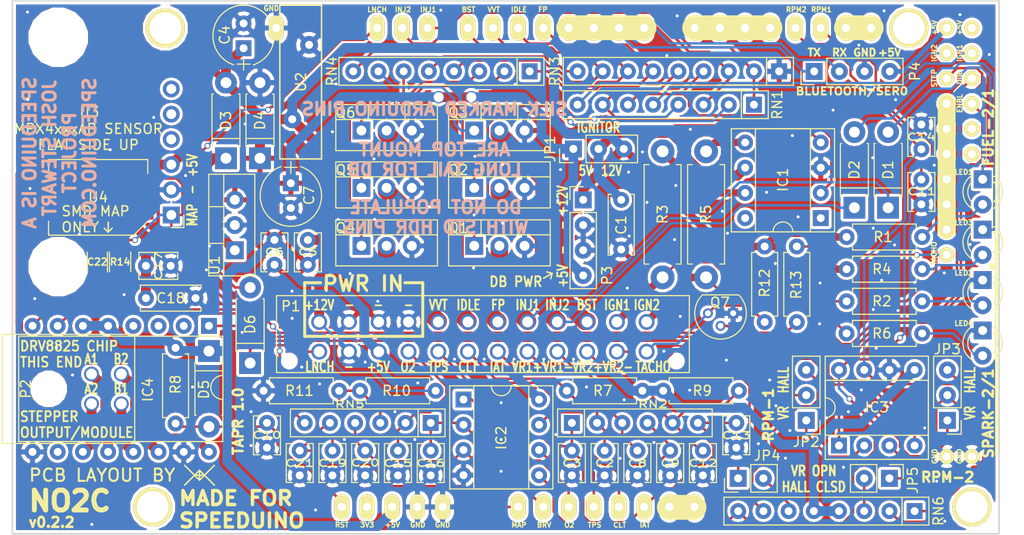
<source format=kicad_pcb>
(kicad_pcb (version 4) (host pcbnew 4.0.7)
  (title_block (date 2018-03-12) (rev v0.2.2))
  (layers (0 F.Cu signal) (31 B.Cu signal) (34 B.Paste user) (35 F.Paste user) (36 B.SilkS user hide) (37 F.SilkS user) (38 B.Mask user) (39 F.Mask user) (44 Edge.Cuts user))
  (net 0 "")
  (net 1 Earth)
  (net 2 +5V)
  (net 3 +12V)
  (net 4 "/Inputs and Outputs/RESET")
  (net 5 "/Inputs and Outputs/TACH2-CPU-D18")
  (net 6 "/Inputs and Outputs/TACH1-CPU-D19")
  (net 7 "Net-(IC1-Pad5)")
  (net 8 "Net-(IC1-Pad2)")
  (net 9 "Net-(IC1-Pad7)")
  (net 10 "Net-(IC1-Pad4)")
  (net 11 "Net-(IC3-Pad2)")
  (net 12 "Net-(IC3-Pad3)")
  (net 13 "Net-(JP4-Pad2)")
  (net 14 "Net-(JP5-Pad2)")
  (net 15 "Net-(LED1-Pad2)")
  (net 16 "Net-(LED2-Pad2)")
  (net 17 "Net-(Q1-Pad1)")
  (net 18 "Net-(Q3-Pad1)")
  (net 19 "Net-(Q5-Pad1)")
  (net 20 "Net-(Q6-Pad1)")
  (net 21 "/Inputs and Outputs/INJ1-CPU-D8")
  (net 22 "/Inputs and Outputs/INJ2-CPU-D9")
  (net 23 "/Inputs and Outputs/CPU-D4")
  (net 24 "/Inputs and Outputs/CPU-D6")
  (net 25 "/Inputs and Outputs/CPU-D7")
  (net 26 "/Inputs and Outputs/CPU-D5")
  (net 27 "/Inputs and Outputs/IGN1-CPU-D23")
  (net 28 "/Inputs and Outputs/IGN2-CPU-D22")
  (net 29 "Net-(C1-Pad2)")
  (net 30 "Net-(C19-Pad1)")
  (net 31 "Net-(D1-Pad2)")
  (net 32 "Net-(D2-Pad2)")
  (net 33 "Net-(D3-Pad1)")
  (net 34 "Net-(LED3-Pad2)")
  (net 35 "Net-(LED4-Pad2)")
  (net 36 "Net-(Q2-Pad1)")
  (net 37 "Net-(Q4-Pad1)")
  (net 38 /STEP)
  (net 39 /DIR)
  (net 40 /ENBL)
  (net 41 /TACHO-D38)
  (net 42 "Net-(Q7-Pad2)")
  (net 43 "/Inputs and Outputs/TPS-CPU-A3")
  (net 44 "/Inputs and Outputs/CLT-CPU-A4")
  (net 45 "/Inputs and Outputs/IAT-CPU-A5")
  (net 46 "/Inputs and Outputs/O2-CPU-A2")
  (net 47 "/Inputs and Outputs/BRV-CPU-A1")
  (net 48 "/Inputs and Outputs/MAP-CPU-A0")
  (net 49 /TPS)
  (net 50 /CLT)
  (net 51 /IAT)
  (net 52 /O2)
  (net 53 /INJ1)
  (net 54 /INJ2)
  (net 55 /VR1-)
  (net 56 /VR2-)
  (net 57 /STP-A2)
  (net 58 /STP-A1)
  (net 59 /STP-B1)
  (net 60 /STP-B2)
  (net 61 /VR1+)
  (net 62 /VR2+)
  (net 63 /FUELP)
  (net 64 /BOOST)
  (net 65 /IDLE)
  (net 66 /IGN2)
  (net 67 /IGN1)
  (net 68 /TACHO)
  (net 69 /VVT)
  (net 70 "Net-(D6-Pad1)")
  (net 71 /LAUNCH)
  (net 72 "Net-(C22-Pad2)")
  (net 73 "Net-(JP2-Pad3)")
  (net 74 "Net-(JP3-Pad3)")
  (net 75 "Net-(P4-Pad1)")
  (net 76 "Net-(P4-Pad2)")
  (net 77 "Net-(P4-Pad4)")
  (module Capacitors_THT:C_Disc_D3.8mm_W2.6mm_P2.50mm (layer F.Cu) (at 117.1 106.426 270)
    (fp_text reference C10 (at 1.23 0 360) (layer F.SilkS) (effects (font (size 0.7 1))))
    (fp_text value 4n7)
    (pad 1 thru_hole circle (at 0 0 270) (size 1.6 1.6) (drill 0.8) (layers *.Cu *.Mask) (net 4 "/Inputs and Outputs/RESET"))
    (pad 2 thru_hole circle (at 2.5 0 270) (size 1.6 1.6) (drill 0.8) (layers *.Cu *.Mask) (net 1 Earth))
  )
  (module Capacitors_THT:C_Disc_D3.8mm_W2.6mm_P2.50mm (layer F.Cu) (at 164.4015 106.426 270)
    (fp_text reference C13 (at 1.27 0 360) (layer F.SilkS) (effects (font (size 0.7 1))))
    (fp_text value u22)
    (pad 1 thru_hole circle (at 0 0 270) (size 1.6 1.6) (drill 0.8) (layers *.Cu *.Mask) (net 45 "/Inputs and Outputs/IAT-CPU-A5"))
    (pad 2 thru_hole circle (at 2.5 0 270) (size 1.6 1.6) (drill 0.8) (layers *.Cu *.Mask) (net 1 Earth))
  )
  (module Capacitors_THT:C_Disc_D3.8mm_W2.6mm_P2.50mm (layer F.Cu) (at 127 109.22 270)
    (fp_text reference C20 (at 1.23 0 360) (layer F.SilkS) (effects (font (size 0.7 1))))
    (fp_text value u22)
    (pad 1 thru_hole circle (at 0 0 270) (size 1.6 1.6) (drill 0.8) (layers *.Cu *.Mask) (net 47 "/Inputs and Outputs/BRV-CPU-A1"))
    (pad 2 thru_hole circle (at 2.5 0 270) (size 1.6 1.6) (drill 0.8) (layers *.Cu *.Mask) (net 1 Earth))
  )
  (module Useful_Stuff:VIA_0.6mm (layer F.Cu) (at 184.35 80.45)
    (fp_text reference REF** hide)
    (fp_text value VIA_0.6mm hide)
    (pad 1 thru_hole circle (at 0 0) (size 0.6 0.6) (drill 0.3) (layers *.Cu) (net 1 Earth))
  )
  (module Useful_Stuff:VIA_0.6mm (layer F.Cu) (at 156.1 108.4)
    (fp_text reference REF** hide)
    (fp_text value VIA_0.6mm hide)
    (pad 1 thru_hole circle (at 0 0) (size 0.6 0.6) (drill 0.3) (layers *.Cu) (net 1 Earth))
  )
  (module Useful_Stuff:VIA_0.6mm (layer F.Cu) (at 148 100)
    (fp_text reference REF** hide)
    (fp_text value VIA_0.6mm hide)
    (pad 1 thru_hole circle (at 0 0) (size 0.6 0.6) (drill 0.3) (layers *.Cu) (net 1 Earth))
  )
  (module Useful_Stuff:VIA_0.6mm (layer F.Cu) (at 145 100)
    (fp_text reference REF** hide)
    (fp_text value VIA_0.6mm hide)
    (pad 1 thru_hole circle (at 0 0) (size 0.6 0.6) (drill 0.3) (layers *.Cu) (net 1 Earth))
  )
  (module Useful_Stuff:VIA_0.6mm (layer F.Cu) (at 142 100)
    (fp_text reference REF** hide)
    (fp_text value VIA_0.6mm hide)
    (pad 1 thru_hole circle (at 0 0) (size 0.6 0.6) (drill 0.3) (layers *.Cu) (net 1 Earth))
  )
  (module Useful_Stuff:VIA_0.6mm (layer F.Cu) (at 139 100)
    (fp_text reference REF** hide)
    (fp_text value VIA_0.6mm hide)
    (pad 1 thru_hole circle (at 0 0) (size 0.6 0.6) (drill 0.3) (layers *.Cu) (net 1 Earth))
  )
  (module Useful_Stuff:VIA_0.6mm (layer F.Cu) (at 136 100)
    (fp_text reference REF** hide)
    (fp_text value VIA_0.6mm hide)
    (pad 1 thru_hole circle (at 0 0) (size 0.6 0.6) (drill 0.3) (layers *.Cu) (net 1 Earth))
  )
  (module Useful_Stuff:VIA_0.6mm (layer F.Cu) (at 157.1 99.2)
    (fp_text reference REF** hide)
    (fp_text value VIA_0.6mm hide)
    (pad 1 thru_hole circle (at 0 0) (size 0.6 0.6) (drill 0.3) (layers *.Cu) (net 1 Earth))
  )
  (module Useful_Stuff:VIA_0.6mm (layer F.Cu) (at 168.4 104.7)
    (fp_text reference REF** hide)
    (fp_text value VIA_0.6mm hide)
    (pad 1 thru_hole circle (at 0 0) (size 0.6 0.6) (drill 0.3) (layers *.Cu) (net 1 Earth))
  )
  (module Useful_Stuff:VIA_0.6mm (layer F.Cu) (at 153.1 104.1)
    (fp_text reference REF** hide)
    (fp_text value VIA_0.6mm hide)
    (pad 1 thru_hole circle (at 0 0) (size 0.6 0.6) (drill 0.3) (layers *.Cu) (net 1 Earth))
  )
  (module Useful_Stuff:VIA_0.6mm (layer F.Cu) (at 169.8 107.2)
    (fp_text reference REF** hide)
    (fp_text value VIA_0.6mm hide)
    (pad 1 thru_hole circle (at 0 0) (size 0.6 0.6) (drill 0.3) (layers *.Cu) (net 1 Earth))
  )
  (module Useful_Stuff:VIA_0.6mm (layer F.Cu) (at 146.2 107.6)
    (fp_text reference REF** hide)
    (fp_text value VIA_0.6mm hide)
    (pad 1 thru_hole circle (at 0 0) (size 0.6 0.6) (drill 0.3) (layers *.Cu) (net 1 Earth))
  )
  (module Useful_Stuff:VIA_0.6mm (layer F.Cu) (at 152.7 110)
    (fp_text reference REF** hide)
    (fp_text value VIA_0.6mm hide)
    (pad 1 thru_hole circle (at 0 0) (size 0.6 0.6) (drill 0.3) (layers *.Cu) (net 1 Earth))
  )
  (module Useful_Stuff:VIA_0.6mm (layer F.Cu) (at 132 108.1)
    (fp_text reference REF** hide)
    (fp_text value VIA_0.6mm hide)
    (pad 1 thru_hole circle (at 0 0) (size 0.6 0.6) (drill 0.3) (layers *.Cu) (net 1 Earth))
  )
  (module Useful_Stuff:VIA_0.6mm (layer F.Cu) (at 124.9 108.1)
    (fp_text reference REF** hide)
    (fp_text value VIA_0.6mm hide)
    (pad 1 thru_hole circle (at 0 0) (size 0.6 0.6) (drill 0.3) (layers *.Cu) (net 1 Earth))
  )
  (module Useful_Stuff:VIA_0.6mm (layer F.Cu) (at 114.9 76.3)
    (fp_text reference REF** hide)
    (fp_text value VIA_0.6mm hide)
    (pad 1 thru_hole circle (at 0 0) (size 0.6 0.6) (drill 0.3) (layers *.Cu) (net 1 Earth))
  )
  (module Useful_Stuff:VIA_0.6mm (layer F.Cu) (at 108.9 81.5)
    (fp_text reference REF** hide)
    (fp_text value VIA_0.6mm hide)
    (pad 1 thru_hole circle (at 0 0) (size 0.6 0.6) (drill 0.3) (layers *.Cu) (net 1 Earth))
  )
  (module Useful_Stuff:VIA_0.6mm (layer F.Cu) (at 111 91)
    (fp_text reference REF** hide)
    (fp_text value VIA_0.6mm hide)
    (pad 1 thru_hole circle (at 0 0) (size 0.6 0.6) (drill 0.3) (layers *.Cu) (net 1 Earth))
  )
  (module Useful_Stuff:VIA_0.6mm (layer F.Cu) (at 120.6 100.8)
    (fp_text reference REF** hide)
    (fp_text value VIA_0.6mm hide)
    (pad 1 thru_hole circle (at 0 0) (size 0.6 0.6) (drill 0.3) (layers *.Cu) (net 1 Earth))
  )
  (module Useful_Stuff:VIA_0.6mm (layer F.Cu) (at 122.4 102.5)
    (fp_text reference REF** hide)
    (fp_text value VIA_0.6mm hide)
    (pad 1 thru_hole circle (at 0 0) (size 0.6 0.6) (drill 0.3) (layers *.Cu) (net 1 Earth))
  )
  (module Useful_Stuff:VIA_0.6mm (layer F.Cu) (at 127 100.3)
    (fp_text reference REF** hide)
    (fp_text value VIA_0.6mm hide)
    (pad 1 thru_hole circle (at 0 0) (size 0.6 0.6) (drill 0.3) (layers *.Cu) (net 1 Earth))
  )
  (module Useful_Stuff:VIA_0.6mm (layer F.Cu) (at 132.3 102.4)
    (fp_text reference REF** hide)
    (fp_text value VIA_0.6mm hide)
    (pad 1 thru_hole circle (at 0 0) (size 0.6 0.6) (drill 0.3) (layers *.Cu) (net 1 Earth))
  )
  (module Useful_Stuff:VIA_0.6mm (layer F.Cu) (at 142.1 72.3)
    (fp_text reference REF** hide)
    (fp_text value VIA_0.6mm hide)
    (pad 1 thru_hole circle (at 0 0) (size 0.6 0.6) (drill 0.3) (layers *.Cu) (net 1 Earth))
  )
  (module Resistors_SMD:R_1206 (layer F.Cu) (at 102.3 90.2 90)
    (fp_text reference R14 (at 0 0 180) (layer F.SilkS) (effects (font (size 0.7 0.7))))
    (fp_text value 51k)
    (pad 1 smd rect (at -1.45 0 90) (size 0.9 1.7) (layers F.Cu F.Paste F.Mask) (net 1 Earth))
    (pad 2 smd rect (at 1.45 0 90) (size 0.9 1.7) (layers F.Cu F.Paste F.Mask) (net 72 "Net-(C22-Pad2)"))
  )
  (module Useful_Stuff:VIA_0.6mm (layer F.Cu) (at 178.15 79.7)
    (fp_text reference REF** hide)
    (fp_text value VIA_0.6mm hide)
    (pad 1 thru_hole circle (at 0 0) (size 0.6 0.6) (drill 0.3) (layers *.Cu) (net 1 Earth))
  )
  (module Useful_Stuff:VIA_0.6mm (layer F.Cu) (at 130 105.3)
    (fp_text reference REF** hide)
    (fp_text value VIA_0.6mm hide)
    (pad 1 thru_hole circle (at 0 0) (size 0.6 0.6) (drill 0.3) (layers *.Cu) (net 1 Earth))
  )
  (module Useful_Stuff:VIA_0.6mm (layer F.Cu) (at 179.3 64.9)
    (fp_text reference REF** hide)
    (fp_text value VIA_0.6mm hide)
    (pad 1 thru_hole circle (at 0 0) (size 0.6 0.6) (drill 0.3) (layers *.Cu) (net 1 Earth))
  )
  (module Useful_Stuff:VIA_0.6mm (layer F.Cu) (at 95.89262 98.82632)
    (fp_text reference REF** hide)
    (fp_text value VIA_0.6mm hide)
    (pad 1 thru_hole circle (at 0 0) (size 0.6 0.6) (drill 0.3) (layers *.Cu) (net 1 Earth))
  )
  (module Useful_Stuff:VIA_0.6mm (layer F.Cu) (at 146.4 84)
    (fp_text reference REF** hide)
    (fp_text value VIA_0.6mm hide)
    (pad 1 thru_hole circle (at 0 0) (size 0.6 0.6) (drill 0.3) (layers *.Cu) (net 1 Earth))
  )
  (module Resistors_THT:R_Axial_DIN0411_L9.9mm_D3.6mm_P12.70mm_Horizontal (layer F.Cu) (at 161.3535 79.0575 270)
    (fp_text reference R5 (at 6.35 0 270) (layer F.SilkS))
    (fp_text value "160 2w")
    (pad 1 thru_hole circle (at 0 0 270) (size 2.4 2.4) (drill 1.2) (layers *.Cu *.Mask) (net 7 "Net-(IC1-Pad5)"))
    (pad 2 thru_hole oval (at 12.7 0 270) (size 2.4 2.4) (drill 1.2) (layers *.Cu *.Mask) (net 66 /IGN2))
  )
  (module Useful_Stuff:VIA_0.6mm (layer F.Cu) (at 149.3 102.8)
    (fp_text reference REF** hide)
    (fp_text value VIA_0.6mm hide)
    (pad 1 thru_hole circle (at 0 0) (size 0.6 0.6) (drill 0.3) (layers *.Cu) (net 1 Earth))
  )
  (module WTM (layer F.Cu) (at 108.8 110.7)
    (fp_text reference REF** hide)
    (fp_text value WTM hide)
  )
  (module Useful_Stuff:VIA_0.6mm (layer F.Cu) (at 172.7962 96.4438)
    (fp_text reference REF** hide)
    (fp_text value VIA_0.6mm hide)
    (pad 1 thru_hole circle (at 0 0) (size 0.6 0.6) (drill 0.3) (layers *.Cu) (net 1 Earth))
  )
  (module Useful_Stuff:VIA_0.6mm (layer F.Cu) (at 180.35 88.5)
    (fp_text reference REF** hide)
    (fp_text value VIA_0.6mm hide)
    (pad 1 thru_hole circle (at 0 0) (size 0.6 0.6) (drill 0.3) (layers *.Cu) (net 1 Earth))
  )
  (module Useful_Stuff:VIA_0.6mm (layer F.Cu) (at 187.96 88.4428)
    (fp_text reference REF** hide)
    (fp_text value VIA_0.6mm hide)
    (pad 1 thru_hole circle (at 0 0) (size 0.6 0.6) (drill 0.3) (layers *.Cu) (net 1 Earth))
  )
  (module Useful_Stuff:VIA_0.6mm (layer F.Cu) (at 170.053 77.47)
    (fp_text reference REF** hide)
    (fp_text value VIA_0.6mm hide)
    (pad 1 thru_hole circle (at 0 0) (size 0.6 0.6) (drill 0.3) (layers *.Cu) (net 1 Earth))
  )
  (module Useful_Stuff:VIA_0.6mm (layer F.Cu) (at 170.6245 85.6615)
    (fp_text reference REF** hide)
    (fp_text value VIA_0.6mm hide)
    (pad 1 thru_hole circle (at 0 0) (size 0.6 0.6) (drill 0.3) (layers *.Cu) (net 1 Earth))
  )
  (module Useful_Stuff:VIA_0.6mm (layer F.Cu) (at 180.45 73.85)
    (fp_text reference REF** hide)
    (fp_text value VIA_0.6mm hide)
    (pad 1 thru_hole circle (at 0 0) (size 0.6 0.6) (drill 0.3) (layers *.Cu) (net 1 Earth))
  )
  (module Useful_Stuff:VIA_0.6mm (layer F.Cu) (at 172.847 92.329)
    (fp_text reference REF** hide)
    (fp_text value VIA_0.6mm hide)
    (pad 1 thru_hole circle (at 0 0) (size 0.6 0.6) (drill 0.3) (layers *.Cu) (net 1 Earth))
  )
  (module Useful_Stuff:VIA_0.6mm (layer F.Cu) (at 182.372 92.2655)
    (fp_text reference REF** hide)
    (fp_text value VIA_0.6mm hide)
    (pad 1 thru_hole circle (at 0 0) (size 0.6 0.6) (drill 0.3) (layers *.Cu) (net 1 Earth))
  )
  (module Useful_Stuff:VIA_0.6mm (layer F.Cu) (at 179.05 92.05)
    (fp_text reference REF** hide)
    (fp_text value VIA_0.6mm hide)
    (pad 1 thru_hole circle (at 0 0) (size 0.6 0.6) (drill 0.3) (layers *.Cu) (net 1 Earth))
  )
  (module Useful_Stuff:VIA_0.6mm (layer F.Cu) (at 97.5 101.6)
    (fp_text reference REF** hide)
    (fp_text value VIA_0.6mm hide)
    (pad 1 thru_hole circle (at 0 0) (size 0.6 0.6) (drill 0.3) (layers *.Cu) (net 1 Earth))
  )
  (module Useful_Stuff:VIA_0.6mm (layer F.Cu) (at 124.2695 85.9155)
    (fp_text reference REF** hide)
    (fp_text value VIA_0.6mm hide)
    (pad 1 thru_hole circle (at 0 0) (size 0.6 0.6) (drill 0.3) (layers *.Cu) (net 1 Earth))
  )
  (module Useful_Stuff:VIA_0.6mm (layer F.Cu) (at 123.698 77.089)
    (fp_text reference REF** hide)
    (fp_text value VIA_0.6mm hide)
    (pad 1 thru_hole circle (at 0 0) (size 0.6 0.6) (drill 0.3) (layers *.Cu) (net 1 Earth))
  )
  (module Useful_Stuff:VIA_0.6mm (layer F.Cu) (at 125.476 91.3765)
    (fp_text reference REF** hide)
    (fp_text value VIA_0.6mm hide)
    (pad 1 thru_hole circle (at 0 0) (size 0.6 0.6) (drill 0.3) (layers *.Cu) (net 1 Earth))
  )
  (module Useful_Stuff:VIA_0.6mm (layer F.Cu) (at 128.27 94.1705)
    (fp_text reference REF** hide)
    (fp_text value VIA_0.6mm hide)
    (pad 1 thru_hole circle (at 0 0) (size 0.6 0.6) (drill 0.3) (layers *.Cu) (net 1 Earth))
  )
  (module Useful_Stuff:VIA_0.6mm (layer F.Cu) (at 119.6213 93.15196)
    (fp_text reference REF** hide)
    (fp_text value VIA_0.6mm hide)
    (pad 1 thru_hole circle (at 0 0) (size 0.6 0.6) (drill 0.3) (layers *.Cu) (net 1 Earth))
  )
  (module Useful_Stuff:VIA_0.6mm (layer F.Cu) (at 119.634 95.885)
    (fp_text reference REF** hide)
    (fp_text value VIA_0.6mm hide)
    (pad 1 thru_hole circle (at 0 0) (size 0.6 0.6) (drill 0.3) (layers *.Cu) (net 1 Earth))
  )
  (module Useful_Stuff:VIA_0.6mm (layer F.Cu) (at 185.3565 91.313)
    (fp_text reference REF** hide)
    (fp_text value VIA_0.6mm hide)
    (pad 1 thru_hole circle (at 0 0) (size 0.6 0.6) (drill 0.3) (layers *.Cu) (net 1 Earth))
  )
  (module Useful_Stuff:VIA_0.6mm (layer F.Cu) (at 163.5125 87.3125)
    (fp_text reference REF** hide)
    (fp_text value VIA_0.6mm hide)
    (pad 1 thru_hole circle (at 0 0) (size 0.6 0.6) (drill 0.3) (layers *.Cu) (net 1 Earth))
  )
  (module Useful_Stuff:VIA_0.6mm (layer F.Cu) (at 167.4495 83.185)
    (fp_text reference REF** hide)
    (fp_text value VIA_0.6mm hide)
    (pad 1 thru_hole circle (at 0 0) (size 0.6 0.6) (drill 0.3) (layers *.Cu) (net 1 Earth))
  )
  (module Useful_Stuff:VIA_0.6mm (layer F.Cu) (at 158.3 82.5)
    (fp_text reference REF** hide)
    (fp_text value VIA_0.6mm hide)
    (pad 1 thru_hole circle (at 0 0) (size 0.6 0.6) (drill 0.3) (layers *.Cu) (net 1 Earth))
  )
  (module Useful_Stuff:VIA_0.6mm (layer F.Cu) (at 163 85.1)
    (fp_text reference REF** hide)
    (fp_text value VIA_0.6mm hide)
    (pad 1 thru_hole circle (at 0 0) (size 0.6 0.6) (drill 0.3) (layers *.Cu) (net 1 Earth))
  )
  (module Useful_Stuff:VIA_0.6mm (layer F.Cu) (at 158.1785 87.9475)
    (fp_text reference REF** hide)
    (fp_text value VIA_0.6mm hide)
    (pad 1 thru_hole circle (at 0 0) (size 0.6 0.6) (drill 0.3) (layers *.Cu) (net 1 Earth))
  )
  (module Useful_Stuff:VIA_0.6mm (layer F.Cu) (at 168.3385 90.3605)
    (fp_text reference REF** hide)
    (fp_text value VIA_0.6mm hide)
    (pad 1 thru_hole circle (at 0 0) (size 0.6 0.6) (drill 0.3) (layers *.Cu) (net 1 Earth))
  )
  (module Useful_Stuff:VIA_0.6mm (layer F.Cu) (at 154.94 79.121)
    (fp_text reference REF** hide)
    (fp_text value VIA_0.6mm hide)
    (pad 1 thru_hole circle (at 0 0) (size 0.6 0.6) (drill 0.3) (layers *.Cu) (net 1 Earth))
  )
  (module Useful_Stuff:VIA_0.6mm (layer F.Cu) (at 155.4 84.2)
    (fp_text reference REF** hide)
    (fp_text value VIA_0.6mm hide)
    (pad 1 thru_hole circle (at 0 0) (size 0.6 0.6) (drill 0.3) (layers *.Cu) (net 1 Earth))
  )
  (module Useful_Stuff:VIA_0.6mm (layer F.Cu) (at 153.416 92.837)
    (fp_text reference REF** hide)
    (fp_text value VIA_0.6mm hide)
    (pad 1 thru_hole circle (at 0 0) (size 0.6 0.6) (drill 0.3) (layers *.Cu) (net 1 Earth))
  )
  (module Useful_Stuff:VIA_0.6mm (layer F.Cu) (at 159.766 76.835)
    (fp_text reference REF** hide)
    (fp_text value VIA_0.6mm hide)
    (pad 1 thru_hole circle (at 0 0) (size 0.6 0.6) (drill 0.3) (layers *.Cu) (net 1 Earth))
  )
  (module Useful_Stuff:VIA_0.6mm (layer F.Cu) (at 153.543 81.153)
    (fp_text reference REF** hide)
    (fp_text value VIA_0.6mm hide)
    (pad 1 thru_hole circle (at 0 0) (size 0.6 0.6) (drill 0.3) (layers *.Cu) (net 1 Earth))
  )
  (module Useful_Stuff:VIA_0.6mm (layer F.Cu) (at 180.7 95.1)
    (fp_text reference REF** hide)
    (fp_text value VIA_0.6mm hide)
    (pad 1 thru_hole circle (at 0 0) (size 0.6 0.6) (drill 0.3) (layers *.Cu) (net 1 Earth))
  )
  (module Useful_Stuff:VIA_0.6mm (layer F.Cu) (at 178.5 98.9)
    (fp_text reference REF** hide)
    (fp_text value VIA_0.6mm hide)
    (pad 1 thru_hole circle (at 0 0) (size 0.6 0.6) (drill 0.3) (layers *.Cu) (net 1 Earth))
  )
  (module Useful_Stuff:VIA_0.6mm (layer F.Cu) (at 178.2 86.8)
    (fp_text reference REF** hide)
    (fp_text value VIA_0.6mm hide)
    (pad 1 thru_hole circle (at 0 0) (size 0.6 0.6) (drill 0.3) (layers *.Cu) (net 1 Earth))
  )
  (module Useful_Stuff:VIA_0.6mm (layer F.Cu) (at 178.2 95)
    (fp_text reference REF** hide)
    (fp_text value VIA_0.6mm hide)
    (pad 1 thru_hole circle (at 0 0) (size 0.6 0.6) (drill 0.3) (layers *.Cu) (net 1 Earth))
  )
  (module Useful_Stuff:VIA_0.6mm (layer F.Cu) (at 140.7 111.3)
    (fp_text reference REF** hide)
    (fp_text value VIA_0.6mm hide)
    (pad 1 thru_hole circle (at 0 0) (size 0.6 0.6) (drill 0.3) (layers *.Cu) (net 1 Earth))
  )
  (module Useful_Stuff:VIA_0.6mm (layer F.Cu) (at 140.7 108.1)
    (fp_text reference REF** hide)
    (fp_text value VIA_0.6mm hide)
    (pad 1 thru_hole circle (at 0 0) (size 0.6 0.6) (drill 0.3) (layers *.Cu) (net 1 Earth))
  )
  (module Useful_Stuff:VIA_0.6mm (layer F.Cu) (at 140.7 104.394)
    (fp_text reference REF** hide)
    (fp_text value VIA_0.6mm hide)
    (pad 1 thru_hole circle (at 0 0) (size 0.6 0.6) (drill 0.3) (layers *.Cu) (net 1 Earth))
  )
  (module Useful_Stuff:VIA_0.6mm (layer F.Cu) (at 138.049 79.5655)
    (fp_text reference REF** hide)
    (fp_text value VIA_0.6mm hide)
    (pad 1 thru_hole circle (at 0 0) (size 0.6 0.6) (drill 0.3) (layers *.Cu) (net 1 Earth))
  )
  (module Useful_Stuff:VIA_0.6mm (layer F.Cu) (at 137.9855 85.471)
    (fp_text reference REF** hide)
    (fp_text value VIA_0.6mm hide)
    (pad 1 thru_hole circle (at 0 0) (size 0.6 0.6) (drill 0.3) (layers *.Cu) (net 1 Earth))
  )
  (module Useful_Stuff:VIA_0.6mm (layer F.Cu) (at 133.477 84.6455)
    (fp_text reference REF** hide)
    (fp_text value VIA_0.6mm hide)
    (pad 1 thru_hole circle (at 0 0) (size 0.6 0.6) (drill 0.3) (layers *.Cu) (net 1 Earth))
  )
  (module Useful_Stuff:VIA_0.6mm (layer F.Cu) (at 140.843 86.2965)
    (fp_text reference REF** hide)
    (fp_text value VIA_0.6mm hide)
    (pad 1 thru_hole circle (at 0 0) (size 0.6 0.6) (drill 0.3) (layers *.Cu) (net 1 Earth))
  )
  (module Useful_Stuff:VIA_0.6mm (layer F.Cu) (at 140.843 80.391)
    (fp_text reference REF** hide)
    (fp_text value VIA_0.6mm hide)
    (pad 1 thru_hole circle (at 0 0) (size 0.6 0.6) (drill 0.3) (layers *.Cu) (net 1 Earth))
  )
  (module Useful_Stuff:VIA_0.6mm (layer F.Cu) (at 124.079 72.263)
    (fp_text reference REF** hide)
    (fp_text value VIA_0.6mm hide)
    (pad 1 thru_hole circle (at 0 0) (size 0.6 0.6) (drill 0.3) (layers *.Cu) (net 1 Earth))
  )
  (module Useful_Stuff:VIA_0.6mm (layer F.Cu) (at 127.889 79.8195)
    (fp_text reference REF** hide)
    (fp_text value VIA_0.6mm hide)
    (pad 1 thru_hole circle (at 0 0) (size 0.6 0.6) (drill 0.3) (layers *.Cu) (net 1 Earth))
  )
  (module Useful_Stuff:VIA_0.6mm (layer F.Cu) (at 127.9525 85.9155)
    (fp_text reference REF** hide)
    (fp_text value VIA_0.6mm hide)
    (pad 1 thru_hole circle (at 0 0) (size 0.6 0.6) (drill 0.3) (layers *.Cu) (net 1 Earth))
  )
  (module Useful_Stuff:VIA_0.6mm (layer F.Cu) (at 153.6 87.6)
    (fp_text reference REF** hide)
    (fp_text value VIA_0.6mm hide)
    (pad 1 thru_hole circle (at 0 0) (size 0.6 0.6) (drill 0.3) (layers *.Cu) (net 1 Earth))
  )
  (module Useful_Stuff:VIA_0.6mm (layer F.Cu) (at 137.922 90.805)
    (fp_text reference REF** hide)
    (fp_text value VIA_0.6mm hide)
    (pad 1 thru_hole circle (at 0 0) (size 0.6 0.6) (drill 0.3) (layers *.Cu) (net 1 Earth))
  )
  (module Useful_Stuff:VIA_0.6mm (layer F.Cu) (at 146.685 80.899)
    (fp_text reference REF** hide)
    (fp_text value VIA_0.6mm hide)
    (pad 1 thru_hole circle (at 0 0) (size 0.6 0.6) (drill 0.3) (layers *.Cu) (net 1 Earth))
  )
  (module Useful_Stuff:VIA_0.6mm (layer F.Cu) (at 163.4 100.1)
    (fp_text reference REF** hide)
    (fp_text value VIA_0.6mm hide)
    (pad 1 thru_hole circle (at 0 0) (size 0.6 0.6) (drill 0.3) (layers *.Cu) (net 1 Earth))
  )
  (module Useful_Stuff:VIA_0.6mm (layer F.Cu) (at 158.75 95.6945)
    (fp_text reference REF** hide)
    (fp_text value VIA_0.6mm hide)
    (pad 1 thru_hole circle (at 0 0) (size 0.6 0.6) (drill 0.3) (layers *.Cu) (net 1 Earth))
  )
  (module Useful_Stuff:VIA_0.6mm (layer F.Cu) (at 134.62 64.8335)
    (fp_text reference REF** hide)
    (fp_text value VIA_0.6mm hide)
    (pad 1 thru_hole circle (at 0 0) (size 0.6 0.6) (drill 0.3) (layers *.Cu) (net 1 Earth))
  )
  (module Useful_Stuff:VIA_0.6mm (layer F.Cu) (at 158.4452 65.405)
    (fp_text reference REF** hide)
    (fp_text value VIA_0.6mm hide)
    (pad 1 thru_hole circle (at 0 0) (size 0.6 0.6) (drill 0.3) (layers *.Cu) (net 1 Earth))
  )
  (module Useful_Stuff:VIA_0.6mm (layer F.Cu) (at 157.4 69.4)
    (fp_text reference REF** hide)
    (fp_text value VIA_0.6mm hide)
    (pad 1 thru_hole circle (at 0 0) (size 0.6 0.6) (drill 0.3) (layers *.Cu) (net 1 Earth))
  )
  (module Useful_Stuff:VIA_0.6mm (layer F.Cu) (at 111.3 88.6)
    (fp_text reference REF** hide)
    (fp_text value VIA_0.6mm hide)
    (pad 1 thru_hole circle (at 0 0) (size 0.6 0.6) (drill 0.3) (layers *.Cu) (net 1 Earth))
  )
  (module Resistors_THT:R_Array_SIP9 (layer F.Cu) (at 168.7195 70.993 180)
    (fp_text reference RN3 (at 22.606 0 270) (layer F.SilkS))
    (fp_text value 100k)
    (pad 1 thru_hole rect (at 0 0 180) (size 1.6 1.6) (drill 0.8) (layers *.Cu *.Mask) (net 1 Earth))
    (pad 2 thru_hole oval (at 2.54 0 180) (size 1.6 1.6) (drill 0.8) (layers *.Cu *.Mask) (net 21 "/Inputs and Outputs/INJ1-CPU-D8"))
    (pad 3 thru_hole oval (at 5.08 0 180) (size 1.6 1.6) (drill 0.8) (layers *.Cu *.Mask) (net 22 "/Inputs and Outputs/INJ2-CPU-D9"))
    (pad 4 thru_hole oval (at 7.62 0 180) (size 1.6 1.6) (drill 0.8) (layers *.Cu *.Mask) (net 8 "Net-(IC1-Pad2)"))
    (pad 5 thru_hole oval (at 10.16 0 180) (size 1.6 1.6) (drill 0.8) (layers *.Cu *.Mask) (net 10 "Net-(IC1-Pad4)"))
    (pad 6 thru_hole oval (at 12.7 0 180) (size 1.6 1.6) (drill 0.8) (layers *.Cu *.Mask) (net 23 "/Inputs and Outputs/CPU-D4"))
    (pad 7 thru_hole oval (at 15.24 0 180) (size 1.6 1.6) (drill 0.8) (layers *.Cu *.Mask) (net 26 "/Inputs and Outputs/CPU-D5"))
    (pad 8 thru_hole oval (at 17.78 0 180) (size 1.6 1.6) (drill 0.8) (layers *.Cu *.Mask) (net 24 "/Inputs and Outputs/CPU-D6"))
    (pad 9 thru_hole oval (at 20.32 0 180) (size 1.6 1.6) (drill 0.8) (layers *.Cu *.Mask) (net 25 "/Inputs and Outputs/CPU-D7"))
  )
  (module TO_SOT_Packages_THT:TO-220_Vertical (layer F.Cu) (at 126.619 88.5825)
    (fp_text reference Q4 (at -1.6 -1.8) (layer F.SilkS))
    (fp_text value STP62NS04Z)
    (pad 1 thru_hole rect (at 0 0) (size 1.8 1.8) (drill 1) (layers *.Cu *.Mask) (net 37 "Net-(Q4-Pad1)"))
    (pad 2 thru_hole oval (at 2.54 0) (size 1.8 1.8) (drill 1) (layers *.Cu *.Mask) (net 69 /VVT))
    (pad 3 thru_hole oval (at 5.08 0) (size 1.8 1.8) (drill 1) (layers *.Cu *.Mask) (net 1 Earth))
  )
  (module TO_SOT_Packages_THT:TO-220_Vertical (layer F.Cu) (at 126.619 82.7405)
    (fp_text reference Q5 (at -1.6 -1.8) (layer F.SilkS))
    (fp_text value STP62NS04Z)
    (pad 1 thru_hole rect (at 0 0) (size 1.8 1.8) (drill 1) (layers *.Cu *.Mask) (net 19 "Net-(Q5-Pad1)"))
    (pad 2 thru_hole oval (at 2.54 0) (size 1.8 1.8) (drill 1) (layers *.Cu *.Mask) (net 65 /IDLE))
    (pad 3 thru_hole oval (at 5.08 0) (size 1.8 1.8) (drill 1) (layers *.Cu *.Mask) (net 1 Earth))
  )
  (module TO_SOT_Packages_THT:TO-220_Vertical (layer F.Cu) (at 126.619 76.962)
    (fp_text reference Q6 (at -1.6 -1.8) (layer F.SilkS))
    (fp_text value STP62NS04Z)
    (pad 1 thru_hole rect (at 0 0) (size 1.8 1.8) (drill 1) (layers *.Cu *.Mask) (net 20 "Net-(Q6-Pad1)"))
    (pad 2 thru_hole oval (at 2.54 0) (size 1.8 1.8) (drill 1) (layers *.Cu *.Mask) (net 63 /FUELP))
    (pad 3 thru_hole oval (at 5.08 0) (size 1.8 1.8) (drill 1) (layers *.Cu *.Mask) (net 1 Earth))
  )
  (module TO_SOT_Packages_THT:TO-220_Vertical (layer F.Cu) (at 137.9855 76.962)
    (fp_text reference Q3 (at -1.6 -1.8) (layer F.SilkS))
    (fp_text value STP62NS04Z)
    (pad 1 thru_hole rect (at 0 0) (size 1.8 1.8) (drill 1) (layers *.Cu *.Mask) (net 18 "Net-(Q3-Pad1)"))
    (pad 2 thru_hole oval (at 2.54 0) (size 1.8 1.8) (drill 1) (layers *.Cu *.Mask) (net 64 /BOOST))
    (pad 3 thru_hole oval (at 5.08 0) (size 1.8 1.8) (drill 1) (layers *.Cu *.Mask) (net 1 Earth))
  )
  (module TO_SOT_Packages_THT:TO-220_Vertical (layer F.Cu) (at 137.9855 82.7405)
    (fp_text reference Q2 (at -1.6 -1.8) (layer F.SilkS))
    (fp_text value STP62NS04Z)
    (pad 1 thru_hole rect (at 0 0) (size 1.8 1.8) (drill 1) (layers *.Cu *.Mask) (net 36 "Net-(Q2-Pad1)"))
    (pad 2 thru_hole oval (at 2.54 0) (size 1.8 1.8) (drill 1) (layers *.Cu *.Mask) (net 54 /INJ2))
    (pad 3 thru_hole oval (at 5.08 0) (size 1.8 1.8) (drill 1) (layers *.Cu *.Mask) (net 1 Earth))
  )
  (module TO_SOT_Packages_THT:TO-220_Vertical (layer F.Cu) (at 137.9855 88.5825)
    (fp_text reference Q1 (at -1.6 -1.8) (layer F.SilkS))
    (fp_text value STP62NS04Z)
    (pad 1 thru_hole rect (at 0 0) (size 1.8 1.8) (drill 1) (layers *.Cu *.Mask) (net 17 "Net-(Q1-Pad1)"))
    (pad 2 thru_hole oval (at 2.54 0) (size 1.8 1.8) (drill 1) (layers *.Cu *.Mask) (net 53 /INJ1))
    (pad 3 thru_hole oval (at 5.08 0) (size 1.8 1.8) (drill 1) (layers *.Cu *.Mask) (net 1 Earth))
  )
  (module Connectors_Molex:Molex_Microfit3_Header_02x12_Straight_43045-2428 (layer F.Cu) (at 122.3645 96.2505 180)
    (fp_text reference P1 (at 2.8575 1.5875 180) (layer F.SilkS))
    (fp_text value CONN_02X12)
    (pad "" np_thru_hole circle (at -36 -3.94 180) (size 1.1 1.1) (drill 1.1) (layers *.Cu *.Mask))
    (pad 1 thru_hole circle (at 0 0 180) (size 1.6 1.6) (drill 1.1) (layers *.Cu *.Mask) (net 3 +12V))
    (pad 2 thru_hole circle (at -3 0 180) (size 1.6 1.6) (drill 1.1) (layers *.Cu *.Mask) (net 1 Earth))
    (pad 3 thru_hole circle (at -6 0 180) (size 1.6 1.6) (drill 1.1) (layers *.Cu *.Mask) (net 1 Earth))
    (pad 4 thru_hole circle (at -9 0 180) (size 1.6 1.6) (drill 1.1) (layers *.Cu *.Mask) (net 1 Earth))
    (pad 5 thru_hole circle (at -12 0 180) (size 1.6 1.6) (drill 1.1) (layers *.Cu *.Mask) (net 69 /VVT))
    (pad 6 thru_hole circle (at -15 0 180) (size 1.6 1.6) (drill 1.1) (layers *.Cu *.Mask) (net 65 /IDLE))
    (pad 7 thru_hole circle (at -18 0 180) (size 1.6 1.6) (drill 1.1) (layers *.Cu *.Mask) (net 63 /FUELP))
    (pad 8 thru_hole circle (at -21 0 180) (size 1.6 1.6) (drill 1.1) (layers *.Cu *.Mask) (net 53 /INJ1))
    (pad 9 thru_hole circle (at -24 0 180) (size 1.6 1.6) (drill 1.1) (layers *.Cu *.Mask) (net 54 /INJ2))
    (pad 10 thru_hole circle (at -27 0 180) (size 1.6 1.6) (drill 1.1) (layers *.Cu *.Mask) (net 64 /BOOST))
    (pad 11 thru_hole circle (at -30 0 180) (size 1.6 1.6) (drill 1.1) (layers *.Cu *.Mask) (net 67 /IGN1))
    (pad 12 thru_hole circle (at -33 0 180) (size 1.6 1.6) (drill 1.1) (layers *.Cu *.Mask) (net 66 /IGN2))
    (pad 13 thru_hole circle (at 0 -3 180) (size 1.6 1.6) (drill 1.1) (layers *.Cu *.Mask) (net 70 "Net-(D6-Pad1)"))
    (pad 14 thru_hole circle (at -3 -3 180) (size 1.6 1.6) (drill 1.1) (layers *.Cu *.Mask) (net 1 Earth))
    (pad 15 thru_hole circle (at -6 -3 180) (size 1.6 1.6) (drill 1.1) (layers *.Cu *.Mask) (net 2 +5V))
    (pad 16 thru_hole circle (at -9 -3 180) (size 1.6 1.6) (drill 1.1) (layers *.Cu *.Mask) (net 52 /O2))
    (pad 17 thru_hole circle (at -12 -3 180) (size 1.6 1.6) (drill 1.1) (layers *.Cu *.Mask) (net 49 /TPS))
    (pad 18 thru_hole circle (at -15 -3 180) (size 1.6 1.6) (drill 1.1) (layers *.Cu *.Mask) (net 50 /CLT))
    (pad 19 thru_hole circle (at -18 -3 180) (size 1.6 1.6) (drill 1.1) (layers *.Cu *.Mask) (net 51 /IAT))
    (pad 20 thru_hole circle (at -21 -3 180) (size 1.6 1.6) (drill 1.1) (layers *.Cu *.Mask) (net 61 /VR1+))
    (pad 21 thru_hole circle (at -24 -3 180) (size 1.6 1.6) (drill 1.1) (layers *.Cu *.Mask) (net 55 /VR1-))
    (pad 22 thru_hole circle (at -27 -3 180) (size 1.6 1.6) (drill 1.1) (layers *.Cu *.Mask) (net 62 /VR2+))
    (pad 23 thru_hole circle (at -30 -3 180) (size 1.6 1.6) (drill 1.1) (layers *.Cu *.Mask) (net 56 /VR2-))
    (pad 24 thru_hole circle (at -33 -3 180) (size 1.6 1.6) (drill 1.1) (layers *.Cu *.Mask) (net 68 /TACHO))
    (pad "" np_thru_hole circle (at 3 -3.94 180) (size 1.1 1.1) (drill 1.1) (layers *.Cu *.Mask))
  )
  (module Diodes_THT:D_DO-41_SOD81_P7.62mm_Horizontal (layer F.Cu) (at 116.3955 79.756 90)
    (fp_text reference D4 (at 3.81 0 90) (layer F.SilkS))
    (fp_text value 1N5919BG)
    (pad 1 thru_hole rect (at 0 0 90) (size 2.2 2.2) (drill 1.1) (layers *.Cu *.Mask) (net 2 +5V))
    (pad 2 thru_hole oval (at 7.62 0 90) (size 2.2 2.2) (drill 1.1) (layers *.Cu *.Mask) (net 1 Earth))
  )
  (module Useful_Stuff:VIA_0.6mm (layer F.Cu) (at 114.6 97.3)
    (fp_text reference REF** hide)
    (fp_text value VIA_0.6mm hide)
    (pad 1 thru_hole circle (at 0 0) (size 0.6 0.6) (drill 0.3) (layers *.Cu) (net 1 Earth))
  )
  (module Useful_Stuff:VIA_0.6mm (layer F.Cu) (at 98.2 87.4)
    (fp_text reference REF** hide)
    (fp_text value VIA_0.6mm hide)
    (pad 1 thru_hole circle (at 0 0) (size 0.6 0.6) (drill 0.3) (layers *.Cu) (net 1 Earth))
  )
  (module Useful_Stuff:VIA_0.6mm (layer F.Cu) (at 102.7 93.5)
    (fp_text reference REF** hide)
    (fp_text value VIA_0.6mm hide)
    (pad 1 thru_hole circle (at 0 0) (size 0.6 0.6) (drill 0.3) (layers *.Cu) (net 1 Earth))
  )
  (module Useful_Stuff:VIA_0.6mm (layer F.Cu) (at 166.624 108.5215)
    (fp_text reference REF** hide)
    (fp_text value VIA_0.6mm hide)
    (pad 1 thru_hole circle (at 0 0) (size 0.6 0.6) (drill 0.3) (layers *.Cu) (net 1 Earth))
  )
  (module Useful_Stuff:VIA_0.6mm (layer F.Cu) (at 184.6 112.3)
    (fp_text reference REF** hide)
    (fp_text value VIA_0.6mm hide)
    (pad 1 thru_hole circle (at 0 0) (size 0.6 0.6) (drill 0.3) (layers *.Cu) (net 1 Earth))
  )
  (module Useful_Stuff:VIA_0.6mm (layer F.Cu) (at 175.2 110.9)
    (fp_text reference REF** hide)
    (fp_text value VIA_0.6mm hide)
    (pad 1 thru_hole circle (at 0 0) (size 0.6 0.6) (drill 0.3) (layers *.Cu) (net 1 Earth))
  )
  (module Useful_Stuff:VIA_0.6mm (layer F.Cu) (at 174.15 74.9)
    (fp_text reference REF** hide)
    (fp_text value VIA_0.6mm hide)
    (pad 1 thru_hole circle (at 0 0) (size 0.6 0.6) (drill 0.3) (layers *.Cu) (net 1 Earth))
  )
  (module Useful_Stuff:VIA_0.6mm (layer F.Cu) (at 169.3545 109.982)
    (fp_text reference REF** hide)
    (fp_text value VIA_0.6mm hide)
    (pad 1 thru_hole circle (at 0 0) (size 0.6 0.6) (drill 0.3) (layers *.Cu) (net 1 Earth))
  )
  (module Useful_Stuff:VIA_0.6mm (layer F.Cu) (at 185.42 116.332)
    (fp_text reference REF** hide)
    (fp_text value VIA_0.6mm hide)
    (pad 1 thru_hole circle (at 0 0) (size 0.6 0.6) (drill 0.3) (layers *.Cu) (net 1 Earth))
  )
  (module Useful_Stuff:VIA_0.6mm (layer F.Cu) (at 99.45 116.65)
    (fp_text reference REF** hide)
    (fp_text value VIA_0.6mm hide)
    (pad 1 thru_hole circle (at 0 0) (size 0.6 0.6) (drill 0.3) (layers *.Cu) (net 1 Earth))
  )
  (module Useful_Stuff:VIA_0.6mm (layer F.Cu) (at 122 115.2)
    (fp_text reference REF** hide)
    (fp_text value VIA_0.6mm hide)
    (pad 1 thru_hole circle (at 0 0) (size 0.6 0.6) (drill 0.3) (layers *.Cu) (net 1 Earth))
  )
  (module Useful_Stuff:VIA_0.6mm (layer F.Cu) (at 115.5 108.7)
    (fp_text reference REF** hide)
    (fp_text value VIA_0.6mm hide)
    (pad 1 thru_hole circle (at 0 0) (size 0.6 0.6) (drill 0.3) (layers *.Cu) (net 1 Earth))
  )
  (module Useful_Stuff:VIA_0.6mm (layer F.Cu) (at 109.6 102.8)
    (fp_text reference REF** hide)
    (fp_text value VIA_0.6mm hide)
    (pad 1 thru_hole circle (at 0 0) (size 0.6 0.6) (drill 0.3) (layers *.Cu) (net 1 Earth))
  )
  (module Useful_Stuff:VIA_0.6mm (layer F.Cu) (at 93.7 93.9)
    (fp_text reference REF** hide)
    (fp_text value VIA_0.6mm hide)
    (pad 1 thru_hole circle (at 0 0) (size 0.6 0.6) (drill 0.3) (layers *.Cu) (net 1 Earth))
  )
  (module Useful_Stuff:VIA_0.6mm (layer F.Cu) (at 115.5 105.3)
    (fp_text reference REF** hide)
    (fp_text value VIA_0.6mm hide)
    (pad 1 thru_hole circle (at 0 0) (size 0.6 0.6) (drill 0.3) (layers *.Cu) (net 1 Earth))
  )
  (module Useful_Stuff:VIA_0.6mm (layer F.Cu) (at 93.218 82.804)
    (fp_text reference REF** hide)
    (fp_text value VIA_0.6mm hide)
    (pad 1 thru_hole circle (at 0 0) (size 0.6 0.6) (drill 0.3) (layers *.Cu) (net 1 Earth))
  )
  (module Useful_Stuff:VIA_0.6mm (layer F.Cu) (at 101.3 78.9)
    (fp_text reference REF** hide)
    (fp_text value VIA_0.6mm hide)
    (pad 1 thru_hole circle (at 0 0) (size 0.6 0.6) (drill 0.3) (layers *.Cu) (net 1 Earth))
  )
  (module Useful_Stuff:VIA_0.6mm (layer F.Cu) (at 105.6894 75.6412)
    (fp_text reference REF** hide)
    (fp_text value VIA_0.6mm hide)
    (pad 1 thru_hole circle (at 0 0) (size 0.6 0.6) (drill 0.3) (layers *.Cu) (net 1 Earth))
  )
  (module Useful_Stuff:VIA_0.6mm (layer F.Cu) (at 92.9894 73.8378)
    (fp_text reference REF** hide)
    (fp_text value VIA_0.6mm hide)
    (pad 1 thru_hole circle (at 0 0) (size 0.6 0.6) (drill 0.3) (layers *.Cu) (net 1 Earth))
  )
  (module Useful_Stuff:VIA_0.6mm (layer F.Cu) (at 92.964 65.024)
    (fp_text reference REF** hide)
    (fp_text value VIA_0.6mm hide)
    (pad 1 thru_hole circle (at 0 0) (size 0.6 0.6) (drill 0.3) (layers *.Cu) (net 1 Earth))
  )
  (module Useful_Stuff:VIA_0.6mm (layer F.Cu) (at 159.7025 103.124)
    (fp_text reference REF** hide)
    (fp_text value VIA_0.6mm hide)
    (pad 1 thru_hole circle (at 0 0) (size 0.6 0.6) (drill 0.3) (layers *.Cu) (net 1 Earth))
  )
  (module Useful_Stuff:VIA_0.6mm (layer F.Cu) (at 175.7 105.3)
    (fp_text reference REF** hide)
    (fp_text value VIA_0.6mm hide)
    (pad 1 thru_hole circle (at 0 0) (size 0.6 0.6) (drill 0.3) (layers *.Cu) (net 1 Earth))
  )
  (module Useful_Stuff:VIA_0.6mm (layer F.Cu) (at 189.9 69.3)
    (fp_text reference REF** hide)
    (fp_text value VIA_0.6mm hide)
    (pad 1 thru_hole circle (at 0 0) (size 0.6 0.6) (drill 0.3) (layers *.Cu) (net 1 Earth))
  )
  (module Useful_Stuff:VIA_0.6mm (layer F.Cu) (at 186.944 65.278)
    (fp_text reference REF** hide)
    (fp_text value VIA_0.6mm hide)
    (pad 1 thru_hole circle (at 0 0) (size 0.6 0.6) (drill 0.3) (layers *.Cu) (net 1 Earth))
  )
  (module Useful_Stuff:VIA_0.6mm (layer F.Cu) (at 183.388 106.934)
    (fp_text reference REF** hide)
    (fp_text value VIA_0.6mm hide)
    (pad 1 thru_hole circle (at 0 0) (size 0.6 0.6) (drill 0.3) (layers *.Cu) (net 1 Earth))
  )
  (module Useful_Stuff:VIA_0.6mm (layer F.Cu) (at 177 103.1)
    (fp_text reference REF** hide)
    (fp_text value VIA_0.6mm hide)
    (pad 1 thru_hole circle (at 0 0) (size 0.6 0.6) (drill 0.3) (layers *.Cu) (net 1 Earth))
  )
  (module Useful_Stuff:VIA_0.6mm (layer F.Cu) (at 173.482 105.918)
    (fp_text reference REF** hide)
    (fp_text value VIA_0.6mm hide)
    (pad 1 thru_hole circle (at 0 0) (size 0.6 0.6) (drill 0.3) (layers *.Cu) (net 1 Earth))
  )
  (module Useful_Stuff:VIA_0.6mm (layer F.Cu) (at 167.767 102.108)
    (fp_text reference REF** hide)
    (fp_text value VIA_0.6mm hide)
    (pad 1 thru_hole circle (at 0 0) (size 0.6 0.6) (drill 0.3) (layers *.Cu) (net 1 Earth))
  )
  (module Useful_Stuff:VIA_0.6mm (layer F.Cu) (at 176.75 68.35)
    (fp_text reference REF** hide)
    (fp_text value VIA_0.6mm hide)
    (pad 1 thru_hole circle (at 0 0) (size 0.6 0.6) (drill 0.3) (layers *.Cu) (net 1 Earth))
  )
  (module Capacitors_THT:C_Disc_D3.8mm_W2.6mm_P2.50mm (layer F.Cu) (at 120.4 111.72 90)
    (fp_text reference C21 (at 1.23 0 180) (layer F.SilkS) (effects (font (size 0.7 1))))
    (fp_text value u33)
    (pad 1 thru_hole circle (at 0 0 90) (size 1.6 1.6) (drill 0.8) (layers *.Cu *.Mask) (net 1 Earth))
    (pad 2 thru_hole circle (at 2.5 0 90) (size 1.6 1.6) (drill 0.8) (layers *.Cu *.Mask) (net 48 "/Inputs and Outputs/MAP-CPU-A0"))
  )
  (module Resistors_THT:R_Axial_DIN0411_L9.9mm_D3.6mm_P12.70mm_Horizontal (layer F.Cu) (at 156.972 91.7575 90)
    (fp_text reference R3 (at 6.35 0 90) (layer F.SilkS))
    (fp_text value "160 2w")
    (pad 1 thru_hole circle (at 0 0 90) (size 2.4 2.4) (drill 1.2) (layers *.Cu *.Mask) (net 67 /IGN1))
    (pad 2 thru_hole oval (at 12.7 0 90) (size 2.4 2.4) (drill 1.2) (layers *.Cu *.Mask) (net 9 "Net-(IC1-Pad7)"))
  )
  (module Capacitors_THT:CP_Radial_Tantal_D6.0mm_P2.50mm (layer F.Cu) (at 114.7445 68.667 90)
    (fp_text reference C4 (at 1.3335 -1.905 270) (layer F.SilkS))
    (fp_text value 10u)
    (pad 1 thru_hole rect (at 0 0 90) (size 1.6 1.6) (drill 0.8) (layers *.Cu *.Mask) (net 3 +12V))
    (pad 2 thru_hole circle (at 2.5 0 90) (size 1.6 1.6) (drill 0.8) (layers *.Cu *.Mask) (net 1 Earth))
  )
  (module Capacitors_THT:CP_Radial_Tantal_D6.0mm_P2.50mm (layer F.Cu) (at 119.507 82.2725 270)
    (fp_text reference C7 (at 1.23 -1.8415 450) (layer F.SilkS))
    (fp_text value 47u)
    (pad 1 thru_hole rect (at 0 0 270) (size 1.6 1.6) (drill 0.8) (layers *.Cu *.Mask) (net 2 +5V))
    (pad 2 thru_hole circle (at 2.5 0 270) (size 1.6 1.6) (drill 0.8) (layers *.Cu *.Mask) (net 1 Earth))
  )
  (module Varistors:RV_Disc_D15.5_W4.2_P7.5 (layer F.Cu) (at 119.6485 75.826 90)
    (fp_text reference U2 (at 3.7535 0.8745 270) (layer F.SilkS))
    (fp_text value ERZ)
    (pad 1 thru_hole circle (at 0 0 90) (size 1.8 1.8) (drill 0.8) (layers *.Cu *.Mask) (net 3 +12V))
    (pad 2 thru_hole circle (at 7.5 1.7 90) (size 1.8 1.8) (drill 0.8) (layers *.Cu *.Mask) (net 1 Earth))
  )
  (module Resistors_THT:R_Array_SIP8 (layer F.Cu) (at 143.5735 70.993 180)
    (fp_text reference RN4 (at 19.939 0 270) (layer F.SilkS))
    (fp_text value 1k)
    (pad 1 thru_hole rect (at 0 0 180) (size 1.6 1.6) (drill 0.8) (layers *.Cu *.Mask) (net 23 "/Inputs and Outputs/CPU-D4"))
    (pad 2 thru_hole oval (at 2.54 0 180) (size 1.6 1.6) (drill 0.8) (layers *.Cu *.Mask) (net 20 "Net-(Q6-Pad1)"))
    (pad 3 thru_hole oval (at 5.08 0 180) (size 1.6 1.6) (drill 0.8) (layers *.Cu *.Mask) (net 19 "Net-(Q5-Pad1)"))
    (pad 4 thru_hole oval (at 7.62 0 180) (size 1.6 1.6) (drill 0.8) (layers *.Cu *.Mask) (net 26 "/Inputs and Outputs/CPU-D5"))
    (pad 5 thru_hole oval (at 10.16 0 180) (size 1.6 1.6) (drill 0.8) (layers *.Cu *.Mask) (net 24 "/Inputs and Outputs/CPU-D6"))
    (pad 6 thru_hole oval (at 12.7 0 180) (size 1.6 1.6) (drill 0.8) (layers *.Cu *.Mask) (net 37 "Net-(Q4-Pad1)"))
    (pad 7 thru_hole oval (at 15.24 0 180) (size 1.6 1.6) (drill 0.8) (layers *.Cu *.Mask) (net 18 "Net-(Q3-Pad1)"))
    (pad 8 thru_hole oval (at 17.78 0 180) (size 1.6 1.6) (drill 0.8) (layers *.Cu *.Mask) (net 25 "/Inputs and Outputs/CPU-D7"))
  )
  (module Resistors_THT:R_Array_SIP6 (layer F.Cu) (at 133.604 106.426 180)
    (fp_text reference RN5 (at 8.154 1.876 180) (layer F.SilkS) (effects (font (size 0.7 1))))
    (fp_text value 470)
    (pad 1 thru_hole rect (at 0 0 180) (size 1.6 1.6) (drill 0.8) (layers *.Cu *.Mask) (net 46 "/Inputs and Outputs/O2-CPU-A2"))
    (pad 2 thru_hole oval (at 2.54 0 180) (size 1.6 1.6) (drill 0.8) (layers *.Cu *.Mask) (net 52 /O2))
    (pad 3 thru_hole oval (at 5.08 0 180) (size 1.6 1.6) (drill 0.8) (layers *.Cu *.Mask) (net 30 "Net-(C19-Pad1)"))
    (pad 4 thru_hole oval (at 7.62 0 180) (size 1.6 1.6) (drill 0.8) (layers *.Cu *.Mask) (net 47 "/Inputs and Outputs/BRV-CPU-A1"))
    (pad 5 thru_hole oval (at 10.16 0 180) (size 1.6 1.6) (drill 0.8) (layers *.Cu *.Mask) (net 48 "/Inputs and Outputs/MAP-CPU-A0"))
    (pad 6 thru_hole oval (at 12.7 0 180) (size 1.6 1.6) (drill 0.8) (layers *.Cu *.Mask) (net 72 "Net-(C22-Pad2)"))
  )
  (module Resistors_THT:R_Array_SIP6 (layer F.Cu) (at 147.828 106.426)
    (fp_text reference RN2 (at 8.172 -1.876) (layer F.SilkS) (effects (font (size 0.7 1))))
    (fp_text value 470)
    (pad 1 thru_hole rect (at 0 0) (size 1.6 1.6) (drill 0.8) (layers *.Cu *.Mask) (net 43 "/Inputs and Outputs/TPS-CPU-A3"))
    (pad 2 thru_hole oval (at 2.54 0) (size 1.6 1.6) (drill 0.8) (layers *.Cu *.Mask) (net 49 /TPS))
    (pad 3 thru_hole oval (at 5.08 0) (size 1.6 1.6) (drill 0.8) (layers *.Cu *.Mask) (net 50 /CLT))
    (pad 4 thru_hole oval (at 7.62 0) (size 1.6 1.6) (drill 0.8) (layers *.Cu *.Mask) (net 44 "/Inputs and Outputs/CLT-CPU-A4"))
    (pad 5 thru_hole oval (at 10.16 0) (size 1.6 1.6) (drill 0.8) (layers *.Cu *.Mask) (net 51 /IAT))
    (pad 6 thru_hole oval (at 12.7 0) (size 1.6 1.6) (drill 0.8) (layers *.Cu *.Mask) (net 45 "/Inputs and Outputs/IAT-CPU-A5"))
  )
  (module LEDs:LED_D3.0mm (layer F.Cu) (at 189.23 97.1136 270)
    (fp_text reference LED4 (at -0.7206 1.905 360) (layer F.SilkS) (effects (font (size 0.5 0.5) (thickness 0.125))))
    (fp_text value RED)
    (pad 1 thru_hole rect (at 0 0 270) (size 1.8 1.8) (drill 0.9) (layers *.Cu *.Mask) (net 1 Earth))
    (pad 2 thru_hole circle (at 2.54 0 270) (size 1.8 1.8) (drill 0.9) (layers *.Cu *.Mask) (net 35 "Net-(LED4-Pad2)"))
  )
  (module LEDs:LED_D3.0mm (layer F.Cu) (at 189.23 92.0336 270)
    (fp_text reference LED2 (at -0.7206 1.905 360) (layer F.SilkS) (effects (font (size 0.5 0.5) (thickness 0.125))))
    (fp_text value RED)
    (pad 1 thru_hole rect (at 0 0 270) (size 1.8 1.8) (drill 0.9) (layers *.Cu *.Mask) (net 1 Earth))
    (pad 2 thru_hole circle (at 2.54 0 270) (size 1.8 1.8) (drill 0.9) (layers *.Cu *.Mask) (net 16 "Net-(LED2-Pad2)"))
  )
  (module LEDs:LED_D3.0mm (layer F.Cu) (at 189.23 86.9536 270)
    (fp_text reference LED3 (at -0.7206 1.905 360) (layer F.SilkS) (effects (font (size 0.5 0.5) (thickness 0.125))))
    (fp_text value RED)
    (pad 1 thru_hole rect (at 0 0 270) (size 1.8 1.8) (drill 0.9) (layers *.Cu *.Mask) (net 32 "Net-(D2-Pad2)"))
    (pad 2 thru_hole circle (at 2.54 0 270) (size 1.8 1.8) (drill 0.9) (layers *.Cu *.Mask) (net 34 "Net-(LED3-Pad2)"))
  )
  (module LEDs:LED_D3.0mm (layer F.Cu) (at 189.23 81.8736 270)
    (fp_text reference LED1 (at -0.7206 1.905 360) (layer F.SilkS) (effects (font (size 0.5 0.5) (thickness 0.125))))
    (fp_text value RED)
    (pad 1 thru_hole rect (at 0 0 270) (size 1.8 1.8) (drill 0.9) (layers *.Cu *.Mask) (net 31 "Net-(D1-Pad2)"))
    (pad 2 thru_hole circle (at 2.54 0 270) (size 1.8 1.8) (drill 0.9) (layers *.Cu *.Mask) (net 15 "Net-(LED1-Pad2)"))
  )
  (module Housings_DIP:DIP-8_W7.62mm_Socket (layer F.Cu) (at 172.9105 85.7885 180)
    (fp_text reference IC1 (at 3.81 3.8608 270) (layer F.SilkS))
    (fp_text value TC4424EPA)
    (pad 1 thru_hole rect (at 0 0 180) (size 1.6 1.6) (drill 0.8) (layers *.Cu *.Mask))
    (pad 5 thru_hole oval (at 7.62 7.62 180) (size 1.6 1.6) (drill 0.8) (layers *.Cu *.Mask) (net 7 "Net-(IC1-Pad5)"))
    (pad 2 thru_hole oval (at 0 2.54 180) (size 1.6 1.6) (drill 0.8) (layers *.Cu *.Mask) (net 8 "Net-(IC1-Pad2)"))
    (pad 6 thru_hole oval (at 7.62 5.08 180) (size 1.6 1.6) (drill 0.8) (layers *.Cu *.Mask) (net 29 "Net-(C1-Pad2)"))
    (pad 3 thru_hole oval (at 0 5.08 180) (size 1.6 1.6) (drill 0.8) (layers *.Cu *.Mask) (net 1 Earth))
    (pad 7 thru_hole oval (at 7.62 2.54 180) (size 1.6 1.6) (drill 0.8) (layers *.Cu *.Mask) (net 9 "Net-(IC1-Pad7)"))
    (pad 4 thru_hole oval (at 0 7.62 180) (size 1.6 1.6) (drill 0.8) (layers *.Cu *.Mask) (net 10 "Net-(IC1-Pad4)"))
    (pad 8 thru_hole oval (at 7.62 0 180) (size 1.6 1.6) (drill 0.8) (layers *.Cu *.Mask))
  )
  (module Diodes_THT:D_DO-41_SOD81_P7.62mm_Horizontal (layer F.Cu) (at 111.252 99.187 270)
    (fp_text reference D5 (at 3.8735 0.508 270) (layer F.SilkS))
    (fp_text value 1N5818)
    (pad 1 thru_hole rect (at 0 0 270) (size 2.2 2.2) (drill 1.1) (layers *.Cu *.Mask) (net 2 +5V))
    (pad 2 thru_hole oval (at 7.62 0 270) (size 2.2 2.2) (drill 1.1) (layers *.Cu *.Mask) (net 4 "/Inputs and Outputs/RESET"))
  )
  (module Diodes_THT:D_DO-41_SOD81_P7.62mm_Horizontal (layer F.Cu) (at 112.9665 79.756 90)
    (fp_text reference D3 (at 3.81 0 90) (layer F.SilkS))
    (fp_text value 1N5818)
    (pad 1 thru_hole rect (at 0 0 90) (size 2.2 2.2) (drill 1.1) (layers *.Cu *.Mask) (net 33 "Net-(D3-Pad1)"))
    (pad 2 thru_hole oval (at 7.62 0 90) (size 2.2 2.2) (drill 1.1) (layers *.Cu *.Mask) (net 3 +12V))
  )
  (module Diodes_THT:D_DO-41_SOD81_P7.62mm_Horizontal (layer F.Cu) (at 176.3 84.74 90)
    (fp_text reference D2 (at 3.81 0 90) (layer F.SilkS))
    (fp_text value 1N4004)
    (pad 1 thru_hole rect (at 0 0 90) (size 2.2 2.2) (drill 1.1) (layers *.Cu *.Mask) (net 54 /INJ2))
    (pad 2 thru_hole oval (at 7.62 0 90) (size 2.2 2.2) (drill 1.1) (layers *.Cu *.Mask) (net 32 "Net-(D2-Pad2)"))
  )
  (module Diodes_THT:D_DO-41_SOD81_P7.62mm_Horizontal (layer F.Cu) (at 179.7 84.74 90)
    (fp_text reference D1 (at 3.81 0 90) (layer F.SilkS))
    (fp_text value 1N4004)
    (pad 1 thru_hole rect (at 0 0 90) (size 2.2 2.2) (drill 1.1) (layers *.Cu *.Mask) (net 53 /INJ1))
    (pad 2 thru_hole oval (at 7.62 0 90) (size 2.2 2.2) (drill 1.1) (layers *.Cu *.Mask) (net 31 "Net-(D1-Pad2)"))
  )
  (module Capacitors_THT:C_Disc_D3.8mm_W2.6mm_P2.50mm (layer F.Cu) (at 183.05 84.4 90)
    (fp_text reference C11 (at 1.2935 0.0381 180) (layer F.SilkS) (effects (font (size 0.7 1))))
    (fp_text value u01)
    (pad 1 thru_hole circle (at 0 0 90) (size 1.6 1.6) (drill 0.8) (layers *.Cu *.Mask) (net 1 Earth))
    (pad 2 thru_hole circle (at 2.5 0 90) (size 1.6 1.6) (drill 0.8) (layers *.Cu *.Mask) (net 6 "/Inputs and Outputs/TACH1-CPU-D19"))
  )
  (module Capacitors_THT:C_Disc_D3.8mm_W2.6mm_P2.50mm (layer F.Cu) (at 183.05 76.35 270)
    (fp_text reference C14 (at 1.27 0 360) (layer F.SilkS) (effects (font (size 0.7 1))))
    (fp_text value u22)
    (pad 1 thru_hole circle (at 0 0 270) (size 1.6 1.6) (drill 0.8) (layers *.Cu *.Mask) (net 1 Earth))
    (pad 2 thru_hole circle (at 2.5 0 270) (size 1.6 1.6) (drill 0.8) (layers *.Cu *.Mask) (net 5 "/Inputs and Outputs/TACH2-CPU-D18"))
  )
  (module Capacitors_THT:C_Disc_D3.8mm_W2.6mm_P2.50mm (layer F.Cu) (at 104.902 90.6)
    (fp_text reference C17 (at 1.27 0.0145 90) (layer F.SilkS) (effects (font (size 0.7 1))))
    (fp_text value u01)
    (pad 1 thru_hole circle (at 0 0) (size 1.6 1.6) (drill 0.8) (layers *.Cu *.Mask) (net 2 +5V))
    (pad 2 thru_hole circle (at 2.5 0) (size 1.6 1.6) (drill 0.8) (layers *.Cu *.Mask) (net 1 Earth))
  )
  (module Capacitors_THT:C_Disc_D3.8mm_W2.6mm_P2.50mm (layer F.Cu) (at 121.2215 87.9875 270)
    (fp_text reference C5 (at 1.2065 0 360) (layer F.SilkS) (effects (font (size 0.7 1))))
    (fp_text value u1)
    (pad 1 thru_hole circle (at 0 0 270) (size 1.6 1.6) (drill 0.8) (layers *.Cu *.Mask) (net 3 +12V))
    (pad 2 thru_hole circle (at 2.5 0 270) (size 1.6 1.6) (drill 0.8) (layers *.Cu *.Mask) (net 1 Earth))
  )
  (module Capacitors_THT:C_Disc_D3.8mm_W2.6mm_P2.50mm (layer F.Cu) (at 133.604 109.22 270)
    (fp_text reference C16 (at 1.27 0 360) (layer F.SilkS) (effects (font (size 0.7 1))))
    (fp_text value u22)
    (pad 1 thru_hole circle (at 0 0 270) (size 1.6 1.6) (drill 0.8) (layers *.Cu *.Mask) (net 46 "/Inputs and Outputs/O2-CPU-A2"))
    (pad 2 thru_hole circle (at 2.5 0 270) (size 1.6 1.6) (drill 0.8) (layers *.Cu *.Mask) (net 1 Earth))
  )
  (module Capacitors_THT:C_Disc_D3.8mm_W2.6mm_P2.50mm (layer F.Cu) (at 130.302 109.22 270)
    (fp_text reference C15 (at 1.27 0 360) (layer F.SilkS) (effects (font (size 0.7 1))))
    (fp_text value u1)
    (pad 1 thru_hole circle (at 0 0 270) (size 1.6 1.6) (drill 0.8) (layers *.Cu *.Mask) (net 52 /O2))
    (pad 2 thru_hole circle (at 2.5 0 270) (size 1.6 1.6) (drill 0.8) (layers *.Cu *.Mask) (net 1 Earth))
  )
  (module Capacitors_THT:C_Disc_D3.8mm_W2.6mm_P2.50mm (layer F.Cu) (at 123.7 109.22 270)
    (fp_text reference C19 (at 1.27 0 360) (layer F.SilkS) (effects (font (size 0.7 1))))
    (fp_text value u1)
    (pad 1 thru_hole circle (at 0 0 270) (size 1.6 1.6) (drill 0.8) (layers *.Cu *.Mask) (net 30 "Net-(C19-Pad1)"))
    (pad 2 thru_hole circle (at 2.5 0 270) (size 1.6 1.6) (drill 0.8) (layers *.Cu *.Mask) (net 1 Earth))
  )
  (module Capacitors_THT:C_Disc_D3.8mm_W2.6mm_P2.50mm (layer F.Cu) (at 151.13 109.22 270)
    (fp_text reference C2 (at 1.27 0 360) (layer F.SilkS) (effects (font (size 0.7 1))))
    (fp_text value u1)
    (pad 1 thru_hole circle (at 0 0 270) (size 1.6 1.6) (drill 0.8) (layers *.Cu *.Mask) (net 49 /TPS))
    (pad 2 thru_hole circle (at 2.5 0 270) (size 1.6 1.6) (drill 0.8) (layers *.Cu *.Mask) (net 1 Earth))
  )
  (module Capacitors_THT:C_Disc_D3.8mm_W2.6mm_P2.50mm (layer F.Cu) (at 161.036 109.22 270)
    (fp_text reference C12 (at 1.27 0 360) (layer F.SilkS) (effects (font (size 0.7 1))))
    (fp_text value u1)
    (pad 1 thru_hole circle (at 0 0 270) (size 1.6 1.6) (drill 0.8) (layers *.Cu *.Mask) (net 51 /IAT))
    (pad 2 thru_hole circle (at 2.5 0 270) (size 1.6 1.6) (drill 0.8) (layers *.Cu *.Mask) (net 1 Earth))
  )
  (module Capacitors_THT:C_Disc_D3.8mm_W2.6mm_P2.50mm (layer F.Cu) (at 157.734 109.22 270)
    (fp_text reference C9 (at 1.27 0 360) (layer F.SilkS) (effects (font (size 0.7 1))))
    (fp_text value u22)
    (pad 1 thru_hole circle (at 0 0 270) (size 1.6 1.6) (drill 0.8) (layers *.Cu *.Mask) (net 44 "/Inputs and Outputs/CLT-CPU-A4"))
    (pad 2 thru_hole circle (at 2.5 0 270) (size 1.6 1.6) (drill 0.8) (layers *.Cu *.Mask) (net 1 Earth))
  )
  (module Capacitors_THT:C_Disc_D3.8mm_W2.6mm_P2.50mm (layer F.Cu) (at 154.432 109.22 270)
    (fp_text reference C8 (at 1.27 0 360) (layer F.SilkS) (effects (font (size 0.7 1))))
    (fp_text value u1)
    (pad 1 thru_hole circle (at 0 0 270) (size 1.6 1.6) (drill 0.8) (layers *.Cu *.Mask) (net 50 /CLT))
    (pad 2 thru_hole circle (at 2.5 0 270) (size 1.6 1.6) (drill 0.8) (layers *.Cu *.Mask) (net 1 Earth))
  )
  (module TO_SOT_Packages_THT:TO-220_Vertical (layer F.Cu) (at 113.8555 89.027 90)
    (fp_text reference U1 (at -1.524 -2.032 90) (layer F.SilkS))
    (fp_text value LM2940T-5.0)
    (pad 1 thru_hole rect (at 0 0 90) (size 1.8 1.8) (drill 1) (layers *.Cu *.Mask) (net 33 "Net-(D3-Pad1)"))
    (pad 2 thru_hole oval (at 2.54 0 90) (size 1.8 1.8) (drill 1) (layers *.Cu *.Mask) (net 1 Earth))
    (pad 3 thru_hole oval (at 5.08 0 90) (size 1.8 1.8) (drill 1) (layers *.Cu *.Mask) (net 2 +5V))
  )
  (module Capacitors_THT:C_Disc_D3.8mm_W2.6mm_P2.50mm (layer F.Cu) (at 117.856 87.9875 270)
    (fp_text reference C6 (at 1.2065 0 360) (layer F.SilkS) (effects (font (size 0.7 1))))
    (fp_text value u1)
    (pad 1 thru_hole circle (at 0 0 270) (size 1.6 1.6) (drill 0.8) (layers *.Cu *.Mask) (net 2 +5V))
    (pad 2 thru_hole circle (at 2.5 0 270) (size 1.6 1.6) (drill 0.8) (layers *.Cu *.Mask) (net 1 Earth))
  )
  (module Housings_DIP:DIP-8_W7.62mm_Socket (layer F.Cu) (at 174.752 108.712 90)
    (fp_text reference IC3 (at 3.8608 3.81 180) (layer F.SilkS))
    (fp_text value "Dual VR C")
    (pad 1 thru_hole rect (at 0 0 90) (size 1.6 1.6) (drill 0.8) (layers *.Cu *.Mask) (net 55 /VR1-))
    (pad 5 thru_hole oval (at 7.62 7.62 90) (size 1.6 1.6) (drill 0.8) (layers *.Cu *.Mask) (net 2 +5V))
    (pad 2 thru_hole oval (at 0 2.54 90) (size 1.6 1.6) (drill 0.8) (layers *.Cu *.Mask) (net 11 "Net-(IC3-Pad2)"))
    (pad 6 thru_hole oval (at 7.62 5.08 90) (size 1.6 1.6) (drill 0.8) (layers *.Cu *.Mask) (net 1 Earth))
    (pad 3 thru_hole oval (at 0 5.08 90) (size 1.6 1.6) (drill 0.8) (layers *.Cu *.Mask) (net 12 "Net-(IC3-Pad3)"))
    (pad 7 thru_hole oval (at 7.62 2.54 90) (size 1.6 1.6) (drill 0.8) (layers *.Cu *.Mask) (net 5 "/Inputs and Outputs/TACH2-CPU-D18"))
    (pad 4 thru_hole oval (at 0 7.62 90) (size 1.6 1.6) (drill 0.8) (layers *.Cu *.Mask) (net 56 /VR2-))
    (pad 8 thru_hole oval (at 7.62 0 90) (size 1.6 1.6) (drill 0.8) (layers *.Cu *.Mask) (net 6 "/Inputs and Outputs/TACH1-CPU-D19"))
  )
  (module Capacitors_THT:C_Disc_D3.8mm_W2.6mm_P2.50mm (layer F.Cu) (at 147.828 109.22 270)
    (fp_text reference C3 (at 1.27 0 360) (layer F.SilkS) (effects (font (size 0.7 1))))
    (fp_text value u22)
    (pad 1 thru_hole circle (at 0 0 270) (size 1.6 1.6) (drill 0.8) (layers *.Cu *.Mask) (net 43 "/Inputs and Outputs/TPS-CPU-A3"))
    (pad 2 thru_hole circle (at 2.5 0 270) (size 1.6 1.6) (drill 0.8) (layers *.Cu *.Mask) (net 1 Earth))
  )
  (module Housings_DIP:DIP-8_W7.62mm_Socket (layer F.Cu) (at 136.906 104.0765)
    (fp_text reference IC2 (at 3.81 3.8608 90) (layer F.SilkS))
    (fp_text value SP721)
    (pad 1 thru_hole rect (at 0 0) (size 1.6 1.6) (drill 0.8) (layers *.Cu *.Mask) (net 43 "/Inputs and Outputs/TPS-CPU-A3"))
    (pad 5 thru_hole oval (at 7.62 7.62) (size 1.6 1.6) (drill 0.8) (layers *.Cu *.Mask) (net 6 "/Inputs and Outputs/TACH1-CPU-D19"))
    (pad 2 thru_hole oval (at 0 2.54) (size 1.6 1.6) (drill 0.8) (layers *.Cu *.Mask) (net 46 "/Inputs and Outputs/O2-CPU-A2"))
    (pad 6 thru_hole oval (at 7.62 5.08) (size 1.6 1.6) (drill 0.8) (layers *.Cu *.Mask) (net 45 "/Inputs and Outputs/IAT-CPU-A5"))
    (pad 3 thru_hole oval (at 0 5.08) (size 1.6 1.6) (drill 0.8) (layers *.Cu *.Mask) (net 47 "/Inputs and Outputs/BRV-CPU-A1"))
    (pad 7 thru_hole oval (at 7.62 2.54) (size 1.6 1.6) (drill 0.8) (layers *.Cu *.Mask) (net 44 "/Inputs and Outputs/CLT-CPU-A4"))
    (pad 4 thru_hole oval (at 0 7.62) (size 1.6 1.6) (drill 0.8) (layers *.Cu *.Mask) (net 1 Earth))
    (pad 8 thru_hole oval (at 7.62 0) (size 1.6 1.6) (drill 0.8) (layers *.Cu *.Mask) (net 2 +5V))
  )
  (module Resistors_THT:R_Array_SIP8 (layer F.Cu) (at 182.372 115.316 180)
    (fp_text reference RN6 (at -2.4 0 270) (layer F.SilkS))
    (fp_text value 1k)
    (pad 1 thru_hole rect (at 0 0 180) (size 1.6 1.6) (drill 0.8) (layers *.Cu *.Mask) (net 5 "/Inputs and Outputs/TACH2-CPU-D18"))
    (pad 2 thru_hole oval (at 2.54 0 180) (size 1.6 1.6) (drill 0.8) (layers *.Cu *.Mask) (net 74 "Net-(JP3-Pad3)"))
    (pad 3 thru_hole oval (at 5.08 0 180) (size 1.6 1.6) (drill 0.8) (layers *.Cu *.Mask) (net 14 "Net-(JP5-Pad2)"))
    (pad 4 thru_hole oval (at 7.62 0 180) (size 1.6 1.6) (drill 0.8) (layers *.Cu *.Mask) (net 2 +5V))
    (pad 5 thru_hole oval (at 10.16 0 180) (size 1.6 1.6) (drill 0.8) (layers *.Cu *.Mask) (net 2 +5V))
    (pad 6 thru_hole oval (at 12.7 0 180) (size 1.6 1.6) (drill 0.8) (layers *.Cu *.Mask) (net 13 "Net-(JP4-Pad2)"))
    (pad 7 thru_hole oval (at 15.24 0 180) (size 1.6 1.6) (drill 0.8) (layers *.Cu *.Mask) (net 73 "Net-(JP2-Pad3)"))
    (pad 8 thru_hole oval (at 17.78 0 180) (size 1.6 1.6) (drill 0.8) (layers *.Cu *.Mask) (net 6 "/Inputs and Outputs/TACH1-CPU-D19"))
  )
  (module footprnt:DRV8825 (layer F.Cu) (at 111.252 96.647 270)
    (fp_text reference IC4 (at 6.453 6.152 270) (layer F.SilkS))
    (fp_text value CONN_02X08)
    (pad 1 thru_hole rect (at 0 0 270) (size 1.6 1.6) (drill 0.8) (layers *.Cu *.Mask) (net 40 /ENBL))
    (pad 9 thru_hole oval (at 12.7 17.78 270) (size 1.6 1.6) (drill 0.8) (layers *.Cu *.Mask) (net 1 Earth))
    (pad 2 thru_hole oval (at 0 2.54 270) (size 1.6 1.6) (drill 0.8) (layers *.Cu *.Mask))
    (pad 10 thru_hole oval (at 12.7 15.24 270) (size 1.6 1.6) (drill 0.8) (layers *.Cu *.Mask))
    (pad 3 thru_hole oval (at 0 5.08 270) (size 1.6 1.6) (drill 0.8) (layers *.Cu *.Mask))
    (pad 11 thru_hole oval (at 12.7 12.7 270) (size 1.6 1.6) (drill 0.8) (layers *.Cu *.Mask) (net 57 /STP-A2))
    (pad 4 thru_hole oval (at 0 7.62 270) (size 1.6 1.6) (drill 0.8) (layers *.Cu *.Mask))
    (pad 12 thru_hole oval (at 12.7 10.16 270) (size 1.6 1.6) (drill 0.8) (layers *.Cu *.Mask) (net 58 /STP-A1))
    (pad 5 thru_hole oval (at 0 10.16 270) (size 1.6 1.6) (drill 0.8) (layers *.Cu *.Mask) (net 2 +5V))
    (pad 13 thru_hole oval (at 12.7 7.62 270) (size 1.6 1.6) (drill 0.8) (layers *.Cu *.Mask) (net 59 /STP-B1))
    (pad 6 thru_hole oval (at 0 12.7 270) (size 1.6 1.6) (drill 0.8) (layers *.Cu *.Mask) (net 2 +5V))
    (pad 14 thru_hole oval (at 12.7 5.08 270) (size 1.6 1.6) (drill 0.8) (layers *.Cu *.Mask) (net 60 /STP-B2))
    (pad 7 thru_hole oval (at 0 15.24 270) (size 1.6 1.6) (drill 0.8) (layers *.Cu *.Mask) (net 38 /STEP))
    (pad 15 thru_hole oval (at 12.7 2.54 270) (size 1.6 1.6) (drill 0.8) (layers *.Cu *.Mask) (net 1 Earth))
    (pad 8 thru_hole oval (at 0 17.78 270) (size 1.6 1.6) (drill 0.8) (layers *.Cu *.Mask) (net 39 /DIR))
    (pad 16 thru_hole oval (at 12.7 0 270) (size 1.6 1.6) (drill 0.8) (layers *.Cu *.Mask) (net 3 +12V))
  )
  (module footprnt:MPX4250A (layer F.Cu) (at 107.458 85.471 180)
    (fp_text reference U3 (at 8.258 10.371 180) (layer F.SilkS))
    (fp_text value MPX4250A)
    (pad 1 thru_hole rect (at 0 0 180) (size 1.7 1.7) (drill 1) (layers *.Cu *.Mask) (net 72 "Net-(C22-Pad2)"))
    (pad 2 thru_hole oval (at 0 2.54 180) (size 1.7 1.7) (drill 1) (layers *.Cu *.Mask) (net 1 Earth))
    (pad 3 thru_hole oval (at 0 5.08 180) (size 1.7 1.7) (drill 1) (layers *.Cu *.Mask) (net 2 +5V))
    (pad 4 thru_hole oval (at 0 7.62 180) (size 1.7 1.7) (drill 1) (layers *.Cu *.Mask))
    (pad 5 thru_hole oval (at 0 10.16 180) (size 1.7 1.7) (drill 1) (layers *.Cu *.Mask))
    (pad 6 thru_hole oval (at 0 12.7 180) (size 1.7 1.7) (drill 1) (layers *.Cu *.Mask))
    (pad "" np_thru_hole circle (at 11.39 -5.207 180) (size 4 4) (drill 4) (layers *.Cu *.Mask) (clearance 1))
    (pad "" np_thru_hole circle (at 11.39 17.907 180) (size 4 4) (drill 4) (layers *.Cu *.Mask) (clearance 1))
  )
  (module TO_SOT_Packages_THT:TO-92_Molded_Narrow (layer F.Cu) (at 164.084 95.377 180)
    (fp_text reference Q7 (at 1.3335 1.0795 180) (layer F.SilkS))
    (fp_text value PN2222A)
    (pad 2 thru_hole circle (at 1.27 -1.27 270) (size 1 1) (drill 0.6) (layers *.Cu *.Mask) (net 42 "Net-(Q7-Pad2)"))
    (pad 3 thru_hole circle (at 2.54 0 270) (size 1 1) (drill 0.6) (layers *.Cu *.Mask) (net 68 /TACHO))
    (pad 1 thru_hole rect (at 0 0 270) (size 1 1) (drill 0.6) (layers *.Cu *.Mask) (net 1 Earth))
  )
  (module Useful_Stuff:JPR_2POS_SMLHL (layer F.Cu) (at 164.592 112.014 90)
    (fp_text reference JP4 (at 2.286 2.921 180) (layer F.SilkS))
    (fp_text value NA)
    (pad 1 thru_hole rect (at 0 0 90) (size 1.7 1.7) (drill 0.8128) (layers *.Cu *.Mask) (net 61 /VR1+))
    (pad 2 thru_hole oval (at 0 2.54 90) (size 1.7 1.7) (drill 0.8128) (layers *.Cu *.Mask) (net 13 "Net-(JP4-Pad2)"))
  )
  (module Useful_Stuff:JPR_2POS_SMLHL (layer F.Cu) (at 179.832 112.014 270)
    (fp_text reference JP5 (at 0.1905 -2.3495 450) (layer F.SilkS))
    (fp_text value NA)
    (pad 1 thru_hole rect (at 0 0 270) (size 1.7 1.7) (drill 0.8128) (layers *.Cu *.Mask) (net 62 /VR2+))
    (pad 2 thru_hole oval (at 0 2.54 270) (size 1.7 1.7) (drill 0.8128) (layers *.Cu *.Mask) (net 14 "Net-(JP5-Pad2)"))
  )
  (module Useful_Stuff:JPR_3POS_SMLHL (layer F.Cu) (at 185.674 106.172 180)
    (fp_text reference JP3 (at 0 7.172 180) (layer F.SilkS))
    (fp_text value NA)
    (pad 1 thru_hole rect (at 0 0 180) (size 1.7 1.7) (drill 0.8128) (layers *.Cu *.Mask) (net 12 "Net-(IC3-Pad3)"))
    (pad 2 thru_hole oval (at 0 2.54 180) (size 1.7 1.7) (drill 0.8128) (layers *.Cu *.Mask) (net 62 /VR2+))
    (pad 3 thru_hole oval (at 0 5.08 180) (size 1.7 1.7) (drill 0.8128) (layers *.Cu *.Mask) (net 74 "Net-(JP3-Pad3)"))
  )
  (module Useful_Stuff:JPR_3POS_SMLHL (layer F.Cu) (at 171.45 106.172 180)
    (fp_text reference JP2 (at 0 -2.159 360) (layer F.SilkS))
    (fp_text value NA)
    (pad 1 thru_hole rect (at 0 0 180) (size 1.7 1.7) (drill 0.8128) (layers *.Cu *.Mask) (net 11 "Net-(IC3-Pad2)"))
    (pad 2 thru_hole oval (at 0 2.54 180) (size 1.7 1.7) (drill 0.8128) (layers *.Cu *.Mask) (net 61 /VR1+))
    (pad 3 thru_hole oval (at 0 5.08 180) (size 1.7 1.7) (drill 0.8128) (layers *.Cu *.Mask) (net 73 "Net-(JP2-Pad3)"))
  )
  (module Useful_Stuff:JPR_3POS_SMLHL (layer F.Cu) (at 147.980886 78.811466 90)
    (fp_text reference JP1 (at 0 -2.3495 270) (layer F.SilkS))
    (fp_text value ING-VLT)
    (pad 1 thru_hole rect (at 0 0 90) (size 1.7 1.7) (drill 0.8128) (layers *.Cu *.Mask) (net 2 +5V))
    (pad 2 thru_hole oval (at 0 2.54 90) (size 1.7 1.7) (drill 0.8128) (layers *.Cu *.Mask) (net 29 "Net-(C1-Pad2)"))
    (pad 3 thru_hole oval (at 0 5.08 90) (size 1.7 1.7) (drill 0.8128) (layers *.Cu *.Mask) (net 3 +12V))
  )
  (module Resistors_THT:R_Array_SIP8 (layer F.Cu) (at 166.1795 74.3585 180)
    (fp_text reference RN1 (at -2.3495 0 270) (layer F.SilkS))
    (fp_text value 1k)
    (pad 1 thru_hole rect (at 0 0 180) (size 1.6 1.6) (drill 0.8) (layers *.Cu *.Mask) (net 21 "/Inputs and Outputs/INJ1-CPU-D8"))
    (pad 2 thru_hole oval (at 2.54 0 180) (size 1.6 1.6) (drill 0.8) (layers *.Cu *.Mask) (net 17 "Net-(Q1-Pad1)"))
    (pad 3 thru_hole oval (at 5.08 0 180) (size 1.6 1.6) (drill 0.8) (layers *.Cu *.Mask) (net 22 "/Inputs and Outputs/INJ2-CPU-D9"))
    (pad 4 thru_hole oval (at 7.62 0 180) (size 1.6 1.6) (drill 0.8) (layers *.Cu *.Mask) (net 36 "Net-(Q2-Pad1)"))
    (pad 5 thru_hole oval (at 10.16 0 180) (size 1.6 1.6) (drill 0.8) (layers *.Cu *.Mask) (net 27 "/Inputs and Outputs/IGN1-CPU-D23"))
    (pad 6 thru_hole oval (at 12.7 0 180) (size 1.6 1.6) (drill 0.8) (layers *.Cu *.Mask) (net 8 "Net-(IC1-Pad2)"))
    (pad 7 thru_hole oval (at 15.24 0 180) (size 1.6 1.6) (drill 0.8) (layers *.Cu *.Mask) (net 10 "Net-(IC1-Pad4)"))
    (pad 8 thru_hole oval (at 17.78 0 180) (size 1.6 1.6) (drill 0.8) (layers *.Cu *.Mask) (net 28 "/Inputs and Outputs/IGN2-CPU-D22"))
  )
  (module Resistors_THT:R_Axial_DIN0207_L6.3mm_D2.5mm_P7.62mm_Horizontal (layer F.Cu) (at 134.1 103.1875 180)
    (fp_text reference R10 (at 3.937 0 180) (layer F.SilkS))
    (fp_text value 3k9)
    (pad 1 thru_hole circle (at 0 0 180) (size 1.6 1.6) (drill 0.8) (layers *.Cu *.Mask) (net 3 +12V))
    (pad 2 thru_hole oval (at 7.62 0 180) (size 1.6 1.6) (drill 0.8) (layers *.Cu *.Mask) (net 30 "Net-(C19-Pad1)"))
  )
  (module Resistors_THT:R_Axial_DIN0207_L6.3mm_D2.5mm_P7.62mm_Horizontal (layer F.Cu) (at 154.94 103.1875 180)
    (fp_text reference R7 (at 4.0005 0 180) (layer F.SilkS))
    (fp_text value 2k49)
    (pad 1 thru_hole circle (at 0 0 180) (size 1.6 1.6) (drill 0.8) (layers *.Cu *.Mask) (net 2 +5V))
    (pad 2 thru_hole oval (at 7.62 0 180) (size 1.6 1.6) (drill 0.8) (layers *.Cu *.Mask) (net 50 /CLT))
  )
  (module Resistors_THT:R_Axial_DIN0207_L6.3mm_D2.5mm_P7.62mm_Horizontal (layer F.Cu) (at 157.0355 103.1875)
    (fp_text reference R9 (at 3.937 0) (layer F.SilkS))
    (fp_text value 2k49)
    (pad 1 thru_hole circle (at 0 0) (size 1.6 1.6) (drill 0.8) (layers *.Cu *.Mask) (net 2 +5V))
    (pad 2 thru_hole oval (at 7.62 0) (size 1.6 1.6) (drill 0.8) (layers *.Cu *.Mask) (net 51 /IAT))
  )
  (module Resistors_THT:R_Axial_DIN0207_L6.3mm_D2.5mm_P7.62mm_Horizontal (layer F.Cu) (at 124.375 103.1875 180)
    (fp_text reference R11 (at 4.0005 0 180) (layer F.SilkS))
    (fp_text value 1k)
    (pad 1 thru_hole circle (at 0 0 180) (size 1.6 1.6) (drill 0.8) (layers *.Cu *.Mask) (net 30 "Net-(C19-Pad1)"))
    (pad 2 thru_hole oval (at 7.62 0 180) (size 1.6 1.6) (drill 0.8) (layers *.Cu *.Mask) (net 1 Earth))
  )
  (module Resistors_THT:R_Axial_DIN0207_L6.3mm_D2.5mm_P7.62mm_Horizontal (layer F.Cu) (at 183.134 87.6935 180)
    (fp_text reference R1 (at 3.937 0 180) (layer F.SilkS))
    (fp_text value 2k)
    (pad 1 thru_hole circle (at 0 0 180) (size 1.6 1.6) (drill 0.8) (layers *.Cu *.Mask) (net 15 "Net-(LED1-Pad2)"))
    (pad 2 thru_hole oval (at 7.62 0 180) (size 1.6 1.6) (drill 0.8) (layers *.Cu *.Mask) (net 3 +12V))
  )
  (module Resistors_THT:R_Axial_DIN0207_L6.3mm_D2.5mm_P7.62mm_Horizontal (layer F.Cu) (at 183.134 90.932 180)
    (fp_text reference R4 (at 4.064 0 180) (layer F.SilkS))
    (fp_text value 2k)
    (pad 1 thru_hole circle (at 0 0 180) (size 1.6 1.6) (drill 0.8) (layers *.Cu *.Mask) (net 34 "Net-(LED3-Pad2)"))
    (pad 2 thru_hole oval (at 7.62 0 180) (size 1.6 1.6) (drill 0.8) (layers *.Cu *.Mask) (net 3 +12V))
  )
  (module Resistors_THT:R_Axial_DIN0207_L6.3mm_D2.5mm_P7.62mm_Horizontal (layer F.Cu) (at 175.514 94.1705)
    (fp_text reference R2 (at 3.556 0) (layer F.SilkS))
    (fp_text value 2k)
    (pad 1 thru_hole circle (at 0 0) (size 1.6 1.6) (drill 0.8) (layers *.Cu *.Mask) (net 67 /IGN1))
    (pad 2 thru_hole oval (at 7.62 0) (size 1.6 1.6) (drill 0.8) (layers *.Cu *.Mask) (net 16 "Net-(LED2-Pad2)"))
  )
  (module Resistors_THT:R_Axial_DIN0207_L6.3mm_D2.5mm_P7.62mm_Horizontal (layer F.Cu) (at 175.514 97.409)
    (fp_text reference R6 (at 3.556 0) (layer F.SilkS))
    (fp_text value 2k)
    (pad 1 thru_hole circle (at 0 0) (size 1.6 1.6) (drill 0.8) (layers *.Cu *.Mask) (net 66 /IGN2))
    (pad 2 thru_hole oval (at 7.62 0) (size 1.6 1.6) (drill 0.8) (layers *.Cu *.Mask) (net 35 "Net-(LED4-Pad2)"))
  )
  (module Resistors_THT:R_Axial_DIN0207_L6.3mm_D2.5mm_P7.62mm_Horizontal (layer F.Cu) (at 167.259 96.266 90)
    (fp_text reference R12 (at 3.937 0 90) (layer F.SilkS))
    (fp_text value 10k)
    (pad 1 thru_hole circle (at 0 0 90) (size 1.6 1.6) (drill 0.8) (layers *.Cu *.Mask) (net 68 /TACHO))
    (pad 2 thru_hole oval (at 7.62 0 90) (size 1.6 1.6) (drill 0.8) (layers *.Cu *.Mask) (net 3 +12V))
  )
  (module Resistors_THT:R_Axial_DIN0207_L6.3mm_D2.5mm_P7.62mm_Horizontal (layer F.Cu) (at 170.4975 88.646 270)
    (fp_text reference R13 (at 3.8735 0.0635 270) (layer F.SilkS))
    (fp_text value 1k)
    (pad 1 thru_hole circle (at 0 0 270) (size 1.6 1.6) (drill 0.8) (layers *.Cu *.Mask) (net 41 /TACHO-D38))
    (pad 2 thru_hole oval (at 7.62 0 270) (size 1.6 1.6) (drill 0.8) (layers *.Cu *.Mask) (net 42 "Net-(Q7-Pad2)"))
  )
  (module Resistors_THT:R_Axial_DIN0207_L6.3mm_D2.5mm_P7.62mm_Horizontal (layer F.Cu) (at 107.8865 98.8695 270)
    (fp_text reference R8 (at 3.683 0 270) (layer F.SilkS))
    (fp_text value 10k)
    (pad 1 thru_hole circle (at 0 0 270) (size 1.6 1.6) (drill 0.8) (layers *.Cu *.Mask) (net 2 +5V))
    (pad 2 thru_hole oval (at 7.62 0 270) (size 1.6 1.6) (drill 0.8) (layers *.Cu *.Mask) (net 4 "/Inputs and Outputs/RESET"))
  )
  (module Connectors_Molex:Molex_Microfit3_Header_02x02_Angled_43045-040x (layer F.Cu) (at 99.42 104.5 270)
    (fp_text reference P2 (at -1.5 6.62 270) (layer F.SilkS))
    (fp_text value CONN_01X04)
    (pad 3 thru_hole circle (at 0 -3 270) (size 1.5 1.5) (drill 1.1) (layers *.Cu *.Mask) (net 59 /STP-B1))
    (pad 1 thru_hole circle (at 0 0 270) (size 1.5 1.5) (drill 1.1) (layers *.Cu *.Mask) (net 57 /STP-A2))
    (pad 4 thru_hole circle (at -3 -3 270) (size 1.5 1.5) (drill 1.1) (layers *.Cu *.Mask) (net 60 /STP-B2))
    (pad 2 thru_hole circle (at -3 0 270) (size 1.5 1.5) (drill 1.1) (layers *.Cu *.Mask) (net 58 /STP-A1))
    (pad "" np_thru_hole circle (at -1.5 4.32 270) (size 3.1 3.1) (drill 3.1) (layers *.Cu *.Mask))
  )
  (module Diodes_THT:D_DO-41_SOD81_P7.62mm_Horizontal (layer F.Cu) (at 115.4 100.4 90)
    (fp_text reference D6 (at 3.9 0 90) (layer F.SilkS))
    (fp_text value 1N4004)
    (pad 1 thru_hole rect (at 0 0 90) (size 2.2 2.2) (drill 1.1) (layers *.Cu *.Mask) (net 70 "Net-(D6-Pad1)"))
    (pad 2 thru_hole oval (at 7.62 0 90) (size 2.2 2.2) (drill 1.1) (layers *.Cu *.Mask) (net 71 /LAUNCH))
  )
  (module footprnt:ARDUINO_MEGA_SHIELD (layer F.Cu) (at 91.6211 117.4336)
    (fp_text reference SHIELD1 hide)
    (fp_text value ARDUINO_MEGA_SHIELD hide)
    (pad 18 thru_hole oval (at 78.74 -50.8 90) (size 2.54 1.524) (drill 0.8128) (layers *.Cu *.Mask F.SilkS) (net 5 "/Inputs and Outputs/TACH2-CPU-D18"))
    (pad 19 thru_hole oval (at 81.28 -50.8 90) (size 2.54 1.524) (drill 0.8128) (layers *.Cu *.Mask F.SilkS) (net 6 "/Inputs and Outputs/TACH1-CPU-D19"))
    (pad AD5 thru_hole oval (at 63.5 -2.54 90) (size 2.54 1.524) (drill 0.8128) (layers *.Cu *.Mask F.SilkS) (net 45 "/Inputs and Outputs/IAT-CPU-A5"))
    (pad AD4 thru_hole oval (at 60.96 -2.54 90) (size 2.54 1.524) (drill 0.8128) (layers *.Cu *.Mask F.SilkS) (net 44 "/Inputs and Outputs/CLT-CPU-A4"))
    (pad AD3 thru_hole oval (at 58.42 -2.54 90) (size 2.54 1.524) (drill 0.8128) (layers *.Cu *.Mask F.SilkS) (net 43 "/Inputs and Outputs/TPS-CPU-A3"))
    (pad AD0 thru_hole oval (at 50.8 -2.54 90) (size 2.54 1.524) (drill 0.8128) (layers *.Cu *.Mask F.SilkS) (net 48 "/Inputs and Outputs/MAP-CPU-A0"))
    (pad AD1 thru_hole oval (at 53.34 -2.54 90) (size 2.54 1.524) (drill 0.8128) (layers *.Cu *.Mask F.SilkS) (net 47 "/Inputs and Outputs/BRV-CPU-A1"))
    (pad AD2 thru_hole oval (at 55.88 -2.54 90) (size 2.54 1.524) (drill 0.8128) (layers *.Cu *.Mask F.SilkS) (net 46 "/Inputs and Outputs/O2-CPU-A2"))
    (pad GND2 thru_hole oval (at 43.18 -2.54 90) (size 2.54 1.524) (drill 0.8128) (layers *.Cu *.Mask F.SilkS) (net 1 Earth))
    (pad GND1 thru_hole oval (at 40.64 -2.54 90) (size 2.54 1.524) (drill 0.8128) (layers *.Cu *.Mask F.SilkS) (net 1 Earth))
    (pad 3V3 thru_hole oval (at 35.56 -2.54 90) (size 2.54 1.524) (drill 0.8128) (layers *.Cu *.Mask F.SilkS))
    (pad RST thru_hole oval (at 33.02 -2.54 90) (size 2.54 1.524) (drill 0.8128) (layers *.Cu *.Mask F.SilkS) (net 4 "/Inputs and Outputs/RESET"))
    (pad 4 thru_hole oval (at 53.34 -50.8 90) (size 2.54 1.524) (drill 0.8128) (layers *.Cu *.Mask F.SilkS) (net 23 "/Inputs and Outputs/CPU-D4"))
    (pad 5 thru_hole oval (at 50.8 -50.8 90) (size 2.54 1.524) (drill 0.8128) (layers *.Cu *.Mask F.SilkS) (net 26 "/Inputs and Outputs/CPU-D5"))
    (pad 6 thru_hole oval (at 48.26 -50.8 90) (size 2.54 1.524) (drill 0.8128) (layers *.Cu *.Mask F.SilkS) (net 24 "/Inputs and Outputs/CPU-D6"))
    (pad 7 thru_hole oval (at 45.72 -50.8 90) (size 2.54 1.524) (drill 0.8128) (layers *.Cu *.Mask F.SilkS) (net 25 "/Inputs and Outputs/CPU-D7"))
    (pad 8 thru_hole oval (at 41.656 -50.8 90) (size 2.54 1.524) (drill 0.8128) (layers *.Cu *.Mask F.SilkS) (net 21 "/Inputs and Outputs/INJ1-CPU-D8"))
    (pad 9 thru_hole oval (at 39.116 -50.8 90) (size 2.54 1.524) (drill 0.8128) (layers *.Cu *.Mask F.SilkS) (net 22 "/Inputs and Outputs/INJ2-CPU-D9"))
    (pad GND3 thru_hole oval (at 26.416 -50.8 90) (size 2.54 1.524) (drill 0.8128) (layers *.Cu *.Mask F.SilkS) (net 1 Earth))
    (pad 5V thru_hole oval (at 38.1 -2.54 90) (size 2.54 1.524) (drill 0.8128) (layers *.Cu *.Mask F.SilkS) (net 2 +5V))
    (pad "" thru_hole circle (at 96.52 -2.54 90) (size 3.937 3.937) (drill 3.175) (layers *.Cu *.Mask F.SilkS))
    (pad "" thru_hole circle (at 90.17 -50.8 90) (size 3.937 3.937) (drill 3.175) (layers *.Cu *.Mask F.SilkS))
    (pad "" thru_hole circle (at 15.24 -50.8 90) (size 3.937 3.937) (drill 3.175) (layers *.Cu *.Mask F.SilkS))
    (pad "" thru_hole circle (at 13.97 -2.54 90) (size 3.937 3.937) (drill 3.175) (layers *.Cu *.Mask F.SilkS))
    (pad 22 thru_hole circle (at 93.98 -48.26) (size 1.524 1.524) (drill 0.8128) (layers *.Cu *.Mask F.SilkS) (net 28 "/Inputs and Outputs/IGN2-CPU-D22"))
    (pad 23 thru_hole circle (at 96.52 -48.26) (size 1.524 1.524) (drill 0.8128) (layers *.Cu *.Mask F.SilkS) (net 27 "/Inputs and Outputs/IGN1-CPU-D23"))
    (pad 5V_4 thru_hole circle (at 93.98 -50.8) (size 1.524 1.524) (drill 0.8128) (layers *.Cu *.Mask F.SilkS) (net 77 "Net-(P4-Pad4)"))
    (pad 5V_5 thru_hole circle (at 96.52 -50.8) (size 1.524 1.524) (drill 0.8128) (layers *.Cu *.Mask F.SilkS))
    (pad GND4 thru_hole circle (at 93.98 -7.62) (size 1.524 1.524) (drill 0.8128) (layers *.Cu *.Mask F.SilkS) (net 1 Earth))
    (pad GND5 thru_hole circle (at 96.52 -7.62) (size 1.524 1.524) (drill 0.8128) (layers *.Cu *.Mask F.SilkS) (net 1 Earth))
    (pad 24 thru_hole circle (at 93.98 -45.72) (size 1.524 1.524) (drill 0.8128) (layers *.Cu *.Mask F.SilkS) (net 38 /STEP))
    (pad 25 thru_hole circle (at 96.52 -45.72) (size 1.524 1.524) (drill 0.8128) (layers *.Cu *.Mask F.SilkS) (net 39 /DIR))
    (pad 27 thru_hole circle (at 96.52 -43.18) (size 1.524 1.524) (drill 0.8128) (layers *.Cu *.Mask F.SilkS) (net 40 /ENBL))
    (pad 38 thru_hole circle (at 93.98 -27.94) (size 1.524 1.524) (drill 0.8128) (layers *.Cu *.Mask F.SilkS) (net 41 /TACHO-D38))
    (pad 3 thru_hole oval (at 55.88 -50.8 90) (size 2.54 1.524) (drill 0.8128) (layers *.Cu *.Mask F.SilkS))
    (pad 2 thru_hole oval (at 58.42 -50.8 90) (size 2.54 1.524) (drill 0.8128) (layers *.Cu *.Mask F.SilkS))
    (pad 1 thru_hole oval (at 60.96 -50.8 90) (size 2.54 1.524) (drill 0.8128) (layers *.Cu *.Mask F.SilkS) (net 75 "Net-(P4-Pad1)"))
    (pad 0 thru_hole oval (at 63.5 -50.8 90) (size 2.54 1.524) (drill 0.8128) (layers *.Cu *.Mask F.SilkS) (net 76 "Net-(P4-Pad2)"))
    (pad 20 thru_hole oval (at 83.82 -50.8 90) (size 2.54 1.524) (drill 0.8128) (layers *.Cu *.Mask F.SilkS))
    (pad 21 thru_hole oval (at 86.36 -50.8 90) (size 2.54 1.524) (drill 0.8128) (layers *.Cu *.Mask F.SilkS))
    (pad 17 thru_hole oval (at 76.2 -50.8 90) (size 2.54 1.524) (drill 0.8128) (layers *.Cu *.Mask F.SilkS))
    (pad 16 thru_hole oval (at 73.66 -50.8 90) (size 2.54 1.524) (drill 0.8128) (layers *.Cu *.Mask F.SilkS))
    (pad 15 thru_hole oval (at 71.12 -50.8 90) (size 2.54 1.524) (drill 0.8128) (layers *.Cu *.Mask F.SilkS))
    (pad 14 thru_hole oval (at 68.58 -50.8 90) (size 2.54 1.524) (drill 0.8128) (layers *.Cu *.Mask F.SilkS))
    (pad AD6 thru_hole oval (at 66.04 -2.54 90) (size 2.54 1.524) (drill 0.8128) (layers *.Cu *.Mask F.SilkS))
    (pad AD7 thru_hole oval (at 68.58 -2.54 90) (size 2.54 1.524) (drill 0.8128) (layers *.Cu *.Mask F.SilkS))
    (pad 30 thru_hole circle (at 93.98 -38.1) (size 1.524 1.524) (drill 0.8128) (layers *.Cu *.Mask F.SilkS))
    (pad 31 thru_hole circle (at 96.52 -38.1) (size 1.524 1.524) (drill 0.8128) (layers *.Cu *.Mask F.SilkS))
    (pad 28 thru_hole circle (at 93.98 -40.64) (size 1.524 1.524) (drill 0.8128) (layers *.Cu *.Mask F.SilkS))
    (pad 29 thru_hole circle (at 96.52 -40.64) (size 1.524 1.524) (drill 0.8128) (layers *.Cu *.Mask F.SilkS))
    (pad 26 thru_hole circle (at 93.98 -43.18) (size 1.524 1.524) (drill 0.8128) (layers *.Cu *.Mask F.SilkS))
    (pad 32 thru_hole circle (at 93.98 -35.56) (size 1.524 1.524) (drill 0.8128) (layers *.Cu *.Mask F.SilkS))
    (pad 36 thru_hole circle (at 93.98 -30.48) (size 1.524 1.524) (drill 0.8128) (layers *.Cu *.Mask F.SilkS))
    (pad 34 thru_hole circle (at 93.98 -33.02) (size 1.524 1.524) (drill 0.8128) (layers *.Cu *.Mask F.SilkS))
    (pad 10 thru_hole oval (at 36.576 -50.8 90) (size 2.54 1.524) (drill 0.8128) (layers *.Cu *.Mask F.SilkS) (net 71 /LAUNCH))
  )
  (module Capacitors_THT:C_Disc_D6.0mm_W2.5mm_P5.00mm (layer F.Cu) (at 152.8 88.947 90)
    (fp_text reference C1 (at 2.46 0 90) (layer F.SilkS))
    (fp_text value 1u)
    (pad 1 thru_hole circle (at 0 0 90) (size 1.6 1.6) (drill 0.8) (layers *.Cu *.Mask) (net 1 Earth))
    (pad 2 thru_hole circle (at 5 0 90) (size 1.6 1.6) (drill 0.8) (layers *.Cu *.Mask) (net 29 "Net-(C1-Pad2)"))
  )
  (module Capacitors_THT:C_Disc_D6.0mm_W2.5mm_P5.00mm (layer F.Cu) (at 104.902 93.853)
    (fp_text reference C18 (at 2.5 0) (layer F.SilkS))
    (fp_text value 1u)
    (pad 1 thru_hole circle (at 0 0) (size 1.6 1.6) (drill 0.8) (layers *.Cu *.Mask) (net 2 +5V))
    (pad 2 thru_hole circle (at 5 0) (size 1.6 1.6) (drill 0.8) (layers *.Cu *.Mask) (net 1 Earth))
  )
  (module footprnt:Pin_Header_4POS_SMLHL (layer F.Cu) (at 148.971 83.947)
    (fp_text reference P3 (at 2.413 7.62 90) (layer F.SilkS))
    (fp_text value CONN_01X04)
    (pad 1 thru_hole rect (at 0 0) (size 1.7 1.7) (drill 0.8) (layers *.Cu *.Mask) (net 3 +12V))
    (pad 2 thru_hole oval (at 0 2.54) (size 1.7 1.7) (drill 0.8) (layers *.Cu *.Mask) (net 1 Earth))
    (pad 3 thru_hole oval (at 0 5.08) (size 1.7 1.7) (drill 0.8) (layers *.Cu *.Mask) (net 1 Earth))
    (pad 4 thru_hole oval (at 0 7.62) (size 1.7 1.7) (drill 0.8) (layers *.Cu *.Mask) (net 2 +5V))
  )
  (module Capacitors_SMD:C_1206 (layer F.Cu) (at 100 90.2 90)
    (fp_text reference C22 (at 0 0 180) (layer F.SilkS) (effects (font (size 0.7 0.7))))
    (fp_text value 47p)
    (pad 1 smd rect (at -1.5 0 90) (size 1 1.6) (layers F.Cu F.Paste F.Mask) (net 1 Earth))
    (pad 2 smd rect (at 1.5 0 90) (size 1 1.6) (layers F.Cu F.Paste F.Mask) (net 72 "Net-(C22-Pad2)"))
  )
  (module Useful_Stuff:NXP_Pressure_Sensor_SSOP (layer F.Cu) (at 100.0851 83.695 180)
    (fp_text reference U4 (at 0 0 180) (layer F.SilkS))
    (fp_text value DIL8)
    (pad 1 smd rect (at -4.9149 -1.905 180) (size 1.3462 0.6858) (layers F.Cu F.Paste F.Mask))
    (pad 2 smd rect (at -4.9149 -0.635 180) (size 1.3462 0.6858) (layers F.Cu F.Paste F.Mask) (net 2 +5V))
    (pad 3 smd rect (at -4.9149 0.635 180) (size 1.3462 0.6858) (layers F.Cu F.Paste F.Mask) (net 1 Earth))
    (pad 4 smd rect (at -4.9149 1.905 180) (size 1.3462 0.6858) (layers F.Cu F.Paste F.Mask) (net 72 "Net-(C22-Pad2)"))
    (pad 5 smd rect (at 4.9149 1.905 180) (size 1.3462 0.6858) (layers F.Cu F.Paste F.Mask))
    (pad 6 smd rect (at 4.9149 0.635 180) (size 1.3462 0.6858) (layers F.Cu F.Paste F.Mask))
    (pad 7 smd rect (at 4.9149 -0.635 180) (size 1.3462 0.6858) (layers F.Cu F.Paste F.Mask))
    (pad 8 smd rect (at 4.9149 -1.905 180) (size 1.3462 0.6858) (layers F.Cu F.Paste F.Mask))
  )
  (module footprnt:Pin_Header_4POS_SMLHL (layer F.Cu) (at 172.25 71 90)
    (fp_text reference P4 (at 0 10.15 270) (layer F.SilkS))
    (fp_text value Conn_01x04)
    (pad 1 thru_hole rect (at 0 0 90) (size 1.7 1.7) (drill 0.8) (layers *.Cu *.Mask) (net 75 "Net-(P4-Pad1)"))
    (pad 2 thru_hole oval (at 0 2.54 90) (size 1.7 1.7) (drill 0.8) (layers *.Cu *.Mask) (net 76 "Net-(P4-Pad2)"))
    (pad 3 thru_hole oval (at 0 5.08 90) (size 1.7 1.7) (drill 0.8) (layers *.Cu *.Mask) (net 1 Earth))
    (pad 4 thru_hole oval (at 0 7.62 90) (size 1.7 1.7) (drill 0.8) (layers *.Cu *.Mask) (net 77 "Net-(P4-Pad4)"))
  )
  (gr_text BLUETOOTH/SER0 (at 176.05 73) (layer F.SilkS) (effects (font (size 0.75 0.85) (thickness 0.1875))))
  (gr_text TX (at 172.25 69.1) (layer F.SilkS) (effects (font (size 0.75 0.75) (thickness 0.1875))))
  (gr_text RX (at 174.8 69.1) (layer F.SilkS) (effects (font (size 0.75 0.75) (thickness 0.1875))))
  (gr_text GND (at 177.35 69.1) (layer F.SilkS) (effects (font (size 0.75 0.75) (thickness 0.1875))))
  (gr_text +5V (at 179.85 69.1) (layer F.SilkS) (effects (font (size 0.75 0.75) (thickness 0.1875))))
  (gr_line (start 185.6 87) (end 185.6 74.2) (layer F.SilkS) (width 1.8))
  (gr_line (start 145.841968 91.349216) (end 145.295557 91.202806) (layer F.SilkS) (width 0.15))
  (gr_line (start 145.841968 91.349216) (end 145.695557 91.895626) (layer F.SilkS) (width 0.15))
  (gr_line (start 144.975942 91.849216) (end 145.841968 91.349216) (layer F.SilkS) (width 0.15))
  (gr_text "DB PWR\n" (at 139.4 92.2) (layer F.SilkS) (effects (font (size 1 0.9) (thickness 0.1875)) (justify left)))
  (gr_text "DRV8825 CHIP\nTHIS END" (at 92.1 99.5) (layer F.SilkS) (effects (font (size 1 0.9) (thickness 0.1875)) (justify left)))
  (gr_text A1 (at 99.4 100) (layer F.SilkS) (effects (font (size 1 0.75) (thickness 0.1875))))
  (gr_text B2 (at 102.4 100) (layer F.SilkS) (effects (font (size 1 0.75) (thickness 0.1875))))
  (gr_text B1 (at 102.4 103) (layer F.SilkS) (effects (font (size 1 0.75) (thickness 0.1875))))
  (gr_text A2 (at 99.4 103) (layer F.SilkS) (effects (font (size 1 0.75) (thickness 0.1875))))
  (gr_line (start 101.1 87.2) (end 100.7 86.8) (layer F.SilkS) (width 0.15))
  (gr_line (start 101.1 87.2) (end 101.5 86.8) (layer F.SilkS) (width 0.15))
  (gr_line (start 101.1 86.2) (end 101.1 87.2) (layer F.SilkS) (width 0.15))
  (gr_text "SMD MAP\nONLY" (at 96.3 85.9) (layer F.SilkS) (effects (font (size 1 1)) (justify left)))
  (gr_line (start 190.6 90.5) (end 190.6 73) (layer F.SilkS) (width 0.25))
  (gr_line (start 190 90.5) (end 190.6 90.5) (layer F.SilkS) (width 0.25))
  (gr_line (start 190.6 90.8) (end 190.6 109.7) (layer F.SilkS) (width 0.25))
  (gr_line (start 190 90.8) (end 190.6 90.8) (layer F.SilkS) (width 0.25))
  (gr_text +5V (at 146.9 91.6 90) (layer F.SilkS) (effects (font (size 1 0.75) (thickness 0.1875))))
  (gr_text - (at 147 89 270) (layer F.SilkS) (effects (font (size 1 0.75) (thickness 0.1875))))
  (gr_text - (at 147 86.5 270) (layer F.SilkS) (effects (font (size 1 0.75) (thickness 0.1875))))
  (gr_text +12V (at 146.9 84 90) (layer F.SilkS) (effects (font (size 1 0.75) (thickness 0.1875))))
  (gr_text "DO NOT POPULATE\nWITH STD HDR PINS" (at 134.1 85.7) (layer B.SilkS) (effects (font (size 1.25 1.25) (thickness 0.3)) (justify mirror)))
  (gr_text "ARE TOP MOUNT\nLONG TAIL FOR DB" (at 134 79.9) (layer B.SilkS) (effects (font (size 1.25 1.25) (thickness 0.3)) (justify mirror)))
  (gr_text "SILK MARKED ARDUINO PINS" (at 134 74.8) (layer B.SilkS) (effects (font (size 1.25 1.25) (thickness 0.3)) (justify mirror)))
  (gr_text "SPEEDUINO IS A\nJOSH STEWART \nPROJECT\nSPEEDUINO.COM" (at 96.2 79.2 90) (layer B.SilkS) (effects (font (size 1.25 1.25) (thickness 0.3)) (justify mirror)))
  (gr_text GND (at 184.4 109.8 90) (layer F.SilkS) (effects (font (size 0.5 0.5) (thickness 0.125))))
  (gr_text +5V (at 186.9 66.6 90) (layer F.SilkS) (effects (font (size 0.5 0.5) (thickness 0.125))))
  (gr_line (start 175.5 66.6) (end 178 66.6) (layer F.SilkS) (width 2.5))
  (gr_line (start 157.647 114.935) (end 160.147 114.935) (layer F.SilkS) (width 2.5))
  (gr_line (start 147.5 66.6) (end 155.1 66.6) (layer F.SilkS) (width 2.5))
  (gr_line (start 160.2 66.6) (end 167.8 66.6) (layer F.SilkS) (width 2.5))
  (gr_line (start 120.9 92.3) (end 122.5 92.3) (layer F.SilkS) (width 0.3))
  (gr_line (start 120.9 97.7) (end 120.9 92.3) (layer F.SilkS) (width 0.3))
  (gr_line (start 132.8 97.7) (end 120.9 97.7) (layer F.SilkS) (width 0.3))
  (gr_line (start 132.8 92.3) (end 132.8 97.7) (layer F.SilkS) (width 0.3))
  (gr_line (start 131 92.3) (end 132.8 92.3) (layer F.SilkS) (width 0.3))
  (gr_text "PWR IN" (at 126.8 92.4) (layer F.SilkS) (effects (font (size 1.5 1.5) (thickness 0.3))))
  (gr_text LNCH (at 128.2 64.77) (layer F.SilkS) (effects (font (size 0.5 0.5) (thickness 0.125))))
  (gr_text +5V (at 184.4 66.6 90) (layer F.SilkS) (effects (font (size 0.5 0.5) (thickness 0.125))))
  (gr_text MAP (at 109.5756 85.471 90) (layer F.SilkS) (effects (font (size 1 0.75) (thickness 0.1875))))
  (gr_text - (at 109.6756 82.9056 270) (layer F.SilkS) (effects (font (size 1 0.75) (thickness 0.1875))))
  (gr_text +5V (at 109.5756 80.4672 90) (layer F.SilkS) (effects (font (size 1 0.75) (thickness 0.1875))))
  (gr_text - (at 125.349 100.8745 180) (layer F.SilkS) (effects (font (size 1 0.75) (thickness 0.1875))))
  (gr_text LNCH (at 122.428 100.7745) (layer F.SilkS) (effects (font (size 1 0.75) (thickness 0.1875))))
  (gr_text TACHO (at 156.0195 100.7745) (layer F.SilkS) (effects (font (size 1 0.75) (thickness 0.1875))))
  (gr_text VR1- (at 146.431 100.7745) (layer F.SilkS) (effects (font (size 1 0.75) (thickness 0.1875))))
  (gr_text v0.2.2 (at 95.4 116.45) (layer F.SilkS) (effects (font (size 1 1) (thickness 0.25))))
  (gr_text "MPX4xxxAP SENSOR\nFLAT SIDE UP" (at 99.1 77.6) (layer F.SilkS) (effects (font (size 1 1))))
  (gr_text TACHO (at 184.3278 89.3318 90) (layer F.SilkS) (effects (font (size 0.5 0.5) (thickness 0.125))))
  (gr_text IGNITOR (at 150.520886 76.652466) (layer F.SilkS) (effects (font (size 1 0.75) (thickness 0.1875))))
  (gr_text GND (at 117.5385 64.643) (layer F.SilkS) (effects (font (size 0.5 0.5) (thickness 0.125))))
  (gr_text GND (at 186.9 109.8 90) (layer F.SilkS) (effects (font (size 0.5 0.5) (thickness 0.125))))
  (gr_text GND (at 134.8 116.7) (layer F.SilkS) (effects (font (size 0.5 0.5) (thickness 0.125))))
  (gr_text GND (at 132.3 116.7) (layer F.SilkS) (effects (font (size 0.5 0.5) (thickness 0.125))))
  (gr_text 3V3 (at 127.2 116.7) (layer F.SilkS) (effects (font (size 0.5 0.5) (thickness 0.125))))
  (gr_text RST (at 124.65 116.7) (layer F.SilkS) (effects (font (size 0.5 0.5) (thickness 0.125))))
  (gr_text +5V (at 129.75 116.7) (layer F.SilkS) (effects (font (size 0.5 0.5) (thickness 0.125))))
  (gr_text ENBL (at 186.9186 74.2315 90) (layer F.SilkS) (effects (font (size 0.5 0.5) (thickness 0.125))))
  (gr_text "TAPR 1.0" (at 114.2 109.8 90) (layer F.SilkS) (effects (font (size 1 1) (thickness 0.25)) (justify left)))
  (gr_text DIR (at 186.9186 71.6915 90) (layer F.SilkS) (effects (font (size 0.5 0.5) (thickness 0.125))))
  (gr_text STEP (at 184.3532 71.6915 90) (layer F.SilkS) (effects (font (size 0.5 0.5) (thickness 0.125))))
  (gr_text "STEPPER\nOUTPUT/MODULE" (at 92.1 106.6) (layer F.SilkS) (effects (font (size 1 0.9) (thickness 0.1875)) (justify left)))
  (gr_text RPM2 (at 170.434 64.77) (layer F.SilkS) (effects (font (size 0.5 0.5) (thickness 0.125))))
  (gr_text RPM1 (at 172.974 64.77) (layer F.SilkS) (effects (font (size 0.5 0.5) (thickness 0.125))))
  (gr_text 5V (at 149.207386 81.012066) (layer F.SilkS) (effects (font (size 1 0.75) (thickness 0.1875))))
  (gr_text 12V (at 151.828986 81.012066) (layer F.SilkS) (effects (font (size 1 0.75) (thickness 0.1875))))
  (gr_text IAT (at 140.335 100.7745) (layer F.SilkS) (effects (font (size 1 0.75) (thickness 0.1875))))
  (gr_text CLT (at 137.3505 100.7745) (layer F.SilkS) (effects (font (size 1 0.75) (thickness 0.1875))))
  (gr_text O2 (at 131.318 100.7745) (layer F.SilkS) (effects (font (size 1 0.75) (thickness 0.1875))))
  (gr_text TPS (at 134.366 100.7745) (layer F.SilkS) (effects (font (size 1 0.75) (thickness 0.1875))))
  (gr_text +5V (at 128.3335 100.7745) (layer F.SilkS) (effects (font (size 1 0.75) (thickness 0.1875))))
  (gr_text VR2- (at 152.4635 100.7745) (layer F.SilkS) (effects (font (size 1 0.75) (thickness 0.1875))))
  (gr_text VR2+ (at 149.4155 100.7745) (layer F.SilkS) (effects (font (size 1 0.75) (thickness 0.1875))))
  (gr_text VR1+ (at 143.3195 100.7745) (layer F.SilkS) (effects (font (size 1 0.75) (thickness 0.1875))))
  (gr_text IGN1 (at 152.4 94.5515) (layer F.SilkS) (effects (font (size 1 0.75) (thickness 0.1875))))
  (gr_text IGN2 (at 155.3845 94.5515) (layer F.SilkS) (effects (font (size 1 0.75) (thickness 0.1875))))
  (gr_text INJ2 (at 146.3675 94.5515) (layer F.SilkS) (effects (font (size 1 0.75) (thickness 0.1875))))
  (gr_text INJ1 (at 143.383 94.5515) (layer F.SilkS) (effects (font (size 1 0.75) (thickness 0.1875))))
  (gr_text BST (at 149.352 94.5515) (layer F.SilkS) (effects (font (size 1 0.75) (thickness 0.1875))))
  (gr_text VVT (at 134.366 94.5515) (layer F.SilkS) (effects (font (size 1 0.75) (thickness 0.1875))))
  (gr_text IDLE (at 137.414 94.5515) (layer F.SilkS) (effects (font (size 1 0.75) (thickness 0.1875))))
  (gr_text FP (at 140.3985 94.5515) (layer F.SilkS) (effects (font (size 1 0.75) (thickness 0.1875))))
  (gr_text - (at 125.4125 94.6515 180) (layer F.SilkS) (effects (font (size 1 0.75) (thickness 0.1875))))
  (gr_text - (at 128.3335 94.6515 180) (layer F.SilkS) (effects (font (size 1 0.75) (thickness 0.1875))))
  (gr_text - (at 131.3815 94.6515 180) (layer F.SilkS) (effects (font (size 1 0.75) (thickness 0.1875))))
  (gr_text +12V (at 122.3645 94.5515) (layer F.SilkS) (effects (font (size 1 0.75) (thickness 0.1875))))
  (gr_text VVT (at 139.954 64.77) (layer F.SilkS) (effects (font (size 0.5 0.5) (thickness 0.125))))
  (gr_text BST (at 137.414 64.77) (layer F.SilkS) (effects (font (size 0.5 0.5) (thickness 0.125))))
  (gr_text IDLE (at 142.494 64.77) (layer F.SilkS) (effects (font (size 0.5 0.5) (thickness 0.125))))
  (gr_text FP (at 144.907 64.77) (layer F.SilkS) (effects (font (size 0.5 0.5) (thickness 0.125))))
  (gr_text IAT (at 155.194 116.713) (layer F.SilkS) (effects (font (size 0.5 0.5) (thickness 0.125))))
  (gr_text CLT (at 152.654 116.713) (layer F.SilkS) (effects (font (size 0.5 0.5) (thickness 0.125))))
  (gr_text TPS (at 150.114 116.713) (layer F.SilkS) (effects (font (size 0.5 0.5) (thickness 0.125))))
  (gr_text O2 (at 147.574 116.713) (layer F.SilkS) (effects (font (size 0.5 0.5) (thickness 0.125))))
  (gr_text BRV (at 145.034 116.713) (layer F.SilkS) (effects (font (size 0.5 0.5) (thickness 0.125))))
  (gr_text MAP (at 142.494 116.713) (layer F.SilkS) (effects (font (size 0.5 0.5) (thickness 0.125))))
  (gr_text IGN2 (at 184.3532 69.1515 90) (layer F.SilkS) (effects (font (size 0.5 0.5) (thickness 0.125))))
  (gr_text IGN1 (at 186.9186 69.1515 90) (layer F.SilkS) (effects (font (size 0.5 0.5) (thickness 0.125))))
  (gr_text INJ1 (at 133.35 64.77) (layer F.SilkS) (effects (font (size 0.5 0.5) (thickness 0.125))))
  (gr_text INJ2 (at 130.81 64.77) (layer F.SilkS) (effects (font (size 0.5 0.5) (thickness 0.125))))
  (gr_text SPARK-2/1 (at 189.8 100.8 90) (layer F.SilkS) (effects (font (size 1 1) (thickness 0.25)) (justify right)))
  (gr_text FUEL-2/1 (at 189.8 80.7 90) (layer F.SilkS) (effects (font (size 1 1) (thickness 0.25)) (justify left)))
  (gr_text "PCB LAYOUT BY\n" (at 93 111.7) (layer F.SilkS) (effects (font (size 1.25 1.25) (thickness 0.2)) (justify left)))
  (gr_text NO2C (at 92.849158 114.303222) (layer F.SilkS) (effects (font (size 2 2) (thickness 0.5)) (justify left)))
  (gr_text "MADE FOR\nSPEEDUINO" (at 108.05 115.15) (layer F.SilkS) (effects (font (size 1.4 1.5) (thickness 0.35)) (justify left)))
  (gr_text RPM-2 (at 185.7 111.9) (layer F.SilkS) (effects (font (size 1 1) (thickness 0.25))))
  (gr_text RPM-1 (at 167.64 105.6005 90) (layer F.SilkS) (effects (font (size 1 1) (thickness 0.25))))
  (gr_text "VR OPN\nHALL CLSD" (at 172.212 112.0775) (layer F.SilkS) (effects (font (size 1 0.8) (thickness 0.2))))
  (gr_text HALL (at 169.164 102.108 90) (layer F.SilkS) (effects (font (size 1 0.75) (thickness 0.1875))))
  (gr_text HALL (at 187.96 102.108 90) (layer F.SilkS) (effects (font (size 1 0.75) (thickness 0.1875))))
  (gr_text VR (at 169.164 105.41 90) (layer F.SilkS) (effects (font (size 1 0.75) (thickness 0.1875))))
  (gr_text VR (at 187.96 105.41 90) (layer F.SilkS) (effects (font (size 1 0.75) (thickness 0.1875))))
  (gr_line (start 190.881 63.881) (end 190.754 63.881) (layer Edge.Cuts) (width 0.15))
  (gr_line (start 190.881 117.602) (end 190.881 63.881) (layer Edge.Cuts) (width 0.15))
  (gr_line (start 190.754 63.881) (end 91.44 63.881) (layer Edge.Cuts) (width 0.15))
  (gr_line (start 91.44 117.602) (end 190.881 117.602) (layer Edge.Cuts) (width 0.15))
  (gr_line (start 91.44 63.881) (end 91.44 117.602) (layer Edge.Cuts) (width 0.15))
  (segment (start 182.372 101.092) (end 176.964 106.5) (width 1) (layer B.Cu) (net 2))
  (segment (start 176.964 106.5) (end 174.328998 106.5) (width 1) (layer B.Cu) (net 2))
  (segment (start 174.328998 106.5) (end 172.212 108.616998) (width 1) (layer B.Cu) (net 2))
  (segment (start 147.980886 78.811466) (end 146.130886 78.811466) (width 1) (layer B.Cu) (net 2))
  (segment (start 146.130886 78.811466) (end 144.77099 77.45157) (width 1) (layer B.Cu) (net 2))
  (segment (start 144.77099 77.45157) (end 144.77099 75.47099) (width 1) (layer B.Cu) (net 2))
  (segment (start 144.77099 75.47099) (end 142.900004 73.600004) (width 1) (layer B.Cu) (net 2))
  (segment (start 142.900004 73.600004) (end 138.583883 73.600004) (width 1) (layer B.Cu) (net 2))
  (segment (start 138.583883 73.600004) (end 137.7 73.600004) (width 1) (layer B.Cu) (net 2))
  (segment (start 137.699996 73.6) (end 137.7 73.600004) (width 1) (layer F.Cu) (net 2))
  (segment (start 134.400002 73.6) (end 137.699996 73.6) (width 1) (layer F.Cu) (net 2))
  (via (at 137.7 73.600004) (size 1.25) (drill 1) (layers F.Cu B.Cu) (net 2))
  (segment (start 133.516119 73.6) (end 134.400002 73.6) (width 1) (layer B.Cu) (net 2))
  (segment (start 124.600006 73.6) (end 133.516119 73.6) (width 1) (layer B.Cu) (net 2))
  (segment (start 119.507 78.693006) (end 124.600006 73.6) (width 1) (layer B.Cu) (net 2))
  (segment (start 119.507 82.2725) (end 119.507 78.693006) (width 1) (layer B.Cu) (net 2))
  (via (at 134.400002 73.6) (size 1.25) (drill 1) (layers F.Cu B.Cu) (net 2))
  (segment (start 105 84.33) (end 103.8269 84.33) (width 0.5) (layer F.Cu) (net 2))
  (segment (start 103.8269 84.33) (end 103.6969 84.2) (width 0.5) (layer F.Cu) (net 2))
  (segment (start 103.6969 84.2) (end 103.676899 84.2) (width 0.5) (layer F.Cu) (net 2))
  (segment (start 103.676899 80.927099) (end 103.676899 84.2) (width 1) (layer F.Cu) (net 2))
  (segment (start 103.676899 84.2) (end 103.676899 84.737099) (width 1) (layer F.Cu) (net 2))
  (segment (start 107.458 80.391) (end 104.212998 80.391) (width 1) (layer F.Cu) (net 2))
  (segment (start 104.212998 80.391) (end 103.676899 80.927099) (width 1) (layer F.Cu) (net 2))
  (segment (start 104.902 90.6) (end 104.902 87.688002) (width 1) (layer F.Cu) (net 2))
  (segment (start 104.902 87.688002) (end 103.676899 86.462901) (width 1) (layer F.Cu) (net 2))
  (segment (start 103.676899 86.462901) (end 103.676899 84.737099) (width 1) (layer F.Cu) (net 2))
  (segment (start 101.092 96.647) (end 102.57028 98.12528) (width 1) (layer B.Cu) (net 2))
  (segment (start 102.57028 98.12528) (end 107.14228 98.12528) (width 1) (layer B.Cu) (net 2))
  (segment (start 107.14228 98.12528) (end 107.8865 98.8695) (width 1) (layer B.Cu) (net 2))
  (segment (start 107.8865 98.8695) (end 108.19892 99.18192) (width 1) (layer B.Cu) (net 2))
  (segment (start 108.19892 99.18192) (end 111.24692 99.18192) (width 1) (layer B.Cu) (net 2))
  (segment (start 129.7211 114.8936) (end 129.7211 115.4016) (width 1) (layer B.Cu) (net 2))
  (segment (start 113.1062 110.337202) (end 113.1062 99.2378) (width 1) (layer B.Cu) (net 2))
  (segment (start 129.7211 115.4016) (end 128.30556 116.81714) (width 1) (layer B.Cu) (net 2))
  (segment (start 119.586138 116.81714) (end 113.1062 110.337202) (width 1) (layer B.Cu) (net 2))
  (segment (start 128.30556 116.81714) (end 119.586138 116.81714) (width 1) (layer B.Cu) (net 2))
  (segment (start 147.980886 78.811466) (end 147.980886 82.067112) (width 1) (layer B.Cu) (net 2))
  (segment (start 147.980886 82.067112) (end 147.470999 82.576999) (width 1) (layer B.Cu) (net 2))
  (segment (start 147.470999 90.066999) (end 148.971 91.567) (width 1) (layer B.Cu) (net 2))
  (segment (start 147.470999 82.576999) (end 147.470999 90.066999) (width 1) (layer B.Cu) (net 2))
  (segment (start 128.3645 99.2505) (end 126.914499 97.800499) (width 1) (layer B.Cu) (net 2))
  (segment (start 119.5 91) (end 119.5 89.6315) (width 1) (layer B.Cu) (net 2))
  (segment (start 126.914499 97.800499) (end 126.914499 95.114499) (width 1) (layer B.Cu) (net 2))
  (segment (start 126.914499 95.114499) (end 123.993999 92.193999) (width 1) (layer B.Cu) (net 2))
  (segment (start 123.993999 92.193999) (end 120.693999 92.193999) (width 1) (layer B.Cu) (net 2))
  (segment (start 120.693999 92.193999) (end 119.5 91) (width 1) (layer B.Cu) (net 2))
  (segment (start 119.5 89.6315) (end 117.856 87.9875) (width 1) (layer B.Cu) (net 2))
  (segment (start 117.856 87.9875) (end 115.0435 90.8) (width 1) (layer B.Cu) (net 2))
  (segment (start 113.9 90.8) (end 113.1 91.6) (width 1) (layer B.Cu) (net 2))
  (segment (start 115.0435 90.8) (end 113.9 90.8) (width 1) (layer B.Cu) (net 2))
  (segment (start 113.1062 91.6062) (end 113.1 91.6) (width 1) (layer B.Cu) (net 2))
  (segment (start 113.1062 98.0948) (end 113.1062 91.6062) (width 1) (layer B.Cu) (net 2))
  (segment (start 107.458 80.391) (end 110.3155 77.5335) (width 1) (layer F.Cu) (net 2))
  (segment (start 116.3955 77.906) (end 116.3955 79.756) (width 1) (layer F.Cu) (net 2))
  (segment (start 110.3155 77.5335) (end 116.023 77.5335) (width 1) (layer F.Cu) (net 2))
  (segment (start 116.023 77.5335) (end 116.3955 77.906) (width 1) (layer F.Cu) (net 2))
  (segment (start 113.1062 99.2378) (end 113.1062 98.0948) (width 1) (layer B.Cu) (net 2))
  (segment (start 111.252 99.187) (end 113.102 99.187) (width 1) (layer B.Cu) (net 2))
  (segment (start 154.94 103.1875) (end 153.80863 103.1875) (width 1) (layer B.Cu) (net 2))
  (segment (start 153.80863 103.1875) (end 151.768131 101.147001) (width 1) (layer B.Cu) (net 2))
  (segment (start 151.768131 101.147001) (end 141.596501 101.147001) (width 1) (layer B.Cu) (net 2))
  (segment (start 157.0355 103.1875) (end 154.94 103.1875) (width 1) (layer B.Cu) (net 2))
  (segment (start 157.0355 103.1875) (end 158.75 104.902) (width 1) (layer B.Cu) (net 2))
  (segment (start 158.75 104.902) (end 165.1635 104.902) (width 1) (layer B.Cu) (net 2))
  (segment (start 165.1635 104.902) (end 168.878498 108.616998) (width 1) (layer B.Cu) (net 2))
  (segment (start 168.878498 108.616998) (end 172.212 108.616998) (width 1) (layer B.Cu) (net 2))
  (segment (start 141.596501 101.147001) (end 130.261001 101.147001) (width 1) (layer B.Cu) (net 2))
  (segment (start 130.261001 101.147001) (end 128.3645 99.2505) (width 1) (layer B.Cu) (net 2))
  (segment (start 144.526 104.0765) (end 141.596501 101.147001) (width 1) (layer B.Cu) (net 2))
  (segment (start 104.902 90.6) (end 104.902 93.853) (width 1) (layer F.Cu) (net 2))
  (segment (start 101.092 96.647) (end 98.552 96.647) (width 1) (layer B.Cu) (net 2))
  (segment (start 129.794 114.8207) (end 129.7211 114.8936) (width 1) (layer B.Cu) (net 2))
  (segment (start 172.212 108.616998) (end 172.212 110.236) (width 1) (layer B.Cu) (net 2))
  (segment (start 172.212 115.316) (end 174.752 115.316) (width 1) (layer B.Cu) (net 2))
  (segment (start 172.212 110.236) (end 172.212 115.316) (width 1) (layer B.Cu) (net 2))
  (segment (start 145.034 68.6435) (end 146.045991 69.655491) (width 1) (layer B.Cu) (net 3))
  (segment (start 111.252 109.347) (end 109.783001 107.878001) (width 0.75) (layer F.Cu) (net 3))
  (segment (start 103.7 100.2) (end 95.063998 100.2) (width 0.75) (layer F.Cu) (net 3))
  (segment (start 109.783001 107.878001) (end 106.828001 107.878001) (width 0.75) (layer F.Cu) (net 3))
  (segment (start 105 106.05) (end 105 101.5) (width 0.75) (layer F.Cu) (net 3))
  (segment (start 106.828001 107.878001) (end 105 106.05) (width 0.75) (layer F.Cu) (net 3))
  (segment (start 105 101.5) (end 103.7 100.2) (width 0.75) (layer F.Cu) (net 3))
  (segment (start 95.063998 100.2) (end 92.146999 97.283001) (width 0.75) (layer F.Cu) (net 3))
  (segment (start 92.146999 97.283001) (end 92.146999 96.337999) (width 0.75) (layer F.Cu) (net 3))
  (segment (start 92.1385 96.3295) (end 92.1385 81.3615) (width 0.75) (layer F.Cu) (net 3))
  (segment (start 92.146999 96.337999) (end 92.1385 96.3295) (width 0.75) (layer F.Cu) (net 3))
  (segment (start 92.1385 81.3615) (end 102.463999 71.036001) (width 0.75) (layer F.Cu) (net 3))
  (segment (start 111.866501 71.036001) (end 112.9665 72.136) (width 0.75) (layer F.Cu) (net 3))
  (segment (start 102.463999 71.036001) (end 111.866501 71.036001) (width 0.75) (layer F.Cu) (net 3))
  (segment (start 134.1 103.1875) (end 129.5875 103.1875) (width 0.25) (layer B.Cu) (net 3))
  (segment (start 129.5875 103.1875) (end 127.7 101.3) (width 0.25) (layer B.Cu) (net 3))
  (segment (start 127.7 101.3) (end 124.8 101.3) (width 0.25) (layer B.Cu) (net 3))
  (segment (start 124.8 101.3) (end 123.8885 100.3885) (width 0.25) (layer B.Cu) (net 3))
  (segment (start 123.8885 100.3885) (end 123.8885 97.7745) (width 0.25) (layer B.Cu) (net 3))
  (segment (start 123.8885 97.7745) (end 122.3645 96.2505) (width 0.25) (layer B.Cu) (net 3))
  (segment (start 167.259 88.646) (end 168.39037 88.646) (width 0.75) (layer F.Cu) (net 3))
  (segment (start 168.39037 88.646) (end 169.94437 90.2) (width 0.75) (layer F.Cu) (net 3))
  (segment (start 174.38263 90.932) (end 175.514 90.932) (width 0.75) (layer F.Cu) (net 3))
  (segment (start 169.94437 90.2) (end 173.65063 90.2) (width 0.75) (layer F.Cu) (net 3))
  (segment (start 173.65063 90.2) (end 174.38263 90.932) (width 0.75) (layer F.Cu) (net 3))
  (segment (start 122.800999 88.0745) (end 122.800999 78.978499) (width 1) (layer F.Cu) (net 3))
  (segment (start 122.800999 78.978499) (end 119.6485 75.826) (width 1) (layer F.Cu) (net 3))
  (segment (start 129.6035 68.6435) (end 145.034 68.6435) (width 1) (layer B.Cu) (net 3))
  (segment (start 124.9565 68.6435) (end 119.6485 73.9515) (width 1) (layer B.Cu) (net 3))
  (segment (start 129.6035 68.6435) (end 124.9565 68.6435) (width 1) (layer B.Cu) (net 3))
  (segment (start 119.6485 73.9515) (end 119.6485 75.826) (width 1) (layer B.Cu) (net 3))
  (segment (start 147.351965 77.311465) (end 151.560885 77.311465) (width 1) (layer B.Cu) (net 3))
  (segment (start 146.045991 76.005491) (end 147.351965 77.311465) (width 1) (layer B.Cu) (net 3))
  (segment (start 146.045991 69.655491) (end 146.045991 76.005491) (width 1) (layer B.Cu) (net 3))
  (segment (start 151.560885 77.311465) (end 153.060886 78.811466) (width 1) (layer B.Cu) (net 3))
  (segment (start 148.971 83.947) (end 148.971 82.829) (width 1) (layer F.Cu) (net 3))
  (segment (start 148.971 82.829) (end 152.988534 78.811466) (width 1) (layer F.Cu) (net 3))
  (segment (start 152.988534 78.811466) (end 153.060886 78.811466) (width 1) (layer F.Cu) (net 3))
  (segment (start 167.259 88.646) (end 162.941 88.646) (width 0.75) (layer F.Cu) (net 3))
  (segment (start 162.941 88.646) (end 153.106466 78.811466) (width 0.75) (layer F.Cu) (net 3))
  (segment (start 153.106466 78.811466) (end 153.060886 78.811466) (width 0.75) (layer F.Cu) (net 3))
  (segment (start 112.9665 72.136) (end 112.9665 70.445) (width 1) (layer F.Cu) (net 3))
  (segment (start 112.9665 70.445) (end 114.7445 68.667) (width 1) (layer F.Cu) (net 3))
  (segment (start 167.259 88.646) (end 168.584001 87.320999) (width 0.75) (layer F.Cu) (net 3))
  (segment (start 168.584001 87.320999) (end 174.010129 87.320999) (width 0.75) (layer F.Cu) (net 3))
  (segment (start 174.010129 87.320999) (end 174.38263 87.6935) (width 0.75) (layer F.Cu) (net 3))
  (segment (start 174.38263 87.6935) (end 175.514 87.6935) (width 0.75) (layer F.Cu) (net 3))
  (segment (start 122.800999 91.397999) (end 122.3645 91.834498) (width 1) (layer F.Cu) (net 3))
  (segment (start 122.800999 91.397999) (end 122.800999 88.0745) (width 1) (layer F.Cu) (net 3))
  (segment (start 122.3645 91.834498) (end 122.3645 96.2505) (width 1) (layer F.Cu) (net 3))
  (segment (start 119.6485 75.826) (end 116.6565 75.826) (width 1) (layer F.Cu) (net 3))
  (segment (start 116.6565 75.826) (end 112.9665 72.136) (width 1) (layer F.Cu) (net 3))
  (segment (start 122.800999 88.0745) (end 122.713999 87.9875) (width 1) (layer F.Cu) (net 3))
  (segment (start 122.713999 87.9875) (end 121.2215 87.9875) (width 1) (layer F.Cu) (net 3))
  (segment (start 117.1 106.426) (end 118.175001 107.501001) (width 0.25) (layer F.Cu) (net 4))
  (segment (start 118.175001 107.501001) (end 118.175001 108.586003) (width 0.25) (layer F.Cu) (net 4))
  (segment (start 118.175001 108.586003) (end 120.233997 110.644999) (width 0.25) (layer F.Cu) (net 4))
  (segment (start 120.233997 110.644999) (end 120.900499 110.644999) (width 0.25) (layer F.Cu) (net 4))
  (segment (start 120.900499 110.644999) (end 124.6411 114.3856) (width 0.25) (layer F.Cu) (net 4))
  (segment (start 124.6411 114.3856) (end 124.6411 114.8936) (width 0.25) (layer F.Cu) (net 4))
  (segment (start 111.252 106.807) (end 116.719 106.807) (width 0.25) (layer F.Cu) (net 4))
  (segment (start 116.719 106.807) (end 117.1 106.426) (width 0.25) (layer F.Cu) (net 4))
  (segment (start 111.252 106.807) (end 108.204 106.807) (width 0.25) (layer F.Cu) (net 4))
  (segment (start 108.204 106.807) (end 107.8865 106.4895) (width 0.25) (layer F.Cu) (net 4))
  (segment (start 177.292 101.092) (end 177.292 90.058) (width 0.25) (layer B.Cu) (net 5))
  (segment (start 177.292 90.058) (end 181.4 85.95) (width 0.25) (layer B.Cu) (net 5))
  (segment (start 181.4 85.95) (end 181.4 80.5) (width 0.25) (layer B.Cu) (net 5))
  (segment (start 181.4 80.5) (end 183.05 78.85) (width 0.25) (layer B.Cu) (net 5))
  (segment (start 183.05 78.85) (end 182.250001 78.050001) (width 0.25) (layer F.Cu) (net 5))
  (segment (start 173.705002 68.25) (end 171.4695 68.25) (width 0.25) (layer F.Cu) (net 5))
  (segment (start 182.250001 78.050001) (end 182.250001 77.706703) (width 0.25) (layer F.Cu) (net 5))
  (segment (start 182.250001 77.706703) (end 175.915001 71.371703) (width 0.25) (layer F.Cu) (net 5))
  (segment (start 175.915001 71.371703) (end 175.915001 70.459999) (width 0.25) (layer F.Cu) (net 5))
  (segment (start 175.915001 70.459999) (end 173.705002 68.25) (width 0.25) (layer F.Cu) (net 5))
  (segment (start 171.4695 68.25) (end 170.3611 67.1416) (width 0.25) (layer F.Cu) (net 5))
  (segment (start 170.3611 67.1416) (end 170.3611 66.6336) (width 0.25) (layer F.Cu) (net 5))
  (segment (start 178.706999 102.506999) (end 178.091999 101.891999) (width 0.25) (layer F.Cu) (net 5))
  (segment (start 189.299989 105.299989) (end 186.506999 102.506999) (width 0.25) (layer F.Cu) (net 5))
  (segment (start 188.638861 110.850601) (end 189.299989 110.189473) (width 0.25) (layer F.Cu) (net 5))
  (segment (start 188.249399 110.850601) (end 188.638861 110.850601) (width 0.25) (layer F.Cu) (net 5))
  (segment (start 178.091999 101.891999) (end 177.292 101.092) (width 0.25) (layer F.Cu) (net 5))
  (segment (start 189.299989 110.189473) (end 189.299989 105.299989) (width 0.25) (layer F.Cu) (net 5))
  (segment (start 182.372 115.316) (end 183.784 115.316) (width 0.25) (layer F.Cu) (net 5))
  (segment (start 186.506999 102.506999) (end 178.706999 102.506999) (width 0.25) (layer F.Cu) (net 5))
  (segment (start 183.784 115.316) (end 188.249399 110.850601) (width 0.25) (layer F.Cu) (net 5))
  (segment (start 180.9115 97.8535) (end 181.35 97.415) (width 0.25) (layer B.Cu) (net 6))
  (segment (start 181.35 97.415) (end 181.35 86.65) (width 0.25) (layer B.Cu) (net 6))
  (segment (start 181.35 86.65) (end 181.9 86.1) (width 0.25) (layer B.Cu) (net 6))
  (segment (start 181.9 86.1) (end 181.9 83.05) (width 0.25) (layer B.Cu) (net 6))
  (segment (start 181.9 83.05) (end 182.250001 82.699999) (width 0.25) (layer B.Cu) (net 6))
  (segment (start 182.250001 82.699999) (end 183.05 81.9) (width 0.25) (layer B.Cu) (net 6))
  (segment (start 172.9011 66.6336) (end 176.142499 69.874999) (width 0.25) (layer F.Cu) (net 6))
  (segment (start 177.870001 69.874999) (end 178.455001 70.459999) (width 0.25) (layer F.Cu) (net 6))
  (segment (start 178.455001 70.459999) (end 178.455001 73.346003) (width 0.25) (layer F.Cu) (net 6))
  (segment (start 176.142499 69.874999) (end 177.870001 69.874999) (width 0.25) (layer F.Cu) (net 6))
  (segment (start 178.455001 73.346003) (end 182.533999 77.425001) (width 0.25) (layer F.Cu) (net 6))
  (segment (start 183.05 80.6) (end 183.05 81.9) (width 0.25) (layer F.Cu) (net 6))
  (segment (start 182.533999 77.425001) (end 183.216003 77.425001) (width 0.25) (layer F.Cu) (net 6))
  (segment (start 183.216003 77.425001) (end 184.125001 78.333999) (width 0.25) (layer F.Cu) (net 6))
  (segment (start 184.125001 78.333999) (end 184.125001 79.524999) (width 0.25) (layer F.Cu) (net 6))
  (segment (start 184.125001 79.524999) (end 183.05 80.6) (width 0.25) (layer F.Cu) (net 6))
  (segment (start 164.592 115.316) (end 166.176 116.9) (width 0.25) (layer F.Cu) (net 6))
  (segment (start 166.176 116.9) (end 174.759002 116.9) (width 0.25) (layer F.Cu) (net 6))
  (segment (start 174.759002 116.9) (end 176.166999 115.492003) (width 0.25) (layer F.Cu) (net 6))
  (segment (start 176.166999 115.492003) (end 176.166999 111.428003) (width 0.25) (layer F.Cu) (net 6))
  (segment (start 178.367001 109.228001) (end 178.367001 106.567001) (width 0.25) (layer F.Cu) (net 6))
  (segment (start 176.099999 104.299999) (end 175.8 104) (width 0.25) (layer F.Cu) (net 6))
  (segment (start 176.166999 111.428003) (end 178.367001 109.228001) (width 0.25) (layer F.Cu) (net 6))
  (segment (start 178.367001 106.567001) (end 176.099999 104.299999) (width 0.25) (layer F.Cu) (net 6))
  (segment (start 174.752 101.092) (end 174.752 102.952) (width 0.25) (layer B.Cu) (net 6))
  (segment (start 174.752 102.952) (end 175.500001 103.700001) (width 0.25) (layer B.Cu) (net 6))
  (segment (start 175.500001 103.700001) (end 175.8 104) (width 0.25) (layer B.Cu) (net 6))
  (via (at 175.8 104) (size 0.6) (drill 0.4) (layers F.Cu B.Cu) (net 6))
  (segment (start 164.6 115.3) (end 163.05238 116.84762) (width 0.25) (layer F.Cu) (net 6))
  (segment (start 163.05238 116.84762) (end 147.480567 116.84762) (width 0.25) (layer F.Cu) (net 6))
  (segment (start 147.480567 116.84762) (end 145.99811 115.365163) (width 0.25) (layer F.Cu) (net 6))
  (segment (start 145.99811 115.365163) (end 145.99811 113.16861) (width 0.25) (layer F.Cu) (net 6))
  (segment (start 145.99811 113.16861) (end 144.526 111.6965) (width 0.25) (layer F.Cu) (net 6))
  (segment (start 178.748001 100.016999) (end 180.9115 97.8535) (width 0.25) (layer F.Cu) (net 6))
  (segment (start 175.827001 100.016999) (end 178.748001 100.016999) (width 0.25) (layer F.Cu) (net 6))
  (segment (start 174.752 101.092) (end 175.827001 100.016999) (width 0.25) (layer F.Cu) (net 6))
  (via (at 180.9115 97.8535) (size 0.6) (drill 0.4) (layers F.Cu B.Cu) (net 6))
  (segment (start 161.3535 79.0575) (end 161.3789 79.0575) (width 0.75) (layer F.Cu) (net 7))
  (segment (start 161.3789 79.0575) (end 162.2806 78.1558) (width 0.75) (layer F.Cu) (net 7))
  (segment (start 162.2806 78.1558) (end 165.2778 78.1558) (width 0.75) (layer F.Cu) (net 7))
  (segment (start 165.2778 78.1558) (end 165.2905 78.1685) (width 0.75) (layer F.Cu) (net 7))
  (segment (start 171.703003 75.433501) (end 160.583499 75.433501) (width 0.25) (layer F.Cu) (net 8))
  (segment (start 160.583499 75.433501) (end 159.634501 74.484503) (width 0.25) (layer F.Cu) (net 8))
  (segment (start 159.634501 74.484503) (end 159.634501 73.842499) (width 0.25) (layer F.Cu) (net 8))
  (segment (start 159.634501 73.842499) (end 159.075501 73.283499) (width 0.25) (layer F.Cu) (net 8))
  (segment (start 159.075501 73.283499) (end 158.809001 73.283499) (width 0.25) (layer F.Cu) (net 8))
  (segment (start 153.4795 74.3585) (end 154.554501 73.283499) (width 0.25) (layer F.Cu) (net 8))
  (segment (start 154.554501 73.283499) (end 158.809001 73.283499) (width 0.25) (layer F.Cu) (net 8))
  (segment (start 158.809001 73.283499) (end 160.299501 71.792999) (width 0.25) (layer F.Cu) (net 8))
  (segment (start 160.299501 71.792999) (end 161.0995 70.993) (width 0.25) (layer F.Cu) (net 8))
  (segment (start 171.703003 75.433501) (end 171.703003 75.437003) (width 0.25) (layer F.Cu) (net 8))
  (segment (start 171.703003 75.437003) (end 173.985501 77.719501) (width 0.25) (layer F.Cu) (net 8))
  (segment (start 173.985501 77.719501) (end 173.985501 82.173499) (width 0.25) (layer F.Cu) (net 8))
  (segment (start 173.985501 82.173499) (end 172.9105 83.2485) (width 0.25) (layer F.Cu) (net 8))
  (segment (start 156.972 79.0575) (end 161.163 83.2485) (width 0.75) (layer F.Cu) (net 9))
  (segment (start 161.163 83.2485) (end 165.2905 83.2485) (width 0.75) (layer F.Cu) (net 9))
  (segment (start 150.9395 74.3585) (end 152.414512 72.883488) (width 0.25) (layer F.Cu) (net 10))
  (segment (start 152.414512 72.883488) (end 156.669012 72.883488) (width 0.25) (layer F.Cu) (net 10))
  (segment (start 156.669012 72.883488) (end 157.759501 71.792999) (width 0.25) (layer F.Cu) (net 10))
  (segment (start 157.759501 71.792999) (end 158.5595 70.993) (width 0.25) (layer F.Cu) (net 10))
  (segment (start 150.9395 74.3585) (end 152.482511 75.901511) (width 0.25) (layer F.Cu) (net 10))
  (segment (start 152.482511 75.901511) (end 170.643511 75.901511) (width 0.25) (layer F.Cu) (net 10))
  (segment (start 170.643511 75.901511) (end 172.9105 78.1685) (width 0.25) (layer F.Cu) (net 10))
  (segment (start 177.292 108.712) (end 176.166999 109.837001) (width 0.25) (layer F.Cu) (net 11))
  (segment (start 176.166999 109.837001) (end 173.691999 109.837001) (width 0.25) (layer F.Cu) (net 11))
  (segment (start 173.691999 109.837001) (end 171.45 107.595002) (width 0.25) (layer F.Cu) (net 11))
  (segment (start 171.45 107.595002) (end 171.45 106.172) (width 0.25) (layer F.Cu) (net 11))
  (segment (start 185.674 107.272) (end 185.674 106.172) (width 0.25) (layer F.Cu) (net 12))
  (segment (start 185.674 107.6917) (end 185.674 107.272) (width 0.25) (layer F.Cu) (net 12))
  (segment (start 183.178688 110.187012) (end 185.674 107.6917) (width 0.25) (layer F.Cu) (net 12))
  (segment (start 181.307012 110.187012) (end 183.178688 110.187012) (width 0.25) (layer F.Cu) (net 12))
  (segment (start 179.832 108.712) (end 181.307012 110.187012) (width 0.25) (layer F.Cu) (net 12))
  (segment (start 167.132 112.014) (end 169.672 114.554) (width 0.25) (layer F.Cu) (net 13))
  (segment (start 169.672 114.554) (end 169.672 115.316) (width 0.25) (layer F.Cu) (net 13))
  (segment (start 177.292 115.316) (end 177.292 112.014) (width 0.25) (layer F.Cu) (net 14))
  (segment (start 183.134 87.6935) (end 183.134 87.666) (width 0.25) (layer B.Cu) (net 15))
  (segment (start 185.2 85.6) (end 188.0436 85.6) (width 0.25) (layer B.Cu) (net 15))
  (segment (start 183.134 87.666) (end 185.2 85.6) (width 0.25) (layer B.Cu) (net 15))
  (segment (start 188.0436 85.6) (end 189.23 84.4136) (width 0.25) (layer B.Cu) (net 15))
  (segment (start 183.134 94.1705) (end 188.8269 94.1705) (width 0.25) (layer B.Cu) (net 16))
  (segment (start 188.8269 94.1705) (end 189.23 94.5736) (width 0.25) (layer B.Cu) (net 16))
  (segment (start 150.851002 76) (end 150.451003 76.399999) (width 0.25) (layer B.Cu) (net 17))
  (segment (start 163.6395 74.3585) (end 161.998 76) (width 0.25) (layer B.Cu) (net 17))
  (segment (start 161.998 76) (end 150.851002 76) (width 0.25) (layer B.Cu) (net 17))
  (segment (start 150.451003 76.399999) (end 147.999999 76.399999) (width 0.25) (layer B.Cu) (net 17))
  (segment (start 147.999999 76.399999) (end 147.7 76.1) (width 0.25) (layer B.Cu) (net 17))
  (segment (start 146.803674 75.203674) (end 147.400001 75.800001) (width 0.25) (layer F.Cu) (net 17))
  (segment (start 147.400001 75.800001) (end 147.7 76.1) (width 0.25) (layer F.Cu) (net 17))
  (segment (start 139.350499 76.397999) (end 140.544824 75.203674) (width 0.25) (layer F.Cu) (net 17))
  (segment (start 139.350499 86.067501) (end 139.350499 76.397999) (width 0.25) (layer F.Cu) (net 17))
  (segment (start 137.9855 87.4325) (end 139.350499 86.067501) (width 0.25) (layer F.Cu) (net 17))
  (segment (start 137.9855 88.5825) (end 137.9855 87.4325) (width 0.25) (layer F.Cu) (net 17))
  (segment (start 140.544824 75.203674) (end 146.803674 75.203674) (width 0.25) (layer F.Cu) (net 17))
  (via (at 147.7 76.1) (size 0.6) (drill 0.4) (layers F.Cu B.Cu) (net 17))
  (segment (start 137.9855 76.962) (end 136.662 76.962) (width 0.25) (layer B.Cu) (net 18))
  (segment (start 136.662 76.962) (end 136 76.3) (width 0.25) (layer B.Cu) (net 18))
  (segment (start 136 76.3) (end 136 73.8265) (width 0.25) (layer B.Cu) (net 18))
  (segment (start 136 73.8265) (end 134.7735 72.6) (width 0.25) (layer B.Cu) (net 18))
  (segment (start 134.7735 72.6) (end 129.9405 72.6) (width 0.25) (layer B.Cu) (net 18))
  (segment (start 129.9405 72.6) (end 128.3335 70.993) (width 0.25) (layer B.Cu) (net 18))
  (segment (start 137.418499 72.068001) (end 138.4935 70.993) (width 0.25) (layer F.Cu) (net 19))
  (segment (start 126.133487 75.152512) (end 125.443999 75.842) (width 0.25) (layer F.Cu) (net 19))
  (segment (start 129.696692 75.152512) (end 126.133487 75.152512) (width 0.25) (layer F.Cu) (net 19))
  (segment (start 126.619 81.5905) (end 126.619 82.7405) (width 0.25) (layer F.Cu) (net 19))
  (segment (start 125.443999 80.415499) (end 126.619 81.5905) (width 0.25) (layer F.Cu) (net 19))
  (segment (start 125.443999 75.842) (end 125.443999 80.415499) (width 0.25) (layer F.Cu) (net 19))
  (segment (start 132.781203 72.068001) (end 129.696692 75.152512) (width 0.25) (layer F.Cu) (net 19))
  (segment (start 137.418499 72.068001) (end 132.781203 72.068001) (width 0.25) (layer F.Cu) (net 19))
  (segment (start 139.131988 72.468012) (end 139.558488 72.468012) (width 0.25) (layer F.Cu) (net 20))
  (segment (start 139.558488 72.468012) (end 141.0335 70.993) (width 0.25) (layer F.Cu) (net 20))
  (segment (start 126.619 76.962) (end 126.619 75.812) (width 0.25) (layer F.Cu) (net 20))
  (segment (start 126.619 75.812) (end 126.878477 75.552523) (width 0.25) (layer F.Cu) (net 20))
  (segment (start 126.878477 75.552523) (end 129.862381 75.552523) (width 0.25) (layer F.Cu) (net 20))
  (segment (start 132.946892 72.468012) (end 139.131988 72.468012) (width 0.25) (layer F.Cu) (net 20))
  (segment (start 129.862381 75.552523) (end 132.946892 72.468012) (width 0.25) (layer F.Cu) (net 20))
  (segment (start 133.2771 66.6336) (end 134.800847 66.6336) (width 0.25) (layer F.Cu) (net 21))
  (segment (start 134.800847 66.6336) (end 136.745868 64.688579) (width 0.25) (layer F.Cu) (net 21))
  (segment (start 159.8295 68.58) (end 163.7665 68.58) (width 0.25) (layer F.Cu) (net 21))
  (segment (start 136.745868 64.688579) (end 155.938079 64.688579) (width 0.25) (layer F.Cu) (net 21))
  (segment (start 155.938079 64.688579) (end 159.8295 68.58) (width 0.25) (layer F.Cu) (net 21))
  (segment (start 163.7665 68.58) (end 166.1795 70.993) (width 0.25) (layer F.Cu) (net 21))
  (segment (start 166.1795 74.3585) (end 166.1795 70.993) (width 0.25) (layer F.Cu) (net 21))
  (segment (start 130.7371 66.6336) (end 130.7371 67.1416) (width 0.25) (layer F.Cu) (net 22))
  (segment (start 155.70309 65.08859) (end 159.639 69.0245) (width 0.25) (layer F.Cu) (net 22))
  (segment (start 130.7371 67.1416) (end 131.7955 68.2) (width 0.25) (layer F.Cu) (net 22))
  (segment (start 133.800147 68.2) (end 136.911557 65.08859) (width 0.25) (layer F.Cu) (net 22))
  (segment (start 131.7955 68.2) (end 133.800147 68.2) (width 0.25) (layer F.Cu) (net 22))
  (segment (start 159.639 69.0245) (end 161.671 69.0245) (width 0.25) (layer F.Cu) (net 22))
  (segment (start 136.911557 65.08859) (end 155.70309 65.08859) (width 0.25) (layer F.Cu) (net 22))
  (segment (start 161.671 69.0245) (end 162.839501 70.193001) (width 0.25) (layer F.Cu) (net 22))
  (segment (start 162.839501 70.193001) (end 163.6395 70.993) (width 0.25) (layer F.Cu) (net 22))
  (segment (start 161.0995 74.3585) (end 163.6395 71.8185) (width 0.25) (layer F.Cu) (net 22))
  (segment (start 163.6395 71.8185) (end 163.6395 70.993) (width 0.25) (layer F.Cu) (net 22))
  (segment (start 143.5735 70.993) (end 145.393 70.993) (width 0.25) (layer F.Cu) (net 23))
  (segment (start 145.393 70.993) (end 147.300011 72.900011) (width 0.25) (layer F.Cu) (net 23))
  (segment (start 147.300011 72.900011) (end 150.199989 72.900011) (width 0.25) (layer F.Cu) (net 23))
  (segment (start 150.199989 72.900011) (end 150.631988 72.468012) (width 0.25) (layer F.Cu) (net 23))
  (segment (start 150.631988 72.468012) (end 154.544488 72.468012) (width 0.25) (layer F.Cu) (net 23))
  (segment (start 154.544488 72.468012) (end 155.219501 71.792999) (width 0.25) (layer F.Cu) (net 23))
  (segment (start 155.219501 71.792999) (end 156.0195 70.993) (width 0.25) (layer F.Cu) (net 23))
  (segment (start 144.965 66.6336) (end 146.631378 68.299978) (width 0.25) (layer F.Cu) (net 23))
  (segment (start 153.326478 68.299978) (end 155.219501 70.193001) (width 0.25) (layer F.Cu) (net 23))
  (segment (start 144.9611 66.6336) (end 144.965 66.6336) (width 0.25) (layer F.Cu) (net 23))
  (segment (start 155.219501 70.193001) (end 156.0195 70.993) (width 0.25) (layer F.Cu) (net 23))
  (segment (start 146.631378 68.299978) (end 153.326478 68.299978) (width 0.25) (layer F.Cu) (net 23))
  (segment (start 139.8811 66.6336) (end 139.8811 67.1416) (width 0.25) (layer F.Cu) (net 24))
  (segment (start 139.8811 67.1416) (end 141.339489 68.599989) (width 0.25) (layer F.Cu) (net 24))
  (segment (start 141.339489 68.599989) (end 145.799989 68.599989) (width 0.25) (layer F.Cu) (net 24))
  (segment (start 145.799989 68.599989) (end 146.3 69.1) (width 0.25) (layer F.Cu) (net 24))
  (segment (start 150.139501 70.193001) (end 150.9395 70.993) (width 0.25) (layer F.Cu) (net 24))
  (segment (start 146.3 69.1) (end 149.0465 69.1) (width 0.25) (layer F.Cu) (net 24))
  (segment (start 149.0465 69.1) (end 150.139501 70.193001) (width 0.25) (layer F.Cu) (net 24))
  (segment (start 147.633701 72.068001) (end 149.864499 72.068001) (width 0.25) (layer F.Cu) (net 24))
  (segment (start 150.139501 71.792999) (end 150.9395 70.993) (width 0.25) (layer F.Cu) (net 24))
  (segment (start 149.864499 72.068001) (end 150.139501 71.792999) (width 0.25) (layer F.Cu) (net 24))
  (segment (start 134.9065 69.5) (end 145.0657 69.5) (width 0.25) (layer F.Cu) (net 24))
  (segment (start 145.0657 69.5) (end 147.633701 72.068001) (width 0.25) (layer F.Cu) (net 24))
  (segment (start 133.4135 70.993) (end 134.9065 69.5) (width 0.25) (layer F.Cu) (net 24))
  (segment (start 139.2 69) (end 127.7865 69) (width 0.25) (layer F.Cu) (net 25))
  (segment (start 148.3995 70.993) (end 147.1244 70.993) (width 0.25) (layer F.Cu) (net 25))
  (segment (start 147.1244 70.993) (end 145.1314 69) (width 0.25) (layer F.Cu) (net 25))
  (segment (start 145.1314 69) (end 139.2 69) (width 0.25) (layer F.Cu) (net 25))
  (segment (start 139.2 69) (end 137.3411 67.1411) (width 0.25) (layer F.Cu) (net 25))
  (segment (start 137.3411 67.1411) (end 137.3411 66.6336) (width 0.25) (layer F.Cu) (net 25))
  (segment (start 125.7935 70.993) (end 127.7865 69) (width 0.25) (layer F.Cu) (net 25))
  (segment (start 137.046489 69.900011) (end 136.753499 70.193001) (width 0.25) (layer F.Cu) (net 26))
  (segment (start 144.900011 69.900011) (end 137.046489 69.900011) (width 0.25) (layer F.Cu) (net 26))
  (segment (start 136.753499 70.193001) (end 135.9535 70.993) (width 0.25) (layer F.Cu) (net 26))
  (segment (start 147.5 72.5) (end 144.900011 69.900011) (width 0.25) (layer F.Cu) (net 26))
  (segment (start 150.0343 72.5) (end 147.5 72.5) (width 0.25) (layer F.Cu) (net 26))
  (segment (start 153.4795 70.993) (end 152.404499 72.068001) (width 0.25) (layer F.Cu) (net 26))
  (segment (start 150.466299 72.068001) (end 150.0343 72.5) (width 0.25) (layer F.Cu) (net 26))
  (segment (start 152.404499 72.068001) (end 150.466299 72.068001) (width 0.25) (layer F.Cu) (net 26))
  (segment (start 145.965678 68.199978) (end 146.465689 68.699989) (width 0.25) (layer F.Cu) (net 26))
  (segment (start 152.679501 70.193001) (end 153.4795 70.993) (width 0.25) (layer F.Cu) (net 26))
  (segment (start 151.186489 68.699989) (end 152.679501 70.193001) (width 0.25) (layer F.Cu) (net 26))
  (segment (start 146.465689 68.699989) (end 151.186489 68.699989) (width 0.25) (layer F.Cu) (net 26))
  (segment (start 143.479478 68.199978) (end 145.965678 68.199978) (width 0.25) (layer F.Cu) (net 26))
  (segment (start 142.4211 67.1416) (end 143.479478 68.199978) (width 0.25) (layer F.Cu) (net 26))
  (segment (start 142.4211 66.6336) (end 142.4211 67.1416) (width 0.25) (layer F.Cu) (net 26))
  (segment (start 156.0195 74.3585) (end 157.7975 72.5805) (width 0.25) (layer B.Cu) (net 27))
  (segment (start 157.7975 72.5805) (end 181.0195 72.5805) (width 0.25) (layer B.Cu) (net 27))
  (segment (start 183.389399 70.210601) (end 186.139399 70.210601) (width 0.25) (layer B.Cu) (net 27))
  (segment (start 181.0195 72.5805) (end 183.389399 70.210601) (width 0.25) (layer B.Cu) (net 27))
  (segment (start 186.139399 70.210601) (end 187.1764 69.1736) (width 0.25) (layer B.Cu) (net 27))
  (segment (start 187.1764 69.1736) (end 188.1411 69.1736) (width 0.25) (layer B.Cu) (net 27))
  (segment (start 148.3995 74.3585) (end 150.582999 72.175001) (width 0.25) (layer B.Cu) (net 28))
  (segment (start 150.582999 72.175001) (end 180.824999 72.175001) (width 0.25) (layer B.Cu) (net 28))
  (segment (start 180.824999 72.175001) (end 183.8264 69.1736) (width 0.25) (layer B.Cu) (net 28))
  (segment (start 183.8264 69.1736) (end 185.6011 69.1736) (width 0.25) (layer B.Cu) (net 28))
  (segment (start 157.845 77.2) (end 152.132352 77.2) (width 1) (layer F.Cu) (net 29))
  (segment (start 152.132352 77.2) (end 150.520886 78.811466) (width 1) (layer F.Cu) (net 29))
  (segment (start 159.2 79.550416) (end 159.2 78.555) (width 1) (layer F.Cu) (net 29))
  (segment (start 161.158083 81.508499) (end 159.2 79.550416) (width 1) (layer F.Cu) (net 29))
  (segment (start 159.2 78.555) (end 157.845 77.2) (width 1) (layer F.Cu) (net 29))
  (segment (start 164.490501 81.508499) (end 161.158083 81.508499) (width 1) (layer F.Cu) (net 29))
  (segment (start 165.2905 80.7085) (end 164.490501 81.508499) (width 1) (layer F.Cu) (net 29))
  (segment (start 150.520886 78.811466) (end 150.520886 81.667886) (width 1) (layer B.Cu) (net 29))
  (segment (start 150.520886 81.667886) (end 152.8 83.947) (width 1) (layer B.Cu) (net 29))
  (segment (start 124.375 103.1875) (end 124.375 104.31887) (width 0.25) (layer F.Cu) (net 30))
  (segment (start 124.375 104.31887) (end 124.75 104.69387) (width 0.25) (layer F.Cu) (net 30))
  (segment (start 124.75 104.69387) (end 124.75 107.03863) (width 0.25) (layer F.Cu) (net 30))
  (segment (start 124.75 107.03863) (end 123.7 108.08863) (width 0.25) (layer F.Cu) (net 30))
  (segment (start 123.7 108.08863) (end 123.7 109.22) (width 0.25) (layer F.Cu) (net 30))
  (segment (start 126.48 103.1875) (end 128.524 105.2315) (width 0.25) (layer F.Cu) (net 30))
  (segment (start 128.524 105.2315) (end 128.524 106.426) (width 0.25) (layer F.Cu) (net 30))
  (segment (start 124.375 103.1875) (end 126.48 103.1875) (width 0.25) (layer F.Cu) (net 30))
  (segment (start 189.23 81.8736) (end 189.23 80.7236) (width 0.25) (layer B.Cu) (net 31))
  (segment (start 187 71.849462) (end 186.098861 72.750601) (width 0.25) (layer B.Cu) (net 31))
  (segment (start 189.23 80.7236) (end 189.992 79.9616) (width 0.25) (layer B.Cu) (net 31))
  (segment (start 189.992 79.9616) (end 189.992 71.492) (width 0.25) (layer B.Cu) (net 31))
  (segment (start 189.992 71.492) (end 189.110612 70.610612) (width 0.25) (layer B.Cu) (net 31))
  (segment (start 186.098861 72.750601) (end 184.069399 72.750601) (width 0.25) (layer B.Cu) (net 31))
  (segment (start 189.110612 70.610612) (end 187.739388 70.610612) (width 0.25) (layer B.Cu) (net 31))
  (segment (start 184.069399 72.750601) (end 180.799999 76.020001) (width 0.25) (layer B.Cu) (net 31))
  (segment (start 187.739388 70.610612) (end 187 71.35) (width 0.25) (layer B.Cu) (net 31))
  (segment (start 187 71.35) (end 187 71.849462) (width 0.25) (layer B.Cu) (net 31))
  (segment (start 180.799999 76.020001) (end 179.7 77.12) (width 0.25) (layer B.Cu) (net 31))
  (segment (start 189.23 86.9536) (end 190.38 86.9536) (width 0.25) (layer B.Cu) (net 32))
  (segment (start 186.889399 70.210601) (end 186.423401 70.676599) (width 0.25) (layer B.Cu) (net 32))
  (segment (start 190.405001 71.305001) (end 189.310601 70.210601) (width 0.25) (layer B.Cu) (net 32))
  (segment (start 190.405001 86.928599) (end 190.405001 71.305001) (width 0.25) (layer B.Cu) (net 32))
  (segment (start 189.310601 70.210601) (end 186.889399 70.210601) (width 0.25) (layer B.Cu) (net 32))
  (segment (start 185.123401 70.676599) (end 180.055001 75.744999) (width 0.25) (layer B.Cu) (net 32))
  (segment (start 177.675001 75.744999) (end 176.3 77.12) (width 0.25) (layer B.Cu) (net 32))
  (segment (start 190.38 86.9536) (end 190.405001 86.928599) (width 0.25) (layer B.Cu) (net 32))
  (segment (start 186.423401 70.676599) (end 185.123401 70.676599) (width 0.25) (layer B.Cu) (net 32))
  (segment (start 180.055001 75.744999) (end 177.675001 75.744999) (width 0.25) (layer B.Cu) (net 32))
  (segment (start 112.9665 79.756) (end 111.6965 79.756) (width 1) (layer F.Cu) (net 33))
  (segment (start 111.6965 79.756) (end 110.6 80.8525) (width 1) (layer F.Cu) (net 33))
  (segment (start 110.6 80.8525) (end 110.6 85.7715) (width 1) (layer F.Cu) (net 33))
  (segment (start 110.6 85.7715) (end 113.8555 89.027) (width 1) (layer F.Cu) (net 33))
  (segment (start 183.134 90.932) (end 184.26537 90.932) (width 0.25) (layer B.Cu) (net 34))
  (segment (start 184.26537 90.932) (end 184.666769 90.530601) (width 0.25) (layer B.Cu) (net 34))
  (segment (start 184.666769 90.530601) (end 188.192999 90.530601) (width 0.25) (layer B.Cu) (net 34))
  (segment (start 188.192999 90.530601) (end 189.23 89.4936) (width 0.25) (layer B.Cu) (net 34))
  (segment (start 183.134 97.409) (end 186.2582 97.409) (width 0.25) (layer B.Cu) (net 35))
  (segment (start 186.2582 97.409) (end 188.5028 99.6536) (width 0.25) (layer B.Cu) (net 35))
  (segment (start 188.5028 99.6536) (end 189.23 99.6536) (width 0.25) (layer B.Cu) (net 35))
  (segment (start 149.675736 75.8) (end 150.1 75.8) (width 0.25) (layer F.Cu) (net 36))
  (segment (start 148.249998 75.8) (end 149.675736 75.8) (width 0.25) (layer F.Cu) (net 36))
  (segment (start 136.810499 75.841999) (end 138.152494 74.500004) (width 0.25) (layer F.Cu) (net 36))
  (segment (start 146.950002 74.500004) (end 148.249998 75.8) (width 0.25) (layer F.Cu) (net 36))
  (segment (start 138.152494 74.500004) (end 146.950002 74.500004) (width 0.25) (layer F.Cu) (net 36))
  (segment (start 137.9855 81.5905) (end 136.810499 80.415499) (width 0.25) (layer F.Cu) (net 36))
  (segment (start 137.9855 82.7405) (end 137.9855 81.5905) (width 0.25) (layer F.Cu) (net 36))
  (segment (start 136.810499 80.415499) (end 136.810499 75.841999) (width 0.25) (layer F.Cu) (net 36))
  (segment (start 150.300011 75.599989) (end 150.1 75.8) (width 0.25) (layer B.Cu) (net 36))
  (segment (start 157.318011 75.599989) (end 150.300011 75.599989) (width 0.25) (layer B.Cu) (net 36))
  (segment (start 158.5595 74.3585) (end 157.318011 75.599989) (width 0.25) (layer B.Cu) (net 36))
  (via (at 150.1 75.8) (size 0.6) (drill 0.4) (layers F.Cu B.Cu) (net 36))
  (segment (start 130.8735 73.39076) (end 130.8735 70.993) (width 0.25) (layer F.Cu) (net 37))
  (segment (start 130.8735 73.39076) (end 129.511759 74.752501) (width 0.25) (layer F.Cu) (net 37))
  (segment (start 129.511759 74.752501) (end 125.967798 74.752501) (width 0.25) (layer F.Cu) (net 37))
  (segment (start 125.443999 86.257499) (end 126.619 87.4325) (width 0.25) (layer F.Cu) (net 37))
  (segment (start 125.967798 74.752501) (end 125.043989 75.67631) (width 0.25) (layer F.Cu) (net 37))
  (segment (start 125.043989 75.67631) (end 125.043989 80.593989) (width 0.25) (layer F.Cu) (net 37))
  (segment (start 125.043989 80.593989) (end 125.443999 80.993999) (width 0.25) (layer F.Cu) (net 37))
  (segment (start 125.443999 80.993999) (end 125.443999 86.257499) (width 0.25) (layer F.Cu) (net 37))
  (segment (start 126.619 87.4325) (end 126.619 88.5825) (width 0.25) (layer F.Cu) (net 37))
  (segment (start 96.012 96.647) (end 97.262989 95.396011) (width 0.25) (layer F.Cu) (net 38))
  (segment (start 186.638101 93.391099) (end 186.638101 80.861899) (width 0.25) (layer F.Cu) (net 38))
  (segment (start 161.759312 97.745512) (end 162.159322 98.145522) (width 0.25) (layer F.Cu) (net 38))
  (segment (start 97.262989 95.396011) (end 114.896311 95.396011) (width 0.25) (layer F.Cu) (net 38))
  (segment (start 114.896311 95.396011) (end 117.245812 97.745512) (width 0.25) (layer F.Cu) (net 38))
  (segment (start 117.245812 97.745512) (end 161.759312 97.745512) (width 0.25) (layer F.Cu) (net 38))
  (segment (start 162.159322 98.145522) (end 174.09382 98.145522) (width 0.25) (layer F.Cu) (net 38))
  (segment (start 186.638101 70.676599) (end 186.363099 70.951601) (width 0.25) (layer F.Cu) (net 38))
  (segment (start 174.09382 98.145522) (end 174.83231 98.884012) (width 0.25) (layer F.Cu) (net 38))
  (segment (start 184.095212 95.933988) (end 186.638101 93.391099) (width 0.25) (layer F.Cu) (net 38))
  (segment (start 174.83231 98.884012) (end 176.267289 98.884011) (width 0.25) (layer F.Cu) (net 38))
  (segment (start 188.638861 70.676599) (end 186.638101 70.676599) (width 0.25) (layer F.Cu) (net 38))
  (segment (start 176.267289 98.884011) (end 179.217312 95.933988) (width 0.25) (layer F.Cu) (net 38))
  (segment (start 179.217312 95.933988) (end 184.095212 95.933988) (width 0.25) (layer F.Cu) (net 38))
  (segment (start 186.638101 80.861899) (end 187.050011 80.449989) (width 0.25) (layer F.Cu) (net 38))
  (segment (start 187.050011 80.449989) (end 187.050011 73.699989) (width 0.25) (layer F.Cu) (net 38))
  (segment (start 187.050011 73.699989) (end 187.8 72.95) (width 0.25) (layer F.Cu) (net 38))
  (segment (start 187.8 72.95) (end 188.439462 72.95) (width 0.25) (layer F.Cu) (net 38))
  (segment (start 188.439462 72.95) (end 189.178101 72.211361) (width 0.25) (layer F.Cu) (net 38))
  (segment (start 189.178101 72.211361) (end 189.178101 71.215839) (width 0.25) (layer F.Cu) (net 38))
  (segment (start 189.178101 71.215839) (end 188.638861 70.676599) (width 0.25) (layer F.Cu) (net 38))
  (segment (start 186.363099 70.951601) (end 185.6011 71.7136) (width 0.25) (layer F.Cu) (net 38))
  (segment (start 93.472 96.647) (end 95.123 94.996) (width 0.25) (layer F.Cu) (net 39))
  (segment (start 161.925001 97.345501) (end 162.325011 97.745511) (width 0.25) (layer F.Cu) (net 39))
  (segment (start 186.65 73.2047) (end 188.1411 71.7136) (width 0.25) (layer F.Cu) (net 39))
  (segment (start 176.030001 98.484001) (end 176.589001 97.925001) (width 0.25) (layer F.Cu) (net 39))
  (segment (start 95.123 94.996) (end 115.062 94.996) (width 0.25) (layer F.Cu) (net 39))
  (segment (start 115.062 94.996) (end 117.411501 97.345501) (width 0.25) (layer F.Cu) (net 39))
  (segment (start 184.55 91.163498) (end 184.55 81.389938) (width 0.25) (layer F.Cu) (net 39))
  (segment (start 117.411501 97.345501) (end 161.925001 97.345501) (width 0.25) (layer F.Cu) (net 39))
  (segment (start 181.542998 94.1705) (end 184.55 91.163498) (width 0.25) (layer F.Cu) (net 39))
  (segment (start 162.325011 97.745511) (end 174.259509 97.745511) (width 0.25) (layer F.Cu) (net 39))
  (segment (start 185.103339 80.836599) (end 185.913401 80.836599) (width 0.25) (layer F.Cu) (net 39))
  (segment (start 176.589001 97.921499) (end 180.34 94.1705) (width 0.25) (layer F.Cu) (net 39))
  (segment (start 174.259509 97.745511) (end 174.997999 98.484001) (width 0.25) (layer F.Cu) (net 39))
  (segment (start 174.997999 98.484001) (end 176.030001 98.484001) (width 0.25) (layer F.Cu) (net 39))
  (segment (start 176.589001 97.925001) (end 176.589001 97.921499) (width 0.25) (layer F.Cu) (net 39))
  (segment (start 180.34 94.1705) (end 181.542998 94.1705) (width 0.25) (layer F.Cu) (net 39))
  (segment (start 184.55 81.389938) (end 185.103339 80.836599) (width 0.25) (layer F.Cu) (net 39))
  (segment (start 185.913401 80.836599) (end 186.65 80.1) (width 0.25) (layer F.Cu) (net 39))
  (segment (start 186.65 80.1) (end 186.65 73.2047) (width 0.25) (layer F.Cu) (net 39))
  (segment (start 111.252 96.647) (end 115.5816 96.647) (width 0.25) (layer F.Cu) (net 40))
  (segment (start 115.5816 96.647) (end 117.080123 98.145523) (width 0.25) (layer F.Cu) (net 40))
  (segment (start 117.080123 98.145523) (end 161.593623 98.145523) (width 0.25) (layer F.Cu) (net 40))
  (segment (start 161.593623 98.145523) (end 161.993633 98.545533) (width 0.25) (layer F.Cu) (net 40))
  (segment (start 161.993633 98.545533) (end 173.928131 98.545533) (width 0.25) (layer F.Cu) (net 40))
  (segment (start 187.038112 81.311888) (end 187.979399 80.370601) (width 0.25) (layer F.Cu) (net 40))
  (segment (start 187.979399 80.370601) (end 188.638861 80.370601) (width 0.25) (layer F.Cu) (net 40))
  (segment (start 173.928131 98.545533) (end 174.666621 99.284022) (width 0.25) (layer F.Cu) (net 40))
  (segment (start 174.666621 99.284022) (end 176.432978 99.284022) (width 0.25) (layer F.Cu) (net 40))
  (segment (start 187.038112 93.556788) (end 187.038112 81.311888) (width 0.25) (layer F.Cu) (net 40))
  (segment (start 176.432978 99.284022) (end 179.383001 96.333999) (width 0.25) (layer F.Cu) (net 40))
  (segment (start 188.638861 80.370601) (end 189.2 79.809462) (width 0.25) (layer F.Cu) (net 40))
  (segment (start 189.2 75.3125) (end 188.1411 74.2536) (width 0.25) (layer F.Cu) (net 40))
  (segment (start 179.383001 96.333999) (end 184.260901 96.333999) (width 0.25) (layer F.Cu) (net 40))
  (segment (start 189.2 79.809462) (end 189.2 75.3125) (width 0.25) (layer F.Cu) (net 40))
  (segment (start 184.260901 96.333999) (end 187.038112 93.556788) (width 0.25) (layer F.Cu) (net 40))
  (segment (start 170.4975 88.646) (end 171.62887 88.646) (width 0.25) (layer F.Cu) (net 41))
  (segment (start 171.62887 88.646) (end 172.48287 89.5) (width 0.25) (layer F.Cu) (net 41))
  (segment (start 172.48287 89.5) (end 182.6 89.5) (width 0.25) (layer F.Cu) (net 41))
  (segment (start 185.6011 89.4936) (end 182.6064 89.4936) (width 0.25) (layer B.Cu) (net 41))
  (segment (start 182.6064 89.4936) (end 182.6 89.5) (width 0.25) (layer B.Cu) (net 41))
  (via (at 182.6 89.5) (size 0.6) (drill 0.4) (layers F.Cu B.Cu) (net 41))
  (segment (start 169.422499 97.341001) (end 170.4975 96.266) (width 0.25) (layer F.Cu) (net 42))
  (segment (start 163.521106 96.647) (end 164.215107 97.341001) (width 0.25) (layer F.Cu) (net 42))
  (segment (start 162.814 96.647) (end 163.521106 96.647) (width 0.25) (layer F.Cu) (net 42))
  (segment (start 164.215107 97.341001) (end 169.422499 97.341001) (width 0.25) (layer F.Cu) (net 42))
  (segment (start 136.906 104.0765) (end 137.7315 104.0765) (width 0.25) (layer F.Cu) (net 43))
  (segment (start 137.7315 104.0765) (end 141.5415 107.8865) (width 0.25) (layer F.Cu) (net 43))
  (segment (start 147.3835 108.7755) (end 147.828 109.22) (width 0.25) (layer F.Cu) (net 43))
  (segment (start 141.5415 107.8865) (end 144.894502 107.8865) (width 0.25) (layer F.Cu) (net 43))
  (segment (start 144.894502 107.8865) (end 145.783502 108.7755) (width 0.25) (layer F.Cu) (net 43))
  (segment (start 145.783502 108.7755) (end 147.3835 108.7755) (width 0.25) (layer F.Cu) (net 43))
  (segment (start 147.828 109.22) (end 150.0411 111.4331) (width 0.25) (layer F.Cu) (net 43))
  (segment (start 150.0411 111.4331) (end 150.0411 114.8936) (width 0.25) (layer F.Cu) (net 43))
  (segment (start 147.828 106.426) (end 147.828 109.22) (width 0.25) (layer F.Cu) (net 43))
  (segment (start 157.734 109.22) (end 156.309001 110.644999) (width 0.25) (layer F.Cu) (net 44))
  (segment (start 156.309001 110.644999) (end 153.515001 110.644999) (width 0.25) (layer F.Cu) (net 44))
  (segment (start 153.515001 110.644999) (end 152.5811 111.5789) (width 0.25) (layer F.Cu) (net 44))
  (segment (start 152.5811 111.5789) (end 152.5811 112.014) (width 0.25) (layer F.Cu) (net 44))
  (segment (start 152.5811 111.580098) (end 152.5811 112.014) (width 0.25) (layer F.Cu) (net 44))
  (segment (start 152.5811 112.014) (end 152.5811 114.8936) (width 0.25) (layer F.Cu) (net 44))
  (segment (start 152.5811 114.8936) (end 152.5811 114.3856) (width 0.25) (layer F.Cu) (net 44))
  (segment (start 149.1615 105.664498) (end 149.1615 108.842502) (width 0.25) (layer F.Cu) (net 44))
  (segment (start 149.1615 108.842502) (end 150.963997 110.644999) (width 0.25) (layer F.Cu) (net 44))
  (segment (start 150.963997 110.644999) (end 151.646001 110.644999) (width 0.25) (layer F.Cu) (net 44))
  (segment (start 151.646001 110.644999) (end 152.5811 111.580098) (width 0.25) (layer F.Cu) (net 44))
  (segment (start 144.526 106.6165) (end 145.791501 105.350999) (width 0.25) (layer F.Cu) (net 44))
  (segment (start 148.848001 105.350999) (end 149.1615 105.664498) (width 0.25) (layer F.Cu) (net 44))
  (segment (start 145.791501 105.350999) (end 148.848001 105.350999) (width 0.25) (layer F.Cu) (net 44))
  (segment (start 155.448 106.426) (end 157.734 108.712) (width 0.25) (layer F.Cu) (net 44))
  (segment (start 157.734 108.712) (end 157.734 109.22) (width 0.25) (layer F.Cu) (net 44))
  (segment (start 160.528 106.426) (end 161.6 107.498) (width 0.25) (layer F.Cu) (net 45))
  (segment (start 161.6 107.498) (end 161.6 108.192998) (width 0.25) (layer F.Cu) (net 45))
  (segment (start 160.400003 110.644999) (end 158.015002 113.03) (width 0.25) (layer F.Cu) (net 45))
  (segment (start 161.6 108.192998) (end 162.111001 108.703999) (width 0.25) (layer F.Cu) (net 45))
  (segment (start 158.015002 113.03) (end 156.972 113.03) (width 0.25) (layer F.Cu) (net 45))
  (segment (start 162.111001 108.703999) (end 162.111001 109.736001) (width 0.25) (layer F.Cu) (net 45))
  (segment (start 162.111001 109.736001) (end 161.202003 110.644999) (width 0.25) (layer F.Cu) (net 45))
  (segment (start 161.202003 110.644999) (end 160.400003 110.644999) (width 0.25) (layer F.Cu) (net 45))
  (segment (start 155.1211 114.8809) (end 155.1211 114.8936) (width 0.25) (layer F.Cu) (net 45))
  (segment (start 156.972 113.03) (end 155.1211 114.8809) (width 0.25) (layer F.Cu) (net 45))
  (segment (start 144.526 109.1565) (end 145.664501 110.295001) (width 0.25) (layer F.Cu) (net 45))
  (segment (start 149.611557 116.43861) (end 153.56339 116.43861) (width 0.25) (layer F.Cu) (net 45))
  (segment (start 153.56339 116.43861) (end 155.1084 114.8936) (width 0.25) (layer F.Cu) (net 45))
  (segment (start 148.971 115.798053) (end 149.611557 116.43861) (width 0.25) (layer F.Cu) (net 45))
  (segment (start 148.971 111.252) (end 148.971 115.798053) (width 0.25) (layer F.Cu) (net 45))
  (segment (start 148.014001 110.295001) (end 148.971 111.252) (width 0.25) (layer F.Cu) (net 45))
  (segment (start 145.664501 110.295001) (end 148.014001 110.295001) (width 0.25) (layer F.Cu) (net 45))
  (segment (start 155.1084 114.8936) (end 155.1211 114.8936) (width 0.25) (layer F.Cu) (net 45))
  (segment (start 164.4015 106.426) (end 160.528 106.426) (width 0.25) (layer F.Cu) (net 45))
  (segment (start 136.906 106.6165) (end 140.521001 110.231501) (width 0.25) (layer F.Cu) (net 46))
  (segment (start 140.521001 110.231501) (end 144.652003 110.231501) (width 0.25) (layer F.Cu) (net 46))
  (segment (start 144.652003 110.231501) (end 147.5011 113.080598) (width 0.25) (layer F.Cu) (net 46))
  (segment (start 147.5011 113.080598) (end 147.5011 114.8936) (width 0.25) (layer F.Cu) (net 46))
  (segment (start 133.604 109.22) (end 133.604 106.426) (width 0.25) (layer F.Cu) (net 46))
  (segment (start 133.604 106.426) (end 136.7155 106.426) (width 0.25) (layer F.Cu) (net 46))
  (segment (start 136.7155 106.426) (end 136.906 106.6165) (width 0.25) (layer F.Cu) (net 46))
  (segment (start 136.906 109.1565) (end 140.7495 113) (width 0.25) (layer F.Cu) (net 47))
  (segment (start 140.7495 113) (end 143.0675 113) (width 0.25) (layer F.Cu) (net 47))
  (segment (start 143.0675 113) (end 144.9611 114.8936) (width 0.25) (layer F.Cu) (net 47))
  (segment (start 127 109.22) (end 125.984 108.204) (width 0.25) (layer F.Cu) (net 47))
  (segment (start 125.984 108.204) (end 125.984 106.426) (width 0.25) (layer F.Cu) (net 47))
  (segment (start 136.906 109.1565) (end 135.767499 110.295001) (width 0.25) (layer F.Cu) (net 47))
  (segment (start 135.767499 110.295001) (end 128.075001 110.295001) (width 0.25) (layer F.Cu) (net 47))
  (segment (start 128.075001 110.295001) (end 127 109.22) (width 0.25) (layer F.Cu) (net 47))
  (segment (start 120.4 109.22) (end 121.53137 109.22) (width 0.25) (layer F.Cu) (net 48))
  (segment (start 129.666003 112.795001) (end 136.736503 112.795001) (width 0.25) (layer F.Cu) (net 48))
  (segment (start 121.53137 109.22) (end 122.956369 110.644999) (width 0.25) (layer F.Cu) (net 48))
  (segment (start 122.956369 110.644999) (end 127.516001 110.644999) (width 0.25) (layer F.Cu) (net 48))
  (segment (start 127.516001 110.644999) (end 129.666003 112.795001) (width 0.25) (layer F.Cu) (net 48))
  (segment (start 136.736503 112.795001) (end 138.835102 114.8936) (width 0.25) (layer F.Cu) (net 48))
  (segment (start 138.835102 114.8936) (end 142.4211 114.8936) (width 0.25) (layer F.Cu) (net 48))
  (segment (start 120.4 109.22) (end 123.194 106.426) (width 0.25) (layer F.Cu) (net 48))
  (segment (start 123.194 106.426) (end 123.444 106.426) (width 0.25) (layer F.Cu) (net 48))
  (segment (start 149.956359 104.882989) (end 146.923491 104.882989) (width 0.25) (layer F.Cu) (net 49))
  (segment (start 150.368 105.29463) (end 149.956359 104.882989) (width 0.25) (layer F.Cu) (net 49))
  (segment (start 144.421513 102.381011) (end 137.495011 102.381011) (width 0.25) (layer F.Cu) (net 49))
  (segment (start 150.368 106.426) (end 150.368 105.29463) (width 0.25) (layer F.Cu) (net 49))
  (segment (start 137.495011 102.381011) (end 134.3645 99.2505) (width 0.25) (layer F.Cu) (net 49))
  (segment (start 146.923491 104.882989) (end 144.421513 102.381011) (width 0.25) (layer F.Cu) (net 49))
  (segment (start 151.13 109.22) (end 151.13 107.188) (width 0.25) (layer F.Cu) (net 49))
  (segment (start 151.13 107.188) (end 150.368 106.426) (width 0.25) (layer F.Cu) (net 49))
  (segment (start 148.337499 104.204999) (end 150.686999 104.204999) (width 0.25) (layer F.Cu) (net 50))
  (segment (start 150.686999 104.204999) (end 152.908 106.426) (width 0.25) (layer F.Cu) (net 50))
  (segment (start 148.337499 104.204999) (end 146.1135 101.981) (width 0.25) (layer F.Cu) (net 50))
  (segment (start 146.1135 101.981) (end 140.095 101.981) (width 0.25) (layer F.Cu) (net 50))
  (segment (start 140.095 101.981) (end 137.3645 99.2505) (width 0.25) (layer F.Cu) (net 50))
  (segment (start 148.337499 104.204999) (end 147.32 103.1875) (width 0.25) (layer F.Cu) (net 50))
  (segment (start 152.908 106.426) (end 152.908 107.696) (width 0.25) (layer F.Cu) (net 50))
  (segment (start 152.908 107.696) (end 154.432 109.22) (width 0.25) (layer F.Cu) (net 50))
  (segment (start 157.988 106.426) (end 156.362 104.8) (width 0.25) (layer F.Cu) (net 51))
  (segment (start 156.362 104.8) (end 152.8 104.8) (width 0.25) (layer F.Cu) (net 51))
  (segment (start 152.8 104.8) (end 149.5365 101.5365) (width 0.25) (layer F.Cu) (net 51))
  (segment (start 149.5365 101.5365) (end 142.6505 101.5365) (width 0.25) (layer F.Cu) (net 51))
  (segment (start 142.6505 101.5365) (end 140.3645 99.2505) (width 0.25) (layer F.Cu) (net 51))
  (segment (start 157.988 106.426) (end 159.3215 105.0925) (width 0.25) (layer F.Cu) (net 51))
  (segment (start 159.3215 105.0925) (end 162.7505 105.0925) (width 0.25) (layer F.Cu) (net 51))
  (segment (start 162.7505 105.0925) (end 164.6555 103.1875) (width 0.25) (layer F.Cu) (net 51))
  (segment (start 157.988 106.426) (end 160.782 109.22) (width 0.25) (layer F.Cu) (net 51))
  (segment (start 160.782 109.22) (end 161.036 109.22) (width 0.25) (layer F.Cu) (net 51))
  (segment (start 135.1915 103.6955) (end 135.1915 102.739498) (width 0.25) (layer F.Cu) (net 52))
  (segment (start 132.502501 100.050499) (end 132.164499 100.050499) (width 0.25) (layer F.Cu) (net 52))
  (segment (start 135.1915 102.739498) (end 132.502501 100.050499) (width 0.25) (layer F.Cu) (net 52))
  (segment (start 132.164499 100.050499) (end 131.3645 99.2505) (width 0.25) (layer F.Cu) (net 52))
  (segment (start 133.536001 105.350999) (end 135.1915 103.6955) (width 0.25) (layer F.Cu) (net 52))
  (segment (start 131.064 106.426) (end 132.139001 105.350999) (width 0.25) (layer F.Cu) (net 52))
  (segment (start 132.139001 105.350999) (end 133.536001 105.350999) (width 0.25) (layer F.Cu) (net 52))
  (segment (start 130.302 109.22) (end 130.302 107.188) (width 0.25) (layer F.Cu) (net 52))
  (segment (start 130.302 107.188) (end 131.064 106.426) (width 0.25) (layer F.Cu) (net 52))
  (segment (start 143.3645 96.2505) (end 145.4445 94.1705) (width 0.25) (layer B.Cu) (net 53))
  (segment (start 145.4445 94.1705) (end 149.352 94.1705) (width 0.25) (layer B.Cu) (net 53))
  (segment (start 149.352 94.1705) (end 157.7225 85.8) (width 0.25) (layer B.Cu) (net 53))
  (segment (start 157.7225 85.8) (end 161.1 85.8) (width 0.25) (layer B.Cu) (net 53))
  (segment (start 179.7 83.39) (end 179.7 84.74) (width 0.25) (layer B.Cu) (net 53))
  (segment (start 161.1 85.8) (end 164.726501 82.173499) (width 0.25) (layer B.Cu) (net 53))
  (segment (start 164.726501 82.173499) (end 178.483499 82.173499) (width 0.25) (layer B.Cu) (net 53))
  (segment (start 178.483499 82.173499) (end 179.7 83.39) (width 0.25) (layer B.Cu) (net 53))
  (segment (start 140.5255 88.5825) (end 140.5255 93.356491) (width 1.75) (layer F.Cu) (net 53))
  (segment (start 140.5255 93.356491) (end 143.3645 96.195491) (width 1.75) (layer F.Cu) (net 53))
  (segment (start 146.3645 96.2505) (end 147.8377 96.2505) (width 0.25) (layer B.Cu) (net 54))
  (segment (start 156.845 87.249) (end 157.7975 86.2965) (width 0.25) (layer B.Cu) (net 54))
  (segment (start 157.7975 86.2965) (end 163.1315 86.2965) (width 0.25) (layer B.Cu) (net 54))
  (segment (start 147.8377 96.2505) (end 156.8392 87.249) (width 0.25) (layer B.Cu) (net 54))
  (segment (start 156.8392 87.249) (end 156.845 87.249) (width 0.25) (layer B.Cu) (net 54))
  (segment (start 163.1315 86.2965) (end 164.928 84.5) (width 0.25) (layer B.Cu) (net 54))
  (segment (start 164.928 84.5) (end 174.45 84.5) (width 0.25) (layer B.Cu) (net 54))
  (segment (start 174.45 84.5) (end 174.69 84.74) (width 0.25) (layer B.Cu) (net 54))
  (segment (start 174.69 84.74) (end 176.3 84.74) (width 0.25) (layer B.Cu) (net 54))
  (segment (start 140.5255 82.7405) (end 140.5255 83.193498) (width 1.75) (layer F.Cu) (net 54))
  (segment (start 140.5255 83.193498) (end 144.990501 87.658499) (width 1.75) (layer F.Cu) (net 54))
  (segment (start 144.990501 87.658499) (end 144.990501 94.821492) (width 1.75) (layer F.Cu) (net 54))
  (segment (start 144.990501 94.821492) (end 146.3645 96.195491) (width 1.75) (layer F.Cu) (net 54))
  (segment (start 147.164499 100.050499) (end 146.3645 99.2505) (width 0.25) (layer F.Cu) (net 55))
  (segment (start 167.087511 101.580989) (end 154.828391 101.580989) (width 0.25) (layer F.Cu) (net 55))
  (segment (start 147.839512 100.725512) (end 147.164499 100.050499) (width 0.25) (layer F.Cu) (net 55))
  (segment (start 171.990001 99.966999) (end 168.701501 99.966999) (width 0.25) (layer F.Cu) (net 55))
  (segment (start 168.701501 99.966999) (end 167.087511 101.580989) (width 0.25) (layer F.Cu) (net 55))
  (segment (start 172.808978 100.785976) (end 171.990001 99.966999) (width 0.25) (layer F.Cu) (net 55))
  (segment (start 174.752 108.712) (end 174.752 103.852) (width 0.25) (layer F.Cu) (net 55))
  (segment (start 154.828391 101.580989) (end 153.972914 100.725512) (width 0.25) (layer F.Cu) (net 55))
  (segment (start 174.752 103.852) (end 172.808978 101.908978) (width 0.25) (layer F.Cu) (net 55))
  (segment (start 172.808978 101.908978) (end 172.808978 100.785976) (width 0.25) (layer F.Cu) (net 55))
  (segment (start 153.972914 100.725512) (end 147.839512 100.725512) (width 0.25) (layer F.Cu) (net 55))
  (segment (start 158.167021 99.166977) (end 156.553031 100.780967) (width 0.25) (layer F.Cu) (net 56))
  (segment (start 172.366977 99.166977) (end 158.167021 99.166977) (width 0.25) (layer F.Cu) (net 56))
  (segment (start 182.372 107.172) (end 177.367001 102.167001) (width 0.25) (layer F.Cu) (net 56))
  (segment (start 177.367001 102.167001) (end 174.235999 102.167001) (width 0.25) (layer F.Cu) (net 56))
  (segment (start 174.235999 102.167001) (end 173.676999 101.608001) (width 0.25) (layer F.Cu) (net 56))
  (segment (start 173.676999 100.476999) (end 172.366977 99.166977) (width 0.25) (layer F.Cu) (net 56))
  (segment (start 156.553031 100.780967) (end 155.159769 100.780967) (width 0.25) (layer F.Cu) (net 56))
  (segment (start 173.676999 101.608001) (end 173.676999 100.476999) (width 0.25) (layer F.Cu) (net 56))
  (segment (start 155.159769 100.780967) (end 153.629302 99.2505) (width 0.25) (layer F.Cu) (net 56))
  (segment (start 182.372 108.712) (end 182.372 107.172) (width 0.25) (layer F.Cu) (net 56))
  (segment (start 153.629302 99.2505) (end 153.49587 99.2505) (width 0.25) (layer F.Cu) (net 56))
  (segment (start 153.49587 99.2505) (end 152.3645 99.2505) (width 0.25) (layer F.Cu) (net 56))
  (segment (start 99.42 104.5) (end 99.42 108.479) (width 1) (layer F.Cu) (net 57))
  (segment (start 99.42 108.479) (end 98.552 109.347) (width 1) (layer F.Cu) (net 57))
  (segment (start 99.42 101.5) (end 100.820001 102.900001) (width 1) (layer F.Cu) (net 58))
  (segment (start 100.820001 102.900001) (end 100.820001 107.943631) (width 1) (layer F.Cu) (net 58))
  (segment (start 100.820001 107.943631) (end 101.092 108.21563) (width 1) (layer F.Cu) (net 58))
  (segment (start 101.092 108.21563) (end 101.092 109.347) (width 1) (layer F.Cu) (net 58))
  (segment (start 102.42 104.5) (end 102.42 108.135) (width 1) (layer F.Cu) (net 59))
  (segment (start 102.42 108.135) (end 103.632 109.347) (width 1) (layer F.Cu) (net 59))
  (segment (start 103.820001 102.900001) (end 103.820001 106.995001) (width 1) (layer F.Cu) (net 60))
  (segment (start 103.820001 106.995001) (end 106.172 109.347) (width 1) (layer F.Cu) (net 60))
  (segment (start 102.42 101.5) (end 103.820001 102.900001) (width 1) (layer F.Cu) (net 60))
  (segment (start 145.244022 101.130022) (end 143.3645 99.2505) (width 0.25) (layer F.Cu) (net 61))
  (segment (start 165.735 102.675998) (end 165.040002 101.981) (width 0.25) (layer F.Cu) (net 61))
  (segment (start 165.040002 101.981) (end 154.662702 101.981) (width 0.25) (layer F.Cu) (net 61))
  (segment (start 154.662702 101.981) (end 153.811724 101.130022) (width 0.25) (layer F.Cu) (net 61))
  (segment (start 153.811724 101.130022) (end 145.244022 101.130022) (width 0.25) (layer F.Cu) (net 61))
  (segment (start 164.592 112.014) (end 164.592 110.838802) (width 0.25) (layer F.Cu) (net 61))
  (segment (start 164.592 110.838802) (end 165.735 109.695802) (width 0.25) (layer F.Cu) (net 61))
  (segment (start 165.735 109.695802) (end 165.735 102.675998) (width 0.25) (layer F.Cu) (net 61))
  (segment (start 165.735 102.675998) (end 166.691002 103.632) (width 0.25) (layer F.Cu) (net 61))
  (segment (start 166.691002 103.632) (end 171.45 103.632) (width 0.25) (layer F.Cu) (net 61))
  (segment (start 184.824001 104.481999) (end 185.674 103.632) (width 0.25) (layer F.Cu) (net 62))
  (segment (start 184.548999 104.757001) (end 184.824001 104.481999) (width 0.25) (layer F.Cu) (net 62))
  (segment (start 183.012999 109.787001) (end 184.548999 108.251001) (width 0.25) (layer F.Cu) (net 62))
  (segment (start 181.855999 109.787001) (end 183.012999 109.787001) (width 0.25) (layer F.Cu) (net 62))
  (segment (start 175.278014 102.567012) (end 180.907001 108.195999) (width 0.25) (layer F.Cu) (net 62))
  (segment (start 172.15569 99.566988) (end 173.276988 100.688286) (width 0.25) (layer F.Cu) (net 62))
  (segment (start 174.07031 102.567012) (end 175.278014 102.567012) (width 0.25) (layer F.Cu) (net 62))
  (segment (start 168.535812 99.566988) (end 172.15569 99.566988) (width 0.25) (layer F.Cu) (net 62))
  (segment (start 173.276988 101.77369) (end 174.07031 102.567012) (width 0.25) (layer F.Cu) (net 62))
  (segment (start 154.99408 101.180978) (end 166.921822 101.180978) (width 0.25) (layer F.Cu) (net 62))
  (segment (start 184.548999 108.251001) (end 184.548999 104.757001) (width 0.25) (layer F.Cu) (net 62))
  (segment (start 150.439501 100.325501) (end 154.138603 100.325501) (width 0.25) (layer F.Cu) (net 62))
  (segment (start 173.276988 100.688286) (end 173.276988 101.77369) (width 0.25) (layer F.Cu) (net 62))
  (segment (start 154.138603 100.325501) (end 154.99408 101.180978) (width 0.25) (layer F.Cu) (net 62))
  (segment (start 180.907001 108.838003) (end 181.855999 109.787001) (width 0.25) (layer F.Cu) (net 62))
  (segment (start 180.907001 108.195999) (end 180.907001 108.838003) (width 0.25) (layer F.Cu) (net 62))
  (segment (start 149.3645 99.2505) (end 150.439501 100.325501) (width 0.25) (layer F.Cu) (net 62))
  (segment (start 166.921822 101.180978) (end 168.535812 99.566988) (width 0.25) (layer F.Cu) (net 62))
  (segment (start 186.999978 104.957979) (end 186.523999 104.481999) (width 0.25) (layer F.Cu) (net 62))
  (segment (start 185.823412 108.376588) (end 186.999978 107.200022) (width 0.25) (layer F.Cu) (net 62))
  (segment (start 185.554812 108.376588) (end 185.823412 108.376588) (width 0.25) (layer F.Cu) (net 62))
  (segment (start 179.832 112.014) (end 181.9174 112.014) (width 0.25) (layer F.Cu) (net 62))
  (segment (start 186.999978 107.200022) (end 186.999978 104.957979) (width 0.25) (layer F.Cu) (net 62))
  (segment (start 181.9174 112.014) (end 185.554812 108.376588) (width 0.25) (layer F.Cu) (net 62))
  (segment (start 186.523999 104.481999) (end 185.674 103.632) (width 0.25) (layer F.Cu) (net 62))
  (segment (start 136.060499 91.946499) (end 140.309491 96.195491) (width 1.75) (layer F.Cu) (net 63))
  (segment (start 129.159 76.962) (end 129.159 77.271002) (width 1.75) (layer F.Cu) (net 63))
  (segment (start 129.159 77.271002) (end 136.060499 84.172501) (width 1.75) (layer F.Cu) (net 63))
  (segment (start 136.060499 84.172501) (end 136.060499 91.946499) (width 1.75) (layer F.Cu) (net 63))
  (segment (start 140.309491 96.195491) (end 140.3645 96.195491) (width 1.75) (layer F.Cu) (net 63))
  (segment (start 140.5255 76.962) (end 140.5255 77.351498) (width 1.75) (layer F.Cu) (net 64))
  (segment (start 140.5255 77.351498) (end 145.034 81.859998) (width 1.75) (layer F.Cu) (net 64))
  (segment (start 146.939 93.98) (end 149.154491 96.195491) (width 1.75) (layer F.Cu) (net 64))
  (segment (start 145.034 81.859998) (end 145.034 84.963) (width 1.75) (layer F.Cu) (net 64))
  (segment (start 145.034 84.963) (end 146.939 86.868) (width 1.75) (layer F.Cu) (net 64))
  (segment (start 146.939 86.868) (end 146.939 93.98) (width 1.75) (layer F.Cu) (net 64))
  (segment (start 149.154491 96.195491) (end 149.3645 96.195491) (width 1.75) (layer F.Cu) (net 64))
  (segment (start 129.159 82.7405) (end 129.159 83.049502) (width 1.75) (layer F.Cu) (net 65))
  (segment (start 133.92649 87.816992) (end 133.92649 92.757481) (width 1.75) (layer F.Cu) (net 65))
  (segment (start 133.92649 92.757481) (end 137.3645 96.195491) (width 1.75) (layer F.Cu) (net 65))
  (segment (start 129.159 83.049502) (end 133.92649 87.816992) (width 1.75) (layer F.Cu) (net 65))
  (segment (start 171.062499 92.957499) (end 175.514 97.409) (width 0.25) (layer F.Cu) (net 66))
  (segment (start 162.553499 92.957499) (end 171.062499 92.957499) (width 0.25) (layer F.Cu) (net 66))
  (segment (start 161.3535 91.7575) (end 162.553499 92.957499) (width 0.25) (layer F.Cu) (net 66))
  (segment (start 155.3645 96.2505) (end 159.8575 91.7575) (width 0.75) (layer F.Cu) (net 66))
  (segment (start 159.8575 91.7575) (end 161.3535 91.7575) (width 0.75) (layer F.Cu) (net 66))
  (segment (start 156.972 91.7575) (end 158.496 90.2335) (width 0.25) (layer F.Cu) (net 67))
  (segment (start 158.496 90.2335) (end 162.012502 90.2335) (width 0.25) (layer F.Cu) (net 67))
  (segment (start 162.012502 90.2335) (end 164.279002 92.5) (width 0.25) (layer F.Cu) (net 67))
  (segment (start 172.995616 94.1705) (end 175.514 94.1705) (width 0.25) (layer F.Cu) (net 67))
  (segment (start 164.279002 92.5) (end 171.325116 92.5) (width 0.25) (layer F.Cu) (net 67))
  (segment (start 171.325116 92.5) (end 172.995616 94.1705) (width 0.25) (layer F.Cu) (net 67))
  (segment (start 156.972 91.7575) (end 156.8575 91.7575) (width 0.75) (layer F.Cu) (net 67))
  (segment (start 156.8575 91.7575) (end 152.3645 96.2505) (width 0.75) (layer F.Cu) (net 67))
  (segment (start 161.544 95.377) (end 162.319001 94.601999) (width 0.25) (layer F.Cu) (net 68))
  (segment (start 162.319001 94.601999) (end 165.594999 94.601999) (width 0.25) (layer F.Cu) (net 68))
  (segment (start 165.594999 94.601999) (end 167.259 96.266) (width 0.25) (layer F.Cu) (net 68))
  (segment (start 155.3645 99.2505) (end 156.164499 98.450501) (width 0.25) (layer B.Cu) (net 68))
  (segment (start 156.164499 98.450501) (end 158.470499 98.450501) (width 0.25) (layer B.Cu) (net 68))
  (segment (start 158.470499 98.450501) (end 161.544 95.377) (width 0.25) (layer B.Cu) (net 68))
  (segment (start 129.159 90.989991) (end 134.3645 96.195491) (width 1.75) (layer F.Cu) (net 69))
  (segment (start 129.159 88.5825) (end 129.159 90.989991) (width 1.75) (layer F.Cu) (net 69))
  (segment (start 115.4 100.4) (end 115.4 99.05) (width 0.25) (layer F.Cu) (net 70))
  (segment (start 115.4 99.05) (end 115.85 98.6) (width 0.25) (layer F.Cu) (net 70))
  (segment (start 115.85 98.6) (end 120.58263 98.6) (width 0.25) (layer F.Cu) (net 70))
  (segment (start 120.58263 98.6) (end 121.23313 99.2505) (width 0.25) (layer F.Cu) (net 70))
  (segment (start 121.23313 99.2505) (end 122.3645 99.2505) (width 0.25) (layer F.Cu) (net 70))
  (segment (start 111.1 78.5) (end 109.800001 79.799999) (width 0.25) (layer F.Cu) (net 71))
  (segment (start 109.800001 79.799999) (end 109.800001 88.700001) (width 0.25) (layer F.Cu) (net 71))
  (segment (start 109.800001 88.700001) (end 113.88 92.78) (width 0.25) (layer F.Cu) (net 71))
  (segment (start 113.88 92.78) (end 115.4 92.78) (width 0.25) (layer F.Cu) (net 71))
  (segment (start 128.1971 66.6336) (end 128.01168 66.6336) (width 0.25) (layer F.Cu) (net 71))
  (segment (start 128.01168 66.6336) (end 126.8222 67.82308) (width 0.25) (layer F.Cu) (net 71))
  (segment (start 126.8222 67.82308) (end 124.587 67.82308) (width 0.25) (layer F.Cu) (net 71))
  (segment (start 124.587 67.82308) (end 117.841039 74.569041) (width 0.25) (layer F.Cu) (net 71))
  (segment (start 117.841039 74.569041) (end 117.515919 74.569041) (width 0.25) (layer F.Cu) (net 71))
  (segment (start 117.515919 74.569041) (end 117.21592 74.86904) (width 0.25) (layer F.Cu) (net 71))
  (segment (start 116.791656 74.86904) (end 117.21592 74.86904) (width 0.25) (layer B.Cu) (net 71))
  (segment (start 114.73096 74.86904) (end 116.791656 74.86904) (width 0.25) (layer B.Cu) (net 71))
  (segment (start 111.1 78.5) (end 114.73096 74.86904) (width 0.25) (layer B.Cu) (net 71))
  (via (at 117.21592 74.86904) (size 0.6) (drill 0.4) (layers F.Cu B.Cu) (net 71))
  (via (at 111.1 78.5) (size 0.6) (drill 0.4) (layers F.Cu B.Cu) (net 71))
  (segment (start 107.458 85.471) (end 107.458 88.6237) (width 0.25) (layer F.Cu) (net 72))
  (segment (start 107.458 88.6237) (end 113.2343 94.4) (width 0.25) (layer F.Cu) (net 72))
  (segment (start 113.2343 94.4) (end 115.4 94.4) (width 0.25) (layer F.Cu) (net 72))
  (segment (start 115.4 94.4) (end 117.7 96.7) (width 0.25) (layer F.Cu) (net 72))
  (segment (start 105 81.79) (end 107.982002 81.79) (width 0.25) (layer F.Cu) (net 72))
  (segment (start 107.982002 81.79) (end 108.583001 82.390999) (width 0.25) (layer F.Cu) (net 72))
  (segment (start 108.583001 82.390999) (end 108.583001 85.445999) (width 0.25) (layer F.Cu) (net 72))
  (segment (start 108.583001 85.445999) (end 108.558 85.471) (width 0.25) (layer F.Cu) (net 72))
  (segment (start 108.558 85.471) (end 107.458 85.471) (width 0.25) (layer F.Cu) (net 72))
  (segment (start 102.3 88.75) (end 100.05 88.75) (width 0.25) (layer F.Cu) (net 72))
  (segment (start 100.05 88.75) (end 100 88.7) (width 0.25) (layer F.Cu) (net 72))
  (segment (start 103.8 88) (end 103.05 88) (width 0.25) (layer F.Cu) (net 72))
  (segment (start 103.05 88) (end 102.3 88.75) (width 0.25) (layer F.Cu) (net 72))
  (segment (start 107.458 85.471) (end 106.329 85.471) (width 0.25) (layer B.Cu) (net 72))
  (segment (start 106.329 85.471) (end 103.8 88) (width 0.25) (layer B.Cu) (net 72))
  (via (at 103.8 88) (size 0.6) (drill 0.4) (layers F.Cu B.Cu) (net 72))
  (segment (start 118.388228 97.388228) (end 117.7 96.7) (width 0.25) (layer B.Cu) (net 72))
  (segment (start 118.388228 99.17501) (end 118.388228 97.388228) (width 0.25) (layer B.Cu) (net 72))
  (via (at 117.7 96.7) (size 0.6) (drill 0.4) (layers F.Cu B.Cu) (net 72))
  (segment (start 120.904 106.426) (end 119.7 105.222) (width 0.25) (layer F.Cu) (net 72))
  (segment (start 119.7 105.222) (end 119.7 103.3) (width 0.25) (layer F.Cu) (net 72))
  (segment (start 119.7 103.3) (end 118.388228 101.988228) (width 0.25) (layer F.Cu) (net 72))
  (segment (start 118.388228 101.988228) (end 118.388228 99.17501) (width 0.25) (layer F.Cu) (net 72))
  (via (at 118.388228 99.17501) (size 0.6) (drill 0.4) (layers F.Cu B.Cu) (net 72))
  (segment (start 171.45 101.092) (end 172.299999 101.941999) (width 0.25) (layer F.Cu) (net 73))
  (segment (start 172.299999 101.941999) (end 172.299999 101.965699) (width 0.25) (layer F.Cu) (net 73))
  (segment (start 172.299999 101.965699) (end 172.6 102.2657) (width 0.25) (layer F.Cu) (net 73))
  (segment (start 172.6 102.2657) (end 172.6 104.147002) (width 0.25) (layer F.Cu) (net 73))
  (segment (start 167.4 110.080998) (end 166.006999 111.473999) (width 0.25) (layer F.Cu) (net 73))
  (segment (start 172.6 104.147002) (end 171.990001 104.757001) (width 0.25) (layer F.Cu) (net 73))
  (segment (start 171.990001 104.757001) (end 170.669997 104.757001) (width 0.25) (layer F.Cu) (net 73))
  (segment (start 166.006999 114.190999) (end 166.332001 114.516001) (width 0.25) (layer F.Cu) (net 73))
  (segment (start 170.669997 104.757001) (end 167.4 108.026998) (width 0.25) (layer F.Cu) (net 73))
  (segment (start 167.4 108.026998) (end 167.4 110.080998) (width 0.25) (layer F.Cu) (net 73))
  (segment (start 166.006999 111.473999) (end 166.006999 114.190999) (width 0.25) (layer F.Cu) (net 73))
  (segment (start 166.332001 114.516001) (end 167.132 115.316) (width 0.25) (layer F.Cu) (net 73))
  (segment (start 189.7 110.355162) (end 188.80455 111.250612) (width 0.25) (layer F.Cu) (net 74))
  (segment (start 180.907001 116.391001) (end 180.631999 116.115999) (width 0.25) (layer F.Cu) (net 74))
  (segment (start 188.53239 111.250612) (end 183.392001 116.391001) (width 0.25) (layer F.Cu) (net 74))
  (segment (start 189.7 105.118) (end 189.7 110.355162) (width 0.25) (layer F.Cu) (net 74))
  (segment (start 185.674 101.092) (end 189.7 105.118) (width 0.25) (layer F.Cu) (net 74))
  (segment (start 188.80455 111.250612) (end 188.53239 111.250612) (width 0.25) (layer F.Cu) (net 74))
  (segment (start 183.392001 116.391001) (end 180.907001 116.391001) (width 0.25) (layer F.Cu) (net 74))
  (segment (start 180.631999 116.115999) (end 179.832 115.316) (width 0.25) (layer F.Cu) (net 74))
  (segment (start 171.1343 71) (end 168.712921 68.578621) (width 0.25) (layer B.Cu) (net 75))
  (segment (start 172.25 71) (end 171.1343 71) (width 0.25) (layer B.Cu) (net 75))
  (segment (start 152.5811 67.1416) (end 152.5811 66.6336) (width 0.25) (layer B.Cu) (net 75))
  (segment (start 154.018121 68.578621) (end 152.5811 67.1416) (width 0.25) (layer B.Cu) (net 75))
  (segment (start 168.712921 68.578621) (end 154.018121 68.578621) (width 0.25) (layer B.Cu) (net 75))
  (segment (start 174.79 71) (end 174.75 71) (width 0.25) (layer B.Cu) (net 76))
  (segment (start 174.75 71) (end 173.6 69.85) (width 0.25) (layer B.Cu) (net 76))
  (segment (start 173.6 69.85) (end 170.55 69.85) (width 0.25) (layer B.Cu) (net 76))
  (segment (start 170.55 69.85) (end 168.87861 68.17861) (width 0.25) (layer B.Cu) (net 76))
  (segment (start 157.67811 68.17861) (end 156.1331 66.6336) (width 0.25) (layer B.Cu) (net 76))
  (segment (start 168.87861 68.17861) (end 157.67811 68.17861) (width 0.25) (layer B.Cu) (net 76))
  (segment (start 156.1331 66.6336) (end 155.1211 66.6336) (width 0.25) (layer B.Cu) (net 76))
  (segment (start 179.87 71) (end 181.2347 71) (width 0.5) (layer B.Cu) (net 77))
  (segment (start 181.2347 71) (end 184.839101 67.395599) (width 0.5) (layer B.Cu) (net 77))
  (segment (start 184.839101 67.395599) (end 185.6011 66.6336) (width 0.5) (layer B.Cu) (net 77))
  (zone (net 1) (net_name Earth) (layer B.Cu) (connect_pads thru_hole_only (clearance 0.3)) (min_thickness 0.15) (fill yes (arc_segments 16) (thermal_gap 0.4) (thermal_bridge_width 0.5))
    (polygon (pts (xy 91.44 63.881) (xy 91.44 117.602) (xy 190.881 117.602) (xy 190.881 63.881)))
  )
  (zone (net 1) (net_name Earth) (layer F.Cu) (priority 1) (connect_pads (clearance 0.3)) (min_thickness 0.15) (fill yes (arc_segments 16) (thermal_gap 0.4) (thermal_bridge_width 0.5))
    (polygon (pts (xy 91.44 63.861751) (xy 91.44 117.582751) (xy 190.881 117.582751) (xy 190.881 63.861751)))
  )
  (zone (net 2) (net_name +5V) (layer F.Cu) (priority 2) (connect_pads thru_hole_only (clearance 0.3)) (min_thickness 0.15) (fill yes (arc_segments 16) (thermal_gap 0.4) (thermal_bridge_width 0.5))
    (polygon (pts (xy 111.1885 85.344) (xy 114.8715 85.344) (xy 115.1 86) (xy 115.1 87.8415) (xy 116.5225 89.2175) (xy 119.5705 89.2175) (xy 119.5705 86.1695) (xy 118.364 85.344) (xy 118.364 84.1375) (xy 118.9355 83.6295) (xy 121.3485 83.6295) (xy 121.3485 80.9625) (xy 117.9 77.5) (xy 114 77.5) (xy 114 81.1195) (xy 111.2 81.1)))
  )
)
</source>
